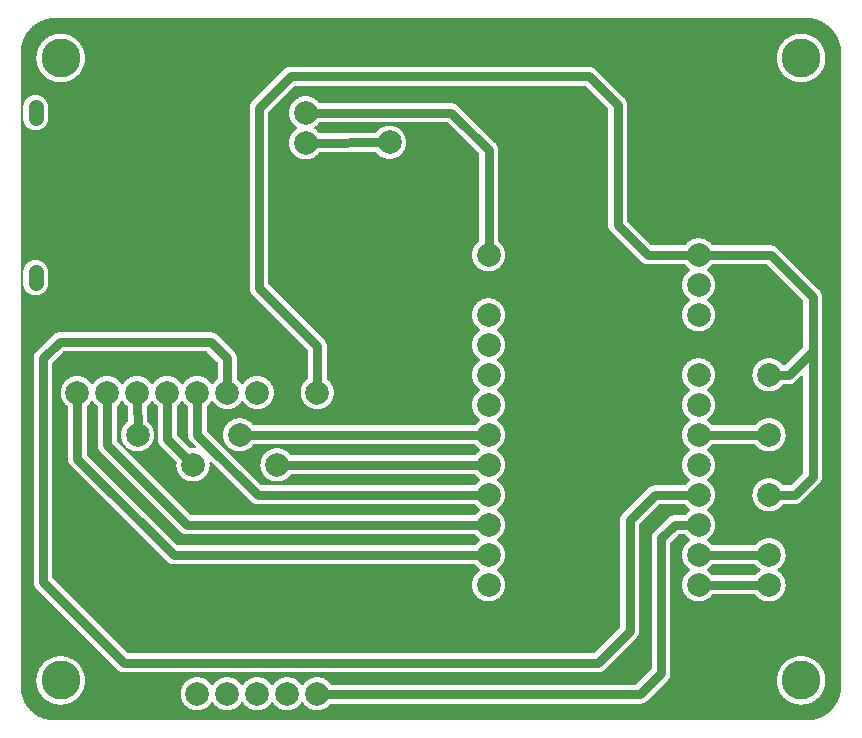
<source format=gbl>
G04 Layer: BottomLayer*
G04 EasyEDA v6.3.22, 2020-03-18T10:30:20--5:00*
G04 98182c42750f413f95cb83c886c9a14c,0f239cf58a554773a8b80eeb1c5c5983,10*
G04 Gerber Generator version 0.2*
G04 Scale: 100 percent, Rotated: No, Reflected: No *
G04 Dimensions in millimeters *
G04 leading zeros omitted , absolute positions ,3 integer and 3 decimal *
%FSLAX33Y33*%
%MOMM*%
G90*
G71D02*

%ADD11C,3.299993*%
%ADD12C,1.999996*%
%ADD13R,1.699997X1.999996*%
%ADD14R,1.999996X1.699997*%
%ADD15R,1.799996X1.999996*%
%ADD16R,1.999996X1.999996*%
%ADD17C,1.299997*%
%ADD18C,0.799998*%

%LPD*%
G36*
G01X66799Y59743D02*
G01X3199Y59743D01*
G01X3121Y59742D01*
G01X3043Y59739D01*
G01X2965Y59734D01*
G01X2886Y59726D01*
G01X2809Y59717D01*
G01X2732Y59705D01*
G01X2654Y59692D01*
G01X2577Y59676D01*
G01X2501Y59659D01*
G01X2425Y59639D01*
G01X2350Y59617D01*
G01X2275Y59594D01*
G01X2201Y59568D01*
G01X2128Y59541D01*
G01X2055Y59511D01*
G01X1983Y59480D01*
G01X1912Y59447D01*
G01X1843Y59411D01*
G01X1773Y59374D01*
G01X1705Y59336D01*
G01X1638Y59295D01*
G01X1572Y59252D01*
G01X1508Y59208D01*
G01X1444Y59162D01*
G01X1382Y59115D01*
G01X1321Y59065D01*
G01X1261Y59014D01*
G01X1203Y58962D01*
G01X1146Y58908D01*
G01X1091Y58853D01*
G01X1037Y58796D01*
G01X985Y58738D01*
G01X934Y58678D01*
G01X884Y58617D01*
G01X837Y58555D01*
G01X791Y58491D01*
G01X747Y58427D01*
G01X704Y58361D01*
G01X663Y58294D01*
G01X625Y58226D01*
G01X588Y58156D01*
G01X552Y58087D01*
G01X519Y58016D01*
G01X488Y57944D01*
G01X458Y57871D01*
G01X431Y57798D01*
G01X405Y57724D01*
G01X382Y57649D01*
G01X360Y57574D01*
G01X340Y57498D01*
G01X323Y57422D01*
G01X307Y57345D01*
G01X294Y57267D01*
G01X282Y57190D01*
G01X273Y57113D01*
G01X265Y57034D01*
G01X260Y56956D01*
G01X257Y56878D01*
G01X256Y56800D01*
G01X256Y3200D01*
G01X257Y3121D01*
G01X260Y3043D01*
G01X265Y2965D01*
G01X273Y2887D01*
G01X282Y2809D01*
G01X294Y2731D01*
G01X307Y2654D01*
G01X323Y2577D01*
G01X340Y2501D01*
G01X360Y2425D01*
G01X382Y2350D01*
G01X405Y2275D01*
G01X431Y2201D01*
G01X458Y2128D01*
G01X488Y2055D01*
G01X519Y1983D01*
G01X552Y1912D01*
G01X588Y1842D01*
G01X625Y1773D01*
G01X663Y1705D01*
G01X704Y1638D01*
G01X747Y1572D01*
G01X791Y1508D01*
G01X837Y1444D01*
G01X884Y1382D01*
G01X934Y1321D01*
G01X985Y1261D01*
G01X1037Y1203D01*
G01X1091Y1146D01*
G01X1146Y1091D01*
G01X1203Y1037D01*
G01X1261Y984D01*
G01X1321Y933D01*
G01X1382Y885D01*
G01X1444Y837D01*
G01X1508Y791D01*
G01X1572Y747D01*
G01X1638Y704D01*
G01X1705Y664D01*
G01X1773Y624D01*
G01X1843Y587D01*
G01X1912Y552D01*
G01X1983Y519D01*
G01X2055Y488D01*
G01X2128Y458D01*
G01X2201Y430D01*
G01X2275Y405D01*
G01X2350Y381D01*
G01X2425Y360D01*
G01X2501Y340D01*
G01X2577Y323D01*
G01X2654Y307D01*
G01X2732Y294D01*
G01X2809Y282D01*
G01X2886Y273D01*
G01X2965Y265D01*
G01X3043Y260D01*
G01X3121Y257D01*
G01X3199Y256D01*
G01X66799Y256D01*
G01X66878Y257D01*
G01X66956Y260D01*
G01X67034Y265D01*
G01X67112Y273D01*
G01X67190Y282D01*
G01X67268Y294D01*
G01X67345Y307D01*
G01X67422Y323D01*
G01X67498Y340D01*
G01X67574Y360D01*
G01X67649Y381D01*
G01X67724Y405D01*
G01X67798Y430D01*
G01X67871Y458D01*
G01X67944Y488D01*
G01X68016Y519D01*
G01X68087Y552D01*
G01X68157Y587D01*
G01X68226Y624D01*
G01X68294Y664D01*
G01X68361Y704D01*
G01X68427Y747D01*
G01X68492Y791D01*
G01X68555Y837D01*
G01X68617Y885D01*
G01X68678Y933D01*
G01X68738Y984D01*
G01X68796Y1037D01*
G01X68853Y1091D01*
G01X68908Y1146D01*
G01X68963Y1203D01*
G01X69015Y1261D01*
G01X69066Y1321D01*
G01X69115Y1382D01*
G01X69162Y1444D01*
G01X69208Y1508D01*
G01X69252Y1572D01*
G01X69295Y1638D01*
G01X69335Y1705D01*
G01X69375Y1773D01*
G01X69412Y1842D01*
G01X69447Y1912D01*
G01X69480Y1983D01*
G01X69511Y2055D01*
G01X69541Y2128D01*
G01X69569Y2201D01*
G01X69594Y2275D01*
G01X69618Y2350D01*
G01X69639Y2425D01*
G01X69659Y2501D01*
G01X69676Y2577D01*
G01X69692Y2654D01*
G01X69706Y2731D01*
G01X69717Y2809D01*
G01X69726Y2887D01*
G01X69734Y2965D01*
G01X69739Y3043D01*
G01X69742Y3121D01*
G01X69743Y3200D01*
G01X69743Y56800D01*
G01X69742Y56878D01*
G01X69739Y56956D01*
G01X69734Y57034D01*
G01X69726Y57113D01*
G01X69717Y57190D01*
G01X69706Y57267D01*
G01X69692Y57345D01*
G01X69676Y57422D01*
G01X69659Y57498D01*
G01X69639Y57574D01*
G01X69618Y57649D01*
G01X69594Y57724D01*
G01X69569Y57798D01*
G01X69541Y57871D01*
G01X69511Y57944D01*
G01X69480Y58016D01*
G01X69447Y58087D01*
G01X69412Y58156D01*
G01X69375Y58226D01*
G01X69335Y58294D01*
G01X69295Y58361D01*
G01X69252Y58427D01*
G01X69208Y58491D01*
G01X69162Y58555D01*
G01X69115Y58617D01*
G01X69066Y58678D01*
G01X69015Y58738D01*
G01X68963Y58796D01*
G01X68908Y58853D01*
G01X68853Y58908D01*
G01X68796Y58962D01*
G01X68738Y59014D01*
G01X68678Y59065D01*
G01X68617Y59115D01*
G01X68555Y59162D01*
G01X68492Y59208D01*
G01X68427Y59252D01*
G01X68361Y59295D01*
G01X68294Y59336D01*
G01X68226Y59374D01*
G01X68157Y59411D01*
G01X68087Y59447D01*
G01X68016Y59480D01*
G01X67944Y59511D01*
G01X67871Y59541D01*
G01X67798Y59568D01*
G01X67724Y59594D01*
G01X67649Y59617D01*
G01X67574Y59639D01*
G01X67498Y59659D01*
G01X67422Y59676D01*
G01X67345Y59692D01*
G01X67268Y59705D01*
G01X67190Y59717D01*
G01X67112Y59726D01*
G01X67034Y59734D01*
G01X66956Y59739D01*
G01X66878Y59742D01*
G01X66799Y59743D01*
G37*

%LPC*%
G36*
G01X39931Y36001D02*
G01X39878Y36002D01*
G01X39824Y36001D01*
G01X39770Y35998D01*
G01X39716Y35993D01*
G01X39664Y35986D01*
G01X39610Y35976D01*
G01X39558Y35965D01*
G01X39506Y35952D01*
G01X39454Y35937D01*
G01X39404Y35919D01*
G01X39353Y35900D01*
G01X39304Y35879D01*
G01X39255Y35856D01*
G01X39207Y35832D01*
G01X39161Y35805D01*
G01X39115Y35777D01*
G01X39071Y35747D01*
G01X39027Y35715D01*
G01X38985Y35682D01*
G01X38944Y35646D01*
G01X38905Y35610D01*
G01X38867Y35572D01*
G01X38831Y35533D01*
G01X38795Y35492D01*
G01X38762Y35450D01*
G01X38730Y35406D01*
G01X38700Y35362D01*
G01X38672Y35316D01*
G01X38645Y35270D01*
G01X38621Y35222D01*
G01X38598Y35173D01*
G01X38577Y35124D01*
G01X38558Y35073D01*
G01X38540Y35023D01*
G01X38525Y34971D01*
G01X38512Y34919D01*
G01X38501Y34867D01*
G01X38491Y34813D01*
G01X38484Y34761D01*
G01X38479Y34707D01*
G01X38476Y34653D01*
G01X38475Y34600D01*
G01X38476Y34545D01*
G01X38479Y34491D01*
G01X38485Y34437D01*
G01X38492Y34384D01*
G01X38501Y34330D01*
G01X38513Y34277D01*
G01X38526Y34225D01*
G01X38541Y34173D01*
G01X38559Y34121D01*
G01X38579Y34071D01*
G01X38600Y34021D01*
G01X38623Y33972D01*
G01X38648Y33924D01*
G01X38676Y33877D01*
G01X38704Y33831D01*
G01X38735Y33786D01*
G01X38767Y33743D01*
G01X38801Y33700D01*
G01X38837Y33659D01*
G01X38874Y33620D01*
G01X38912Y33582D01*
G01X38952Y33545D01*
G01X38994Y33510D01*
G01X39037Y33477D01*
G01X39080Y33445D01*
G01X39126Y33415D01*
G01X39138Y33407D01*
G01X39148Y33397D01*
G01X39157Y33385D01*
G01X39164Y33372D01*
G01X39169Y33358D01*
G01X39172Y33344D01*
G01X39173Y33330D01*
G01X39172Y33315D01*
G01X39169Y33301D01*
G01X39164Y33287D01*
G01X39157Y33274D01*
G01X39148Y33262D01*
G01X39138Y33252D01*
G01X39126Y33244D01*
G01X39080Y33214D01*
G01X39037Y33182D01*
G01X38994Y33149D01*
G01X38952Y33114D01*
G01X38912Y33077D01*
G01X38874Y33039D01*
G01X38837Y33000D01*
G01X38801Y32959D01*
G01X38767Y32917D01*
G01X38735Y32873D01*
G01X38704Y32828D01*
G01X38676Y32782D01*
G01X38648Y32735D01*
G01X38623Y32687D01*
G01X38600Y32638D01*
G01X38579Y32588D01*
G01X38559Y32538D01*
G01X38541Y32486D01*
G01X38526Y32434D01*
G01X38513Y32382D01*
G01X38501Y32329D01*
G01X38492Y32275D01*
G01X38485Y32222D01*
G01X38479Y32168D01*
G01X38476Y32114D01*
G01X38475Y32060D01*
G01X38476Y32005D01*
G01X38479Y31951D01*
G01X38485Y31897D01*
G01X38492Y31844D01*
G01X38501Y31790D01*
G01X38513Y31737D01*
G01X38526Y31685D01*
G01X38541Y31633D01*
G01X38559Y31581D01*
G01X38579Y31531D01*
G01X38600Y31481D01*
G01X38623Y31432D01*
G01X38648Y31384D01*
G01X38676Y31337D01*
G01X38704Y31291D01*
G01X38735Y31246D01*
G01X38767Y31203D01*
G01X38801Y31160D01*
G01X38837Y31119D01*
G01X38874Y31080D01*
G01X38912Y31042D01*
G01X38952Y31005D01*
G01X38994Y30970D01*
G01X39037Y30937D01*
G01X39080Y30905D01*
G01X39126Y30875D01*
G01X39138Y30867D01*
G01X39148Y30857D01*
G01X39157Y30845D01*
G01X39164Y30832D01*
G01X39169Y30818D01*
G01X39172Y30804D01*
G01X39173Y30790D01*
G01X39172Y30775D01*
G01X39169Y30761D01*
G01X39164Y30747D01*
G01X39157Y30734D01*
G01X39148Y30722D01*
G01X39138Y30712D01*
G01X39126Y30704D01*
G01X39080Y30674D01*
G01X39037Y30642D01*
G01X38994Y30609D01*
G01X38952Y30574D01*
G01X38912Y30537D01*
G01X38874Y30499D01*
G01X38837Y30460D01*
G01X38801Y30419D01*
G01X38767Y30377D01*
G01X38735Y30333D01*
G01X38704Y30288D01*
G01X38676Y30242D01*
G01X38648Y30195D01*
G01X38623Y30147D01*
G01X38600Y30098D01*
G01X38579Y30048D01*
G01X38559Y29998D01*
G01X38541Y29946D01*
G01X38526Y29894D01*
G01X38513Y29842D01*
G01X38501Y29789D01*
G01X38492Y29735D01*
G01X38485Y29682D01*
G01X38479Y29628D01*
G01X38476Y29574D01*
G01X38475Y29520D01*
G01X38476Y29465D01*
G01X38479Y29411D01*
G01X38485Y29357D01*
G01X38492Y29304D01*
G01X38501Y29250D01*
G01X38513Y29197D01*
G01X38526Y29145D01*
G01X38541Y29093D01*
G01X38559Y29041D01*
G01X38579Y28991D01*
G01X38600Y28941D01*
G01X38623Y28892D01*
G01X38648Y28844D01*
G01X38676Y28797D01*
G01X38704Y28751D01*
G01X38735Y28706D01*
G01X38767Y28663D01*
G01X38801Y28620D01*
G01X38837Y28579D01*
G01X38874Y28540D01*
G01X38912Y28502D01*
G01X38952Y28465D01*
G01X38994Y28430D01*
G01X39037Y28397D01*
G01X39080Y28365D01*
G01X39126Y28335D01*
G01X39138Y28327D01*
G01X39148Y28317D01*
G01X39157Y28305D01*
G01X39164Y28292D01*
G01X39169Y28278D01*
G01X39172Y28264D01*
G01X39173Y28250D01*
G01X39172Y28235D01*
G01X39169Y28221D01*
G01X39164Y28207D01*
G01X39157Y28194D01*
G01X39148Y28182D01*
G01X39138Y28172D01*
G01X39126Y28164D01*
G01X39080Y28134D01*
G01X39037Y28102D01*
G01X38994Y28069D01*
G01X38952Y28034D01*
G01X38912Y27997D01*
G01X38874Y27959D01*
G01X38837Y27920D01*
G01X38801Y27879D01*
G01X38767Y27837D01*
G01X38735Y27793D01*
G01X38704Y27748D01*
G01X38676Y27702D01*
G01X38648Y27655D01*
G01X38623Y27607D01*
G01X38600Y27558D01*
G01X38579Y27508D01*
G01X38559Y27458D01*
G01X38541Y27406D01*
G01X38526Y27354D01*
G01X38513Y27302D01*
G01X38501Y27249D01*
G01X38492Y27195D01*
G01X38485Y27142D01*
G01X38479Y27088D01*
G01X38476Y27034D01*
G01X38475Y26980D01*
G01X38476Y26925D01*
G01X38479Y26871D01*
G01X38485Y26817D01*
G01X38492Y26764D01*
G01X38501Y26710D01*
G01X38513Y26657D01*
G01X38526Y26605D01*
G01X38541Y26553D01*
G01X38559Y26501D01*
G01X38579Y26451D01*
G01X38600Y26401D01*
G01X38623Y26352D01*
G01X38648Y26304D01*
G01X38676Y26257D01*
G01X38704Y26211D01*
G01X38735Y26166D01*
G01X38767Y26123D01*
G01X38801Y26080D01*
G01X38837Y26039D01*
G01X38874Y26000D01*
G01X38912Y25962D01*
G01X38952Y25925D01*
G01X38994Y25890D01*
G01X39037Y25857D01*
G01X39080Y25825D01*
G01X39126Y25795D01*
G01X39138Y25787D01*
G01X39148Y25777D01*
G01X39157Y25765D01*
G01X39164Y25752D01*
G01X39169Y25738D01*
G01X39172Y25724D01*
G01X39173Y25710D01*
G01X39172Y25695D01*
G01X39169Y25681D01*
G01X39164Y25667D01*
G01X39157Y25654D01*
G01X39148Y25642D01*
G01X39138Y25632D01*
G01X39126Y25624D01*
G01X39079Y25593D01*
G01X39034Y25560D01*
G01X38990Y25525D01*
G01X38947Y25489D01*
G01X38905Y25450D01*
G01X38866Y25411D01*
G01X38827Y25370D01*
G01X38791Y25327D01*
G01X38757Y25283D01*
G01X38746Y25271D01*
G01X38734Y25261D01*
G01X38721Y25253D01*
G01X38706Y25247D01*
G01X38691Y25243D01*
G01X38676Y25242D01*
G01X19997Y25242D01*
G01X19982Y25243D01*
G01X19967Y25247D01*
G01X19952Y25253D01*
G01X19939Y25261D01*
G01X19927Y25271D01*
G01X19916Y25283D01*
G01X19883Y25325D01*
G01X19848Y25367D01*
G01X19812Y25406D01*
G01X19773Y25445D01*
G01X19734Y25482D01*
G01X19693Y25517D01*
G01X19651Y25551D01*
G01X19607Y25583D01*
G01X19563Y25613D01*
G01X19517Y25642D01*
G01X19470Y25669D01*
G01X19422Y25694D01*
G01X19373Y25718D01*
G01X19323Y25739D01*
G01X19273Y25758D01*
G01X19222Y25776D01*
G01X19170Y25791D01*
G01X19117Y25805D01*
G01X19064Y25816D01*
G01X19011Y25825D01*
G01X18958Y25833D01*
G01X18904Y25838D01*
G01X18849Y25841D01*
G01X18796Y25842D01*
G01X18742Y25841D01*
G01X18688Y25838D01*
G01X18634Y25833D01*
G01X18582Y25826D01*
G01X18528Y25816D01*
G01X18476Y25805D01*
G01X18424Y25792D01*
G01X18372Y25777D01*
G01X18322Y25759D01*
G01X18271Y25740D01*
G01X18222Y25719D01*
G01X18173Y25696D01*
G01X18125Y25672D01*
G01X18079Y25645D01*
G01X18033Y25617D01*
G01X17989Y25587D01*
G01X17945Y25555D01*
G01X17903Y25522D01*
G01X17862Y25486D01*
G01X17823Y25450D01*
G01X17785Y25412D01*
G01X17749Y25373D01*
G01X17713Y25332D01*
G01X17680Y25290D01*
G01X17648Y25246D01*
G01X17618Y25202D01*
G01X17590Y25156D01*
G01X17563Y25110D01*
G01X17539Y25062D01*
G01X17516Y25013D01*
G01X17495Y24964D01*
G01X17476Y24913D01*
G01X17458Y24863D01*
G01X17443Y24811D01*
G01X17430Y24759D01*
G01X17419Y24707D01*
G01X17409Y24653D01*
G01X17402Y24601D01*
G01X17397Y24547D01*
G01X17394Y24493D01*
G01X17393Y24440D01*
G01X17394Y24386D01*
G01X17397Y24332D01*
G01X17402Y24278D01*
G01X17409Y24226D01*
G01X17419Y24172D01*
G01X17430Y24120D01*
G01X17443Y24068D01*
G01X17458Y24016D01*
G01X17476Y23966D01*
G01X17495Y23915D01*
G01X17516Y23866D01*
G01X17539Y23817D01*
G01X17563Y23769D01*
G01X17590Y23723D01*
G01X17618Y23677D01*
G01X17648Y23633D01*
G01X17680Y23589D01*
G01X17713Y23547D01*
G01X17749Y23506D01*
G01X17785Y23467D01*
G01X17823Y23429D01*
G01X17862Y23393D01*
G01X17903Y23357D01*
G01X17945Y23324D01*
G01X17989Y23292D01*
G01X18033Y23262D01*
G01X18079Y23234D01*
G01X18125Y23207D01*
G01X18173Y23183D01*
G01X18222Y23160D01*
G01X18271Y23139D01*
G01X18322Y23120D01*
G01X18372Y23102D01*
G01X18424Y23087D01*
G01X18476Y23074D01*
G01X18528Y23063D01*
G01X18582Y23053D01*
G01X18634Y23046D01*
G01X18688Y23041D01*
G01X18742Y23038D01*
G01X18796Y23037D01*
G01X18849Y23038D01*
G01X18904Y23041D01*
G01X18958Y23046D01*
G01X19011Y23054D01*
G01X19064Y23063D01*
G01X19117Y23075D01*
G01X19170Y23088D01*
G01X19222Y23103D01*
G01X19273Y23121D01*
G01X19323Y23140D01*
G01X19373Y23161D01*
G01X19422Y23185D01*
G01X19470Y23210D01*
G01X19517Y23237D01*
G01X19563Y23266D01*
G01X19607Y23296D01*
G01X19651Y23328D01*
G01X19693Y23362D01*
G01X19734Y23397D01*
G01X19773Y23434D01*
G01X19812Y23473D01*
G01X19848Y23512D01*
G01X19883Y23554D01*
G01X19916Y23596D01*
G01X19927Y23608D01*
G01X19939Y23618D01*
G01X19952Y23626D01*
G01X19967Y23632D01*
G01X19982Y23636D01*
G01X19997Y23637D01*
G01X38676Y23637D01*
G01X38691Y23636D01*
G01X38706Y23632D01*
G01X38721Y23626D01*
G01X38734Y23618D01*
G01X38746Y23608D01*
G01X38757Y23596D01*
G01X38791Y23552D01*
G01X38827Y23509D01*
G01X38866Y23468D01*
G01X38905Y23429D01*
G01X38947Y23390D01*
G01X38990Y23354D01*
G01X39034Y23319D01*
G01X39079Y23286D01*
G01X39126Y23255D01*
G01X39138Y23247D01*
G01X39148Y23237D01*
G01X39157Y23225D01*
G01X39164Y23212D01*
G01X39169Y23198D01*
G01X39172Y23184D01*
G01X39173Y23170D01*
G01X39172Y23155D01*
G01X39169Y23141D01*
G01X39164Y23127D01*
G01X39157Y23114D01*
G01X39148Y23102D01*
G01X39138Y23092D01*
G01X39126Y23084D01*
G01X39079Y23053D01*
G01X39034Y23020D01*
G01X38990Y22985D01*
G01X38947Y22949D01*
G01X38905Y22910D01*
G01X38866Y22871D01*
G01X38827Y22830D01*
G01X38791Y22787D01*
G01X38757Y22743D01*
G01X38746Y22731D01*
G01X38734Y22721D01*
G01X38721Y22713D01*
G01X38706Y22707D01*
G01X38691Y22703D01*
G01X38676Y22702D01*
G01X23172Y22702D01*
G01X23157Y22703D01*
G01X23142Y22707D01*
G01X23127Y22713D01*
G01X23114Y22721D01*
G01X23102Y22731D01*
G01X23091Y22743D01*
G01X23058Y22785D01*
G01X23023Y22827D01*
G01X22987Y22866D01*
G01X22948Y22905D01*
G01X22909Y22942D01*
G01X22868Y22977D01*
G01X22826Y23011D01*
G01X22782Y23043D01*
G01X22738Y23073D01*
G01X22692Y23102D01*
G01X22645Y23129D01*
G01X22597Y23154D01*
G01X22548Y23178D01*
G01X22498Y23199D01*
G01X22448Y23218D01*
G01X22397Y23236D01*
G01X22345Y23251D01*
G01X22292Y23265D01*
G01X22239Y23276D01*
G01X22186Y23285D01*
G01X22133Y23293D01*
G01X22079Y23298D01*
G01X22024Y23301D01*
G01X21971Y23302D01*
G01X21917Y23301D01*
G01X21863Y23298D01*
G01X21809Y23293D01*
G01X21757Y23286D01*
G01X21703Y23276D01*
G01X21651Y23265D01*
G01X21599Y23252D01*
G01X21547Y23237D01*
G01X21497Y23219D01*
G01X21446Y23200D01*
G01X21397Y23179D01*
G01X21348Y23156D01*
G01X21300Y23132D01*
G01X21254Y23105D01*
G01X21208Y23077D01*
G01X21164Y23047D01*
G01X21120Y23015D01*
G01X21078Y22982D01*
G01X21037Y22946D01*
G01X20998Y22910D01*
G01X20960Y22872D01*
G01X20924Y22833D01*
G01X20888Y22792D01*
G01X20855Y22750D01*
G01X20823Y22706D01*
G01X20793Y22662D01*
G01X20765Y22616D01*
G01X20738Y22570D01*
G01X20714Y22522D01*
G01X20691Y22473D01*
G01X20670Y22424D01*
G01X20651Y22373D01*
G01X20633Y22323D01*
G01X20618Y22271D01*
G01X20605Y22219D01*
G01X20594Y22167D01*
G01X20584Y22113D01*
G01X20577Y22061D01*
G01X20572Y22007D01*
G01X20569Y21953D01*
G01X20568Y21900D01*
G01X20569Y21846D01*
G01X20572Y21792D01*
G01X20577Y21738D01*
G01X20584Y21686D01*
G01X20594Y21632D01*
G01X20605Y21580D01*
G01X20618Y21528D01*
G01X20633Y21476D01*
G01X20651Y21426D01*
G01X20670Y21375D01*
G01X20691Y21326D01*
G01X20714Y21277D01*
G01X20738Y21229D01*
G01X20765Y21183D01*
G01X20793Y21137D01*
G01X20823Y21093D01*
G01X20855Y21049D01*
G01X20888Y21007D01*
G01X20924Y20966D01*
G01X20960Y20927D01*
G01X20998Y20889D01*
G01X21037Y20853D01*
G01X21078Y20817D01*
G01X21120Y20784D01*
G01X21164Y20752D01*
G01X21208Y20722D01*
G01X21254Y20694D01*
G01X21300Y20667D01*
G01X21348Y20643D01*
G01X21397Y20620D01*
G01X21446Y20599D01*
G01X21497Y20580D01*
G01X21547Y20562D01*
G01X21599Y20547D01*
G01X21651Y20534D01*
G01X21703Y20523D01*
G01X21757Y20513D01*
G01X21809Y20506D01*
G01X21863Y20501D01*
G01X21917Y20498D01*
G01X21971Y20497D01*
G01X22024Y20498D01*
G01X22079Y20501D01*
G01X22133Y20506D01*
G01X22186Y20514D01*
G01X22239Y20523D01*
G01X22292Y20535D01*
G01X22345Y20548D01*
G01X22397Y20563D01*
G01X22448Y20581D01*
G01X22498Y20600D01*
G01X22548Y20621D01*
G01X22597Y20645D01*
G01X22645Y20670D01*
G01X22692Y20697D01*
G01X22738Y20726D01*
G01X22782Y20756D01*
G01X22826Y20788D01*
G01X22868Y20822D01*
G01X22909Y20857D01*
G01X22948Y20894D01*
G01X22987Y20933D01*
G01X23023Y20972D01*
G01X23058Y21014D01*
G01X23091Y21056D01*
G01X23102Y21068D01*
G01X23114Y21078D01*
G01X23127Y21086D01*
G01X23142Y21092D01*
G01X23157Y21096D01*
G01X23172Y21097D01*
G01X38676Y21097D01*
G01X38691Y21096D01*
G01X38706Y21092D01*
G01X38721Y21086D01*
G01X38734Y21078D01*
G01X38746Y21068D01*
G01X38757Y21056D01*
G01X38791Y21012D01*
G01X38827Y20969D01*
G01X38866Y20928D01*
G01X38905Y20889D01*
G01X38947Y20850D01*
G01X38990Y20814D01*
G01X39034Y20779D01*
G01X39079Y20746D01*
G01X39126Y20715D01*
G01X39138Y20707D01*
G01X39148Y20697D01*
G01X39157Y20685D01*
G01X39164Y20672D01*
G01X39169Y20658D01*
G01X39172Y20644D01*
G01X39173Y20630D01*
G01X39172Y20615D01*
G01X39169Y20601D01*
G01X39164Y20587D01*
G01X39157Y20574D01*
G01X39148Y20562D01*
G01X39138Y20552D01*
G01X39126Y20544D01*
G01X39079Y20513D01*
G01X39034Y20480D01*
G01X38990Y20445D01*
G01X38947Y20409D01*
G01X38905Y20370D01*
G01X38866Y20331D01*
G01X38827Y20290D01*
G01X38791Y20247D01*
G01X38757Y20203D01*
G01X38746Y20191D01*
G01X38734Y20181D01*
G01X38721Y20173D01*
G01X38706Y20167D01*
G01X38691Y20163D01*
G01X38676Y20162D01*
G01X20694Y20162D01*
G01X20678Y20163D01*
G01X20662Y20167D01*
G01X20648Y20173D01*
G01X20634Y20181D01*
G01X20622Y20192D01*
G01X16052Y24762D01*
G01X16042Y24774D01*
G01X16033Y24788D01*
G01X16027Y24803D01*
G01X16023Y24818D01*
G01X16022Y24834D01*
G01X16022Y26817D01*
G01X16023Y26833D01*
G01X16027Y26848D01*
G01X16032Y26863D01*
G01X16041Y26876D01*
G01X16051Y26889D01*
G01X16062Y26899D01*
G01X16107Y26933D01*
G01X16149Y26970D01*
G01X16191Y27008D01*
G01X16231Y27048D01*
G01X16269Y27089D01*
G01X16305Y27131D01*
G01X16340Y27176D01*
G01X16373Y27221D01*
G01X16404Y27268D01*
G01X16412Y27280D01*
G01X16423Y27290D01*
G01X16434Y27299D01*
G01X16447Y27306D01*
G01X16461Y27311D01*
G01X16475Y27314D01*
G01X16490Y27315D01*
G01X16504Y27314D01*
G01X16518Y27311D01*
G01X16532Y27306D01*
G01X16545Y27299D01*
G01X16556Y27290D01*
G01X16566Y27280D01*
G01X16575Y27268D01*
G01X16605Y27223D01*
G01X16637Y27179D01*
G01X16670Y27136D01*
G01X16705Y27095D01*
G01X16742Y27055D01*
G01X16780Y27016D01*
G01X16819Y26979D01*
G01X16860Y26943D01*
G01X16903Y26909D01*
G01X16946Y26877D01*
G01X16991Y26846D01*
G01X17037Y26817D01*
G01X17084Y26791D01*
G01X17132Y26765D01*
G01X17181Y26742D01*
G01X17230Y26720D01*
G01X17281Y26701D01*
G01X17332Y26684D01*
G01X17384Y26668D01*
G01X17437Y26654D01*
G01X17490Y26643D01*
G01X17543Y26634D01*
G01X17597Y26626D01*
G01X17651Y26621D01*
G01X17705Y26618D01*
G01X17760Y26617D01*
G01X17814Y26618D01*
G01X17868Y26621D01*
G01X17922Y26626D01*
G01X17976Y26634D01*
G01X18029Y26643D01*
G01X18082Y26654D01*
G01X18135Y26668D01*
G01X18186Y26684D01*
G01X18238Y26701D01*
G01X18289Y26720D01*
G01X18338Y26742D01*
G01X18387Y26765D01*
G01X18435Y26791D01*
G01X18482Y26817D01*
G01X18528Y26846D01*
G01X18573Y26877D01*
G01X18616Y26909D01*
G01X18659Y26943D01*
G01X18699Y26979D01*
G01X18739Y27016D01*
G01X18777Y27055D01*
G01X18814Y27095D01*
G01X18849Y27136D01*
G01X18882Y27179D01*
G01X18914Y27223D01*
G01X18952Y27280D01*
G01X18963Y27290D01*
G01X18974Y27299D01*
G01X18987Y27306D01*
G01X19001Y27311D01*
G01X19015Y27314D01*
G01X19030Y27315D01*
G01X19044Y27314D01*
G01X19058Y27311D01*
G01X19072Y27306D01*
G01X19085Y27299D01*
G01X19096Y27290D01*
G01X19106Y27280D01*
G01X19115Y27268D01*
G01X19145Y27223D01*
G01X19177Y27179D01*
G01X19210Y27136D01*
G01X19245Y27095D01*
G01X19282Y27055D01*
G01X19320Y27016D01*
G01X19359Y26979D01*
G01X19400Y26943D01*
G01X19443Y26909D01*
G01X19486Y26877D01*
G01X19531Y26846D01*
G01X19577Y26817D01*
G01X19624Y26791D01*
G01X19672Y26765D01*
G01X19721Y26742D01*
G01X19770Y26720D01*
G01X19821Y26701D01*
G01X19872Y26684D01*
G01X19924Y26668D01*
G01X19977Y26654D01*
G01X20030Y26643D01*
G01X20083Y26634D01*
G01X20137Y26626D01*
G01X20191Y26621D01*
G01X20245Y26618D01*
G01X20299Y26617D01*
G01X20353Y26618D01*
G01X20407Y26621D01*
G01X20460Y26626D01*
G01X20514Y26634D01*
G01X20566Y26643D01*
G01X20619Y26654D01*
G01X20671Y26667D01*
G01X20723Y26682D01*
G01X20774Y26700D01*
G01X20824Y26719D01*
G01X20873Y26740D01*
G01X20922Y26763D01*
G01X20969Y26787D01*
G01X21016Y26814D01*
G01X21062Y26842D01*
G01X21106Y26872D01*
G01X21150Y26904D01*
G01X21192Y26937D01*
G01X21232Y26972D01*
G01X21272Y27009D01*
G01X21310Y27047D01*
G01X21347Y27087D01*
G01X21382Y27127D01*
G01X21415Y27169D01*
G01X21447Y27213D01*
G01X21477Y27257D01*
G01X21505Y27303D01*
G01X21532Y27350D01*
G01X21556Y27397D01*
G01X21579Y27446D01*
G01X21600Y27495D01*
G01X21619Y27545D01*
G01X21637Y27596D01*
G01X21652Y27648D01*
G01X21665Y27700D01*
G01X21676Y27753D01*
G01X21686Y27806D01*
G01X21693Y27859D01*
G01X21698Y27912D01*
G01X21701Y27966D01*
G01X21702Y28019D01*
G01X21701Y28073D01*
G01X21698Y28127D01*
G01X21693Y28180D01*
G01X21686Y28234D01*
G01X21676Y28287D01*
G01X21665Y28339D01*
G01X21652Y28391D01*
G01X21637Y28443D01*
G01X21619Y28494D01*
G01X21600Y28544D01*
G01X21579Y28593D01*
G01X21556Y28642D01*
G01X21532Y28689D01*
G01X21505Y28736D01*
G01X21477Y28782D01*
G01X21447Y28827D01*
G01X21415Y28870D01*
G01X21382Y28912D01*
G01X21347Y28953D01*
G01X21310Y28992D01*
G01X21272Y29030D01*
G01X21232Y29067D01*
G01X21192Y29102D01*
G01X21150Y29135D01*
G01X21106Y29167D01*
G01X21062Y29197D01*
G01X21016Y29225D01*
G01X20969Y29252D01*
G01X20922Y29277D01*
G01X20873Y29300D01*
G01X20824Y29320D01*
G01X20774Y29340D01*
G01X20723Y29357D01*
G01X20671Y29372D01*
G01X20619Y29385D01*
G01X20566Y29397D01*
G01X20514Y29406D01*
G01X20460Y29413D01*
G01X20407Y29418D01*
G01X20353Y29421D01*
G01X20300Y29422D01*
G01X20245Y29421D01*
G01X20191Y29418D01*
G01X20137Y29413D01*
G01X20083Y29406D01*
G01X20030Y29396D01*
G01X19977Y29385D01*
G01X19924Y29371D01*
G01X19872Y29355D01*
G01X19821Y29338D01*
G01X19770Y29319D01*
G01X19721Y29298D01*
G01X19672Y29274D01*
G01X19624Y29249D01*
G01X19577Y29222D01*
G01X19531Y29193D01*
G01X19486Y29162D01*
G01X19443Y29130D01*
G01X19400Y29096D01*
G01X19359Y29060D01*
G01X19320Y29023D01*
G01X19282Y28985D01*
G01X19245Y28944D01*
G01X19210Y28903D01*
G01X19177Y28861D01*
G01X19145Y28816D01*
G01X19115Y28771D01*
G01X19106Y28760D01*
G01X19096Y28749D01*
G01X19085Y28740D01*
G01X19072Y28733D01*
G01X19058Y28728D01*
G01X19044Y28725D01*
G01X19029Y28724D01*
G01X19015Y28725D01*
G01X19001Y28728D01*
G01X18987Y28733D01*
G01X18974Y28740D01*
G01X18963Y28749D01*
G01X18952Y28760D01*
G01X18944Y28771D01*
G01X18913Y28818D01*
G01X18880Y28864D01*
G01X18845Y28908D01*
G01X18809Y28951D01*
G01X18771Y28992D01*
G01X18730Y29031D01*
G01X18689Y29069D01*
G01X18647Y29106D01*
G01X18602Y29141D01*
G01X18591Y29151D01*
G01X18581Y29163D01*
G01X18572Y29177D01*
G01X18566Y29191D01*
G01X18563Y29206D01*
G01X18562Y29222D01*
G01X18562Y30937D01*
G01X18561Y30979D01*
G01X18557Y31021D01*
G01X18552Y31062D01*
G01X18544Y31103D01*
G01X18534Y31145D01*
G01X18523Y31185D01*
G01X18508Y31224D01*
G01X18492Y31263D01*
G01X18474Y31301D01*
G01X18454Y31338D01*
G01X18432Y31374D01*
G01X18408Y31409D01*
G01X18383Y31442D01*
G01X18356Y31474D01*
G01X18327Y31504D01*
G01X16950Y32881D01*
G01X16919Y32910D01*
G01X16887Y32937D01*
G01X16854Y32963D01*
G01X16819Y32987D01*
G01X16784Y33008D01*
G01X16747Y33029D01*
G01X16709Y33047D01*
G01X16670Y33063D01*
G01X16630Y33077D01*
G01X16590Y33089D01*
G01X16549Y33098D01*
G01X16508Y33106D01*
G01X16466Y33112D01*
G01X16425Y33115D01*
G01X16383Y33116D01*
G01X3556Y33116D01*
G01X3513Y33115D01*
G01X3472Y33112D01*
G01X3430Y33106D01*
G01X3389Y33098D01*
G01X3348Y33089D01*
G01X3308Y33077D01*
G01X3268Y33063D01*
G01X3229Y33047D01*
G01X3191Y33029D01*
G01X3154Y33008D01*
G01X3119Y32987D01*
G01X3084Y32963D01*
G01X3051Y32937D01*
G01X3019Y32910D01*
G01X2988Y32881D01*
G01X1591Y31484D01*
G01X1562Y31453D01*
G01X1535Y31421D01*
G01X1509Y31388D01*
G01X1485Y31353D01*
G01X1464Y31318D01*
G01X1443Y31281D01*
G01X1425Y31243D01*
G01X1409Y31204D01*
G01X1395Y31164D01*
G01X1383Y31124D01*
G01X1374Y31083D01*
G01X1366Y31042D01*
G01X1360Y31000D01*
G01X1357Y30959D01*
G01X1356Y30917D01*
G01X1356Y11994D01*
G01X1357Y11951D01*
G01X1360Y11910D01*
G01X1366Y11868D01*
G01X1374Y11827D01*
G01X1383Y11786D01*
G01X1395Y11746D01*
G01X1409Y11706D01*
G01X1425Y11667D01*
G01X1443Y11629D01*
G01X1464Y11592D01*
G01X1485Y11557D01*
G01X1509Y11522D01*
G01X1535Y11489D01*
G01X1562Y11457D01*
G01X1591Y11426D01*
G01X8449Y4568D01*
G01X8480Y4539D01*
G01X8512Y4512D01*
G01X8545Y4486D01*
G01X8580Y4462D01*
G01X8615Y4441D01*
G01X8652Y4420D01*
G01X8690Y4402D01*
G01X8729Y4386D01*
G01X8769Y4372D01*
G01X8809Y4360D01*
G01X8850Y4351D01*
G01X8891Y4343D01*
G01X8933Y4337D01*
G01X8974Y4334D01*
G01X9017Y4333D01*
G01X49149Y4333D01*
G01X49191Y4334D01*
G01X49232Y4337D01*
G01X49274Y4343D01*
G01X49315Y4351D01*
G01X49356Y4360D01*
G01X49396Y4372D01*
G01X49436Y4386D01*
G01X49475Y4402D01*
G01X49513Y4420D01*
G01X49550Y4441D01*
G01X49585Y4462D01*
G01X49620Y4486D01*
G01X49653Y4512D01*
G01X49685Y4539D01*
G01X49716Y4568D01*
G01X52383Y7235D01*
G01X52412Y7266D01*
G01X52439Y7298D01*
G01X52465Y7331D01*
G01X52489Y7366D01*
G01X52510Y7401D01*
G01X52531Y7438D01*
G01X52549Y7476D01*
G01X52565Y7515D01*
G01X52579Y7555D01*
G01X52591Y7595D01*
G01X52600Y7636D01*
G01X52608Y7677D01*
G01X52614Y7719D01*
G01X52617Y7760D01*
G01X52618Y7803D01*
G01X52618Y16826D01*
G01X52619Y16842D01*
G01X52623Y16858D01*
G01X52629Y16872D01*
G01X52637Y16886D01*
G01X52648Y16898D01*
G01X54277Y18527D01*
G01X54289Y18538D01*
G01X54303Y18546D01*
G01X54317Y18552D01*
G01X54333Y18556D01*
G01X54349Y18557D01*
G01X56456Y18557D01*
G01X56471Y18556D01*
G01X56486Y18552D01*
G01X56501Y18546D01*
G01X56514Y18538D01*
G01X56526Y18528D01*
G01X56537Y18516D01*
G01X56571Y18472D01*
G01X56607Y18429D01*
G01X56646Y18388D01*
G01X56685Y18349D01*
G01X56727Y18310D01*
G01X56770Y18274D01*
G01X56814Y18239D01*
G01X56859Y18206D01*
G01X56906Y18175D01*
G01X56918Y18167D01*
G01X56928Y18157D01*
G01X56937Y18145D01*
G01X56944Y18132D01*
G01X56949Y18118D01*
G01X56952Y18104D01*
G01X56953Y18090D01*
G01X56952Y18075D01*
G01X56949Y18061D01*
G01X56944Y18047D01*
G01X56937Y18034D01*
G01X56928Y18022D01*
G01X56918Y18012D01*
G01X56906Y18004D01*
G01X56859Y17973D01*
G01X56814Y17940D01*
G01X56770Y17905D01*
G01X56727Y17869D01*
G01X56685Y17830D01*
G01X56646Y17791D01*
G01X56607Y17750D01*
G01X56571Y17707D01*
G01X56537Y17663D01*
G01X56526Y17651D01*
G01X56514Y17641D01*
G01X56501Y17633D01*
G01X56486Y17627D01*
G01X56471Y17623D01*
G01X56456Y17622D01*
G01X55626Y17622D01*
G01X55583Y17621D01*
G01X55542Y17618D01*
G01X55500Y17612D01*
G01X55459Y17604D01*
G01X55418Y17595D01*
G01X55378Y17583D01*
G01X55338Y17569D01*
G01X55299Y17553D01*
G01X55261Y17535D01*
G01X55224Y17514D01*
G01X55189Y17493D01*
G01X55154Y17469D01*
G01X55121Y17443D01*
G01X55089Y17416D01*
G01X55058Y17387D01*
G01X53915Y16244D01*
G01X53886Y16213D01*
G01X53859Y16181D01*
G01X53833Y16148D01*
G01X53809Y16113D01*
G01X53788Y16078D01*
G01X53767Y16041D01*
G01X53749Y16003D01*
G01X53733Y15964D01*
G01X53719Y15924D01*
G01X53707Y15884D01*
G01X53698Y15843D01*
G01X53690Y15802D01*
G01X53684Y15760D01*
G01X53681Y15719D01*
G01X53680Y15677D01*
G01X53680Y4621D01*
G01X53679Y4605D01*
G01X53675Y4589D01*
G01X53669Y4575D01*
G01X53661Y4561D01*
G01X53650Y4549D01*
G01X52402Y3301D01*
G01X52390Y3290D01*
G01X52376Y3282D01*
G01X52362Y3276D01*
G01X52346Y3272D01*
G01X52330Y3271D01*
G01X26618Y3271D01*
G01X26602Y3272D01*
G01X26586Y3276D01*
G01X26571Y3283D01*
G01X26557Y3291D01*
G01X26545Y3302D01*
G01X26534Y3315D01*
G01X26503Y3359D01*
G01X26469Y3402D01*
G01X26434Y3443D01*
G01X26398Y3483D01*
G01X26360Y3523D01*
G01X26320Y3560D01*
G01X26279Y3595D01*
G01X26237Y3629D01*
G01X26194Y3662D01*
G01X26149Y3692D01*
G01X26103Y3721D01*
G01X26055Y3748D01*
G01X26008Y3774D01*
G01X25958Y3797D01*
G01X25909Y3818D01*
G01X25858Y3838D01*
G01X25806Y3855D01*
G01X25755Y3871D01*
G01X25702Y3884D01*
G01X25649Y3896D01*
G01X25596Y3905D01*
G01X25542Y3913D01*
G01X25488Y3918D01*
G01X25434Y3921D01*
G01X25379Y3922D01*
G01X25325Y3921D01*
G01X25271Y3918D01*
G01X25217Y3913D01*
G01X25163Y3906D01*
G01X25110Y3896D01*
G01X25057Y3885D01*
G01X25004Y3871D01*
G01X24952Y3856D01*
G01X24901Y3838D01*
G01X24850Y3819D01*
G01X24801Y3797D01*
G01X24752Y3774D01*
G01X24704Y3749D01*
G01X24657Y3722D01*
G01X24611Y3693D01*
G01X24566Y3662D01*
G01X24522Y3630D01*
G01X24480Y3596D01*
G01X24439Y3561D01*
G01X24400Y3524D01*
G01X24362Y3485D01*
G01X24325Y3445D01*
G01X24290Y3403D01*
G01X24257Y3361D01*
G01X24225Y3316D01*
G01X24195Y3271D01*
G01X24186Y3259D01*
G01X24176Y3249D01*
G01X24165Y3241D01*
G01X24152Y3234D01*
G01X24138Y3228D01*
G01X24124Y3225D01*
G01X24109Y3224D01*
G01X24095Y3225D01*
G01X24081Y3228D01*
G01X24067Y3234D01*
G01X24054Y3241D01*
G01X24043Y3249D01*
G01X24032Y3259D01*
G01X24023Y3271D01*
G01X23993Y3316D01*
G01X23962Y3361D01*
G01X23929Y3403D01*
G01X23894Y3445D01*
G01X23857Y3485D01*
G01X23819Y3524D01*
G01X23779Y3561D01*
G01X23738Y3596D01*
G01X23696Y3630D01*
G01X23652Y3662D01*
G01X23608Y3693D01*
G01X23562Y3722D01*
G01X23515Y3749D01*
G01X23467Y3774D01*
G01X23418Y3797D01*
G01X23368Y3819D01*
G01X23318Y3838D01*
G01X23266Y3856D01*
G01X23215Y3871D01*
G01X23162Y3885D01*
G01X23109Y3896D01*
G01X23056Y3906D01*
G01X23002Y3913D01*
G01X22948Y3918D01*
G01X22894Y3921D01*
G01X22840Y3922D01*
G01X22785Y3921D01*
G01X22731Y3918D01*
G01X22677Y3913D01*
G01X22623Y3906D01*
G01X22570Y3896D01*
G01X22517Y3885D01*
G01X22464Y3871D01*
G01X22412Y3855D01*
G01X22361Y3838D01*
G01X22310Y3819D01*
G01X22261Y3797D01*
G01X22212Y3774D01*
G01X22164Y3749D01*
G01X22117Y3722D01*
G01X22071Y3693D01*
G01X22026Y3662D01*
G01X21983Y3630D01*
G01X21940Y3596D01*
G01X21899Y3560D01*
G01X21860Y3523D01*
G01X21822Y3485D01*
G01X21785Y3444D01*
G01X21750Y3403D01*
G01X21717Y3361D01*
G01X21685Y3316D01*
G01X21655Y3271D01*
G01X21646Y3259D01*
G01X21636Y3249D01*
G01X21625Y3240D01*
G01X21612Y3233D01*
G01X21598Y3228D01*
G01X21584Y3225D01*
G01X21569Y3224D01*
G01X21555Y3225D01*
G01X21541Y3228D01*
G01X21527Y3233D01*
G01X21514Y3240D01*
G01X21503Y3249D01*
G01X21492Y3259D01*
G01X21454Y3316D01*
G01X21422Y3361D01*
G01X21389Y3403D01*
G01X21354Y3444D01*
G01X21317Y3485D01*
G01X21279Y3523D01*
G01X21239Y3560D01*
G01X21199Y3596D01*
G01X21156Y3630D01*
G01X21113Y3662D01*
G01X21068Y3693D01*
G01X21022Y3722D01*
G01X20975Y3749D01*
G01X20927Y3774D01*
G01X20878Y3797D01*
G01X20829Y3819D01*
G01X20778Y3838D01*
G01X20726Y3855D01*
G01X20675Y3871D01*
G01X20622Y3885D01*
G01X20569Y3896D01*
G01X20516Y3906D01*
G01X20462Y3913D01*
G01X20408Y3918D01*
G01X20354Y3921D01*
G01X20300Y3922D01*
G01X20245Y3921D01*
G01X20191Y3918D01*
G01X20137Y3913D01*
G01X20083Y3906D01*
G01X20030Y3896D01*
G01X19977Y3885D01*
G01X19924Y3871D01*
G01X19872Y3855D01*
G01X19821Y3838D01*
G01X19770Y3819D01*
G01X19721Y3797D01*
G01X19672Y3774D01*
G01X19624Y3749D01*
G01X19577Y3722D01*
G01X19531Y3693D01*
G01X19486Y3662D01*
G01X19443Y3630D01*
G01X19400Y3596D01*
G01X19359Y3560D01*
G01X19320Y3523D01*
G01X19282Y3485D01*
G01X19245Y3444D01*
G01X19210Y3403D01*
G01X19177Y3361D01*
G01X19145Y3316D01*
G01X19115Y3271D01*
G01X19106Y3259D01*
G01X19096Y3249D01*
G01X19085Y3240D01*
G01X19072Y3233D01*
G01X19058Y3228D01*
G01X19044Y3225D01*
G01X19029Y3224D01*
G01X19015Y3225D01*
G01X19001Y3228D01*
G01X18987Y3233D01*
G01X18974Y3240D01*
G01X18963Y3249D01*
G01X18952Y3259D01*
G01X18914Y3316D01*
G01X18882Y3361D01*
G01X18849Y3403D01*
G01X18814Y3444D01*
G01X18777Y3485D01*
G01X18739Y3523D01*
G01X18699Y3560D01*
G01X18659Y3596D01*
G01X18616Y3630D01*
G01X18573Y3662D01*
G01X18528Y3693D01*
G01X18482Y3722D01*
G01X18435Y3749D01*
G01X18387Y3774D01*
G01X18338Y3797D01*
G01X18289Y3819D01*
G01X18238Y3838D01*
G01X18186Y3855D01*
G01X18135Y3871D01*
G01X18082Y3885D01*
G01X18029Y3896D01*
G01X17976Y3906D01*
G01X17922Y3913D01*
G01X17868Y3918D01*
G01X17814Y3921D01*
G01X17760Y3922D01*
G01X17705Y3921D01*
G01X17651Y3918D01*
G01X17597Y3913D01*
G01X17543Y3906D01*
G01X17490Y3896D01*
G01X17437Y3885D01*
G01X17384Y3871D01*
G01X17332Y3855D01*
G01X17281Y3838D01*
G01X17230Y3819D01*
G01X17181Y3797D01*
G01X17132Y3774D01*
G01X17084Y3749D01*
G01X17037Y3722D01*
G01X16991Y3693D01*
G01X16946Y3662D01*
G01X16903Y3630D01*
G01X16860Y3596D01*
G01X16819Y3560D01*
G01X16780Y3523D01*
G01X16742Y3485D01*
G01X16705Y3444D01*
G01X16670Y3403D01*
G01X16637Y3361D01*
G01X16605Y3316D01*
G01X16575Y3271D01*
G01X16566Y3259D01*
G01X16556Y3249D01*
G01X16545Y3240D01*
G01X16532Y3233D01*
G01X16518Y3228D01*
G01X16504Y3225D01*
G01X16489Y3224D01*
G01X16475Y3225D01*
G01X16461Y3228D01*
G01X16447Y3233D01*
G01X16434Y3240D01*
G01X16423Y3249D01*
G01X16412Y3259D01*
G01X16374Y3316D01*
G01X16342Y3361D01*
G01X16309Y3403D01*
G01X16274Y3444D01*
G01X16237Y3485D01*
G01X16199Y3523D01*
G01X16159Y3560D01*
G01X16119Y3596D01*
G01X16076Y3630D01*
G01X16033Y3662D01*
G01X15988Y3693D01*
G01X15942Y3722D01*
G01X15895Y3749D01*
G01X15847Y3774D01*
G01X15798Y3797D01*
G01X15749Y3819D01*
G01X15698Y3838D01*
G01X15646Y3855D01*
G01X15595Y3871D01*
G01X15542Y3885D01*
G01X15489Y3896D01*
G01X15436Y3906D01*
G01X15382Y3913D01*
G01X15328Y3918D01*
G01X15274Y3921D01*
G01X15220Y3922D01*
G01X15166Y3921D01*
G01X15112Y3918D01*
G01X15059Y3913D01*
G01X15005Y3906D01*
G01X14952Y3896D01*
G01X14900Y3885D01*
G01X14848Y3872D01*
G01X14796Y3857D01*
G01X14745Y3840D01*
G01X14695Y3820D01*
G01X14646Y3799D01*
G01X14597Y3777D01*
G01X14550Y3752D01*
G01X14503Y3725D01*
G01X14457Y3697D01*
G01X14412Y3667D01*
G01X14369Y3635D01*
G01X14327Y3602D01*
G01X14286Y3567D01*
G01X14247Y3530D01*
G01X14209Y3492D01*
G01X14172Y3453D01*
G01X14137Y3412D01*
G01X14104Y3370D01*
G01X14072Y3327D01*
G01X14042Y3282D01*
G01X14014Y3236D01*
G01X13987Y3189D01*
G01X13962Y3142D01*
G01X13940Y3093D01*
G01X13919Y3044D01*
G01X13899Y2994D01*
G01X13882Y2943D01*
G01X13867Y2891D01*
G01X13854Y2839D01*
G01X13843Y2787D01*
G01X13833Y2734D01*
G01X13826Y2680D01*
G01X13821Y2627D01*
G01X13818Y2573D01*
G01X13817Y2519D01*
G01X13818Y2466D01*
G01X13821Y2412D01*
G01X13826Y2359D01*
G01X13833Y2305D01*
G01X13843Y2253D01*
G01X13854Y2200D01*
G01X13867Y2148D01*
G01X13882Y2096D01*
G01X13899Y2045D01*
G01X13919Y1995D01*
G01X13940Y1946D01*
G01X13962Y1897D01*
G01X13987Y1850D01*
G01X14014Y1803D01*
G01X14042Y1757D01*
G01X14072Y1713D01*
G01X14104Y1669D01*
G01X14137Y1627D01*
G01X14172Y1587D01*
G01X14209Y1547D01*
G01X14247Y1509D01*
G01X14286Y1472D01*
G01X14327Y1437D01*
G01X14369Y1404D01*
G01X14412Y1372D01*
G01X14457Y1342D01*
G01X14503Y1314D01*
G01X14550Y1287D01*
G01X14597Y1263D01*
G01X14646Y1240D01*
G01X14695Y1219D01*
G01X14745Y1200D01*
G01X14796Y1182D01*
G01X14848Y1167D01*
G01X14900Y1154D01*
G01X14952Y1143D01*
G01X15005Y1133D01*
G01X15059Y1126D01*
G01X15112Y1121D01*
G01X15166Y1118D01*
G01X15220Y1117D01*
G01X15274Y1118D01*
G01X15328Y1121D01*
G01X15382Y1126D01*
G01X15436Y1133D01*
G01X15489Y1143D01*
G01X15542Y1154D01*
G01X15595Y1168D01*
G01X15646Y1184D01*
G01X15698Y1201D01*
G01X15749Y1220D01*
G01X15798Y1242D01*
G01X15847Y1265D01*
G01X15895Y1290D01*
G01X15942Y1317D01*
G01X15988Y1346D01*
G01X16033Y1377D01*
G01X16076Y1409D01*
G01X16119Y1443D01*
G01X16159Y1479D01*
G01X16199Y1516D01*
G01X16237Y1555D01*
G01X16274Y1595D01*
G01X16309Y1636D01*
G01X16342Y1679D01*
G01X16374Y1723D01*
G01X16412Y1780D01*
G01X16423Y1790D01*
G01X16434Y1799D01*
G01X16447Y1806D01*
G01X16461Y1811D01*
G01X16475Y1814D01*
G01X16490Y1815D01*
G01X16504Y1814D01*
G01X16518Y1811D01*
G01X16532Y1806D01*
G01X16545Y1799D01*
G01X16556Y1790D01*
G01X16566Y1780D01*
G01X16575Y1768D01*
G01X16605Y1723D01*
G01X16637Y1679D01*
G01X16670Y1636D01*
G01X16705Y1595D01*
G01X16742Y1555D01*
G01X16780Y1516D01*
G01X16819Y1479D01*
G01X16860Y1443D01*
G01X16903Y1409D01*
G01X16946Y1377D01*
G01X16991Y1346D01*
G01X17037Y1317D01*
G01X17084Y1290D01*
G01X17132Y1265D01*
G01X17181Y1242D01*
G01X17230Y1220D01*
G01X17281Y1201D01*
G01X17332Y1184D01*
G01X17384Y1168D01*
G01X17437Y1154D01*
G01X17490Y1143D01*
G01X17543Y1133D01*
G01X17597Y1126D01*
G01X17651Y1121D01*
G01X17705Y1118D01*
G01X17760Y1117D01*
G01X17814Y1118D01*
G01X17868Y1121D01*
G01X17922Y1126D01*
G01X17976Y1133D01*
G01X18029Y1143D01*
G01X18082Y1154D01*
G01X18135Y1168D01*
G01X18186Y1184D01*
G01X18238Y1201D01*
G01X18289Y1220D01*
G01X18338Y1242D01*
G01X18387Y1265D01*
G01X18435Y1290D01*
G01X18482Y1317D01*
G01X18528Y1346D01*
G01X18573Y1377D01*
G01X18616Y1409D01*
G01X18659Y1443D01*
G01X18699Y1479D01*
G01X18739Y1516D01*
G01X18777Y1555D01*
G01X18814Y1595D01*
G01X18849Y1636D01*
G01X18882Y1679D01*
G01X18914Y1723D01*
G01X18952Y1780D01*
G01X18963Y1790D01*
G01X18974Y1799D01*
G01X18987Y1806D01*
G01X19001Y1811D01*
G01X19015Y1814D01*
G01X19030Y1815D01*
G01X19044Y1814D01*
G01X19058Y1811D01*
G01X19072Y1806D01*
G01X19085Y1799D01*
G01X19096Y1790D01*
G01X19106Y1780D01*
G01X19115Y1768D01*
G01X19145Y1723D01*
G01X19177Y1679D01*
G01X19210Y1636D01*
G01X19245Y1595D01*
G01X19282Y1555D01*
G01X19320Y1516D01*
G01X19359Y1479D01*
G01X19400Y1443D01*
G01X19443Y1409D01*
G01X19486Y1377D01*
G01X19531Y1346D01*
G01X19577Y1317D01*
G01X19624Y1290D01*
G01X19672Y1265D01*
G01X19721Y1242D01*
G01X19770Y1220D01*
G01X19821Y1201D01*
G01X19872Y1184D01*
G01X19924Y1168D01*
G01X19977Y1154D01*
G01X20030Y1143D01*
G01X20083Y1133D01*
G01X20137Y1126D01*
G01X20191Y1121D01*
G01X20245Y1118D01*
G01X20300Y1117D01*
G01X20354Y1118D01*
G01X20408Y1121D01*
G01X20462Y1126D01*
G01X20516Y1133D01*
G01X20569Y1143D01*
G01X20622Y1154D01*
G01X20675Y1168D01*
G01X20726Y1184D01*
G01X20778Y1201D01*
G01X20829Y1220D01*
G01X20878Y1242D01*
G01X20927Y1265D01*
G01X20975Y1290D01*
G01X21022Y1317D01*
G01X21068Y1346D01*
G01X21113Y1377D01*
G01X21156Y1409D01*
G01X21199Y1443D01*
G01X21239Y1479D01*
G01X21279Y1516D01*
G01X21317Y1555D01*
G01X21354Y1595D01*
G01X21389Y1636D01*
G01X21422Y1679D01*
G01X21454Y1723D01*
G01X21492Y1780D01*
G01X21503Y1790D01*
G01X21514Y1799D01*
G01X21527Y1806D01*
G01X21541Y1811D01*
G01X21555Y1814D01*
G01X21570Y1815D01*
G01X21584Y1814D01*
G01X21598Y1811D01*
G01X21612Y1806D01*
G01X21625Y1799D01*
G01X21636Y1790D01*
G01X21646Y1780D01*
G01X21655Y1768D01*
G01X21685Y1723D01*
G01X21717Y1679D01*
G01X21750Y1636D01*
G01X21785Y1595D01*
G01X21822Y1555D01*
G01X21860Y1516D01*
G01X21899Y1479D01*
G01X21940Y1443D01*
G01X21983Y1409D01*
G01X22026Y1377D01*
G01X22071Y1346D01*
G01X22117Y1317D01*
G01X22164Y1290D01*
G01X22212Y1265D01*
G01X22261Y1242D01*
G01X22310Y1220D01*
G01X22361Y1201D01*
G01X22412Y1184D01*
G01X22464Y1168D01*
G01X22517Y1154D01*
G01X22570Y1143D01*
G01X22623Y1133D01*
G01X22677Y1126D01*
G01X22731Y1121D01*
G01X22785Y1118D01*
G01X22840Y1117D01*
G01X22894Y1118D01*
G01X22948Y1121D01*
G01X23002Y1126D01*
G01X23056Y1133D01*
G01X23109Y1143D01*
G01X23162Y1154D01*
G01X23215Y1168D01*
G01X23266Y1183D01*
G01X23318Y1201D01*
G01X23368Y1220D01*
G01X23418Y1242D01*
G01X23467Y1265D01*
G01X23515Y1290D01*
G01X23562Y1317D01*
G01X23608Y1346D01*
G01X23652Y1377D01*
G01X23696Y1409D01*
G01X23738Y1443D01*
G01X23779Y1478D01*
G01X23819Y1515D01*
G01X23857Y1554D01*
G01X23894Y1594D01*
G01X23929Y1636D01*
G01X23962Y1679D01*
G01X23993Y1723D01*
G01X24023Y1768D01*
G01X24032Y1780D01*
G01X24043Y1790D01*
G01X24054Y1798D01*
G01X24067Y1806D01*
G01X24081Y1811D01*
G01X24095Y1814D01*
G01X24109Y1815D01*
G01X24124Y1814D01*
G01X24138Y1811D01*
G01X24152Y1806D01*
G01X24165Y1798D01*
G01X24176Y1790D01*
G01X24186Y1780D01*
G01X24195Y1768D01*
G01X24225Y1723D01*
G01X24257Y1679D01*
G01X24290Y1636D01*
G01X24325Y1594D01*
G01X24362Y1554D01*
G01X24400Y1515D01*
G01X24439Y1478D01*
G01X24480Y1443D01*
G01X24522Y1409D01*
G01X24566Y1377D01*
G01X24611Y1346D01*
G01X24657Y1317D01*
G01X24704Y1290D01*
G01X24752Y1265D01*
G01X24801Y1242D01*
G01X24850Y1220D01*
G01X24901Y1201D01*
G01X24952Y1183D01*
G01X25004Y1168D01*
G01X25057Y1154D01*
G01X25110Y1143D01*
G01X25163Y1133D01*
G01X25217Y1126D01*
G01X25271Y1121D01*
G01X25325Y1118D01*
G01X25379Y1117D01*
G01X25433Y1118D01*
G01X25487Y1121D01*
G01X25540Y1126D01*
G01X25594Y1133D01*
G01X25647Y1143D01*
G01X25699Y1154D01*
G01X25752Y1168D01*
G01X25803Y1183D01*
G01X25854Y1200D01*
G01X25904Y1219D01*
G01X25954Y1240D01*
G01X26002Y1263D01*
G01X26050Y1288D01*
G01X26097Y1315D01*
G01X26143Y1343D01*
G01X26187Y1373D01*
G01X26231Y1405D01*
G01X26273Y1439D01*
G01X26314Y1474D01*
G01X26353Y1510D01*
G01X26391Y1549D01*
G01X26428Y1588D01*
G01X26463Y1629D01*
G01X26473Y1639D01*
G01X26485Y1649D01*
G01X26498Y1656D01*
G01X26512Y1662D01*
G01X26526Y1665D01*
G01X26541Y1666D01*
G01X52705Y1666D01*
G01X52747Y1667D01*
G01X52788Y1670D01*
G01X52830Y1676D01*
G01X52871Y1684D01*
G01X52912Y1693D01*
G01X52952Y1705D01*
G01X52992Y1719D01*
G01X53031Y1735D01*
G01X53069Y1753D01*
G01X53106Y1774D01*
G01X53141Y1795D01*
G01X53176Y1819D01*
G01X53209Y1845D01*
G01X53241Y1872D01*
G01X53272Y1901D01*
G01X55050Y3679D01*
G01X55079Y3710D01*
G01X55106Y3742D01*
G01X55132Y3775D01*
G01X55156Y3810D01*
G01X55177Y3845D01*
G01X55198Y3882D01*
G01X55216Y3920D01*
G01X55232Y3959D01*
G01X55246Y3999D01*
G01X55258Y4039D01*
G01X55267Y4080D01*
G01X55275Y4121D01*
G01X55281Y4163D01*
G01X55284Y4204D01*
G01X55285Y4247D01*
G01X55285Y15302D01*
G01X55286Y15318D01*
G01X55290Y15334D01*
G01X55296Y15348D01*
G01X55304Y15362D01*
G01X55315Y15374D01*
G01X55928Y15987D01*
G01X55940Y15998D01*
G01X55954Y16006D01*
G01X55968Y16012D01*
G01X55984Y16016D01*
G01X56000Y16017D01*
G01X56456Y16017D01*
G01X56471Y16016D01*
G01X56486Y16012D01*
G01X56501Y16006D01*
G01X56514Y15998D01*
G01X56526Y15988D01*
G01X56537Y15976D01*
G01X56571Y15932D01*
G01X56607Y15889D01*
G01X56646Y15848D01*
G01X56685Y15809D01*
G01X56727Y15770D01*
G01X56770Y15734D01*
G01X56814Y15699D01*
G01X56859Y15666D01*
G01X56906Y15635D01*
G01X56918Y15627D01*
G01X56928Y15617D01*
G01X56937Y15605D01*
G01X56944Y15592D01*
G01X56949Y15578D01*
G01X56952Y15564D01*
G01X56953Y15550D01*
G01X56952Y15535D01*
G01X56949Y15521D01*
G01X56944Y15507D01*
G01X56937Y15494D01*
G01X56928Y15482D01*
G01X56918Y15472D01*
G01X56906Y15464D01*
G01X56860Y15434D01*
G01X56817Y15402D01*
G01X56774Y15369D01*
G01X56732Y15334D01*
G01X56692Y15297D01*
G01X56654Y15259D01*
G01X56617Y15220D01*
G01X56581Y15179D01*
G01X56547Y15137D01*
G01X56515Y15093D01*
G01X56484Y15048D01*
G01X56456Y15002D01*
G01X56428Y14955D01*
G01X56403Y14907D01*
G01X56380Y14858D01*
G01X56359Y14808D01*
G01X56339Y14758D01*
G01X56321Y14706D01*
G01X56306Y14654D01*
G01X56293Y14602D01*
G01X56281Y14549D01*
G01X56272Y14495D01*
G01X56265Y14442D01*
G01X56259Y14388D01*
G01X56256Y14334D01*
G01X56255Y14280D01*
G01X56256Y14225D01*
G01X56259Y14171D01*
G01X56265Y14117D01*
G01X56272Y14064D01*
G01X56281Y14010D01*
G01X56293Y13957D01*
G01X56306Y13905D01*
G01X56321Y13853D01*
G01X56339Y13801D01*
G01X56359Y13751D01*
G01X56380Y13701D01*
G01X56403Y13652D01*
G01X56428Y13604D01*
G01X56456Y13557D01*
G01X56484Y13511D01*
G01X56515Y13466D01*
G01X56547Y13423D01*
G01X56581Y13380D01*
G01X56617Y13339D01*
G01X56654Y13300D01*
G01X56692Y13262D01*
G01X56732Y13225D01*
G01X56774Y13190D01*
G01X56817Y13157D01*
G01X56860Y13125D01*
G01X56906Y13095D01*
G01X56918Y13087D01*
G01X56928Y13077D01*
G01X56937Y13065D01*
G01X56944Y13052D01*
G01X56949Y13038D01*
G01X56952Y13024D01*
G01X56953Y13010D01*
G01X56952Y12995D01*
G01X56949Y12981D01*
G01X56944Y12967D01*
G01X56937Y12954D01*
G01X56928Y12942D01*
G01X56918Y12932D01*
G01X56906Y12924D01*
G01X56860Y12894D01*
G01X56817Y12862D01*
G01X56774Y12829D01*
G01X56732Y12794D01*
G01X56692Y12757D01*
G01X56654Y12719D01*
G01X56617Y12680D01*
G01X56581Y12639D01*
G01X56547Y12597D01*
G01X56515Y12553D01*
G01X56484Y12508D01*
G01X56456Y12462D01*
G01X56428Y12415D01*
G01X56403Y12367D01*
G01X56380Y12318D01*
G01X56359Y12268D01*
G01X56339Y12218D01*
G01X56321Y12166D01*
G01X56306Y12114D01*
G01X56293Y12062D01*
G01X56281Y12009D01*
G01X56272Y11955D01*
G01X56265Y11902D01*
G01X56259Y11848D01*
G01X56256Y11794D01*
G01X56255Y11740D01*
G01X56256Y11686D01*
G01X56259Y11632D01*
G01X56264Y11578D01*
G01X56271Y11526D01*
G01X56281Y11472D01*
G01X56292Y11420D01*
G01X56305Y11368D01*
G01X56320Y11316D01*
G01X56338Y11266D01*
G01X56357Y11215D01*
G01X56378Y11166D01*
G01X56401Y11117D01*
G01X56425Y11069D01*
G01X56452Y11023D01*
G01X56480Y10977D01*
G01X56510Y10933D01*
G01X56542Y10889D01*
G01X56575Y10847D01*
G01X56611Y10806D01*
G01X56647Y10767D01*
G01X56685Y10729D01*
G01X56724Y10693D01*
G01X56765Y10657D01*
G01X56807Y10624D01*
G01X56851Y10592D01*
G01X56895Y10562D01*
G01X56941Y10534D01*
G01X56987Y10507D01*
G01X57035Y10483D01*
G01X57084Y10460D01*
G01X57133Y10439D01*
G01X57184Y10420D01*
G01X57234Y10402D01*
G01X57286Y10387D01*
G01X57338Y10374D01*
G01X57390Y10363D01*
G01X57444Y10353D01*
G01X57496Y10346D01*
G01X57550Y10341D01*
G01X57604Y10338D01*
G01X57658Y10337D01*
G01X57711Y10338D01*
G01X57766Y10341D01*
G01X57820Y10346D01*
G01X57873Y10354D01*
G01X57926Y10363D01*
G01X57979Y10375D01*
G01X58032Y10388D01*
G01X58084Y10403D01*
G01X58135Y10421D01*
G01X58185Y10440D01*
G01X58235Y10461D01*
G01X58284Y10485D01*
G01X58332Y10510D01*
G01X58379Y10537D01*
G01X58425Y10566D01*
G01X58469Y10596D01*
G01X58513Y10628D01*
G01X58555Y10662D01*
G01X58596Y10697D01*
G01X58635Y10734D01*
G01X58674Y10773D01*
G01X58710Y10812D01*
G01X58745Y10854D01*
G01X58778Y10896D01*
G01X58789Y10908D01*
G01X58801Y10918D01*
G01X58814Y10926D01*
G01X58829Y10932D01*
G01X58844Y10936D01*
G01X58859Y10937D01*
G01X62425Y10937D01*
G01X62440Y10936D01*
G01X62455Y10932D01*
G01X62470Y10926D01*
G01X62483Y10918D01*
G01X62495Y10908D01*
G01X62506Y10896D01*
G01X62539Y10854D01*
G01X62574Y10812D01*
G01X62611Y10773D01*
G01X62649Y10734D01*
G01X62688Y10697D01*
G01X62729Y10662D01*
G01X62771Y10628D01*
G01X62815Y10596D01*
G01X62859Y10566D01*
G01X62905Y10537D01*
G01X62952Y10510D01*
G01X63000Y10485D01*
G01X63049Y10461D01*
G01X63099Y10440D01*
G01X63149Y10421D01*
G01X63200Y10403D01*
G01X63252Y10388D01*
G01X63305Y10375D01*
G01X63358Y10363D01*
G01X63411Y10354D01*
G01X63464Y10346D01*
G01X63518Y10341D01*
G01X63573Y10338D01*
G01X63627Y10337D01*
G01X63680Y10338D01*
G01X63734Y10341D01*
G01X63788Y10346D01*
G01X63840Y10353D01*
G01X63894Y10363D01*
G01X63946Y10374D01*
G01X63998Y10387D01*
G01X64050Y10402D01*
G01X64100Y10420D01*
G01X64151Y10439D01*
G01X64200Y10460D01*
G01X64249Y10483D01*
G01X64297Y10507D01*
G01X64343Y10534D01*
G01X64389Y10562D01*
G01X64433Y10592D01*
G01X64477Y10624D01*
G01X64519Y10657D01*
G01X64560Y10693D01*
G01X64599Y10729D01*
G01X64637Y10767D01*
G01X64673Y10806D01*
G01X64709Y10847D01*
G01X64742Y10889D01*
G01X64774Y10933D01*
G01X64804Y10977D01*
G01X64832Y11023D01*
G01X64859Y11069D01*
G01X64883Y11117D01*
G01X64906Y11166D01*
G01X64927Y11215D01*
G01X64946Y11266D01*
G01X64964Y11316D01*
G01X64979Y11368D01*
G01X64992Y11420D01*
G01X65003Y11472D01*
G01X65013Y11526D01*
G01X65020Y11578D01*
G01X65025Y11632D01*
G01X65028Y11686D01*
G01X65029Y11740D01*
G01X65028Y11794D01*
G01X65025Y11848D01*
G01X65019Y11902D01*
G01X65012Y11955D01*
G01X65003Y12009D01*
G01X64991Y12062D01*
G01X64978Y12114D01*
G01X64963Y12166D01*
G01X64945Y12218D01*
G01X64925Y12268D01*
G01X64904Y12318D01*
G01X64881Y12367D01*
G01X64856Y12415D01*
G01X64828Y12462D01*
G01X64800Y12508D01*
G01X64769Y12553D01*
G01X64737Y12597D01*
G01X64703Y12639D01*
G01X64667Y12680D01*
G01X64630Y12719D01*
G01X64592Y12757D01*
G01X64552Y12794D01*
G01X64510Y12829D01*
G01X64467Y12862D01*
G01X64424Y12894D01*
G01X64378Y12924D01*
G01X64366Y12932D01*
G01X64356Y12942D01*
G01X64347Y12954D01*
G01X64340Y12967D01*
G01X64335Y12981D01*
G01X64332Y12995D01*
G01X64331Y13010D01*
G01X64332Y13024D01*
G01X64335Y13038D01*
G01X64340Y13052D01*
G01X64347Y13065D01*
G01X64356Y13077D01*
G01X64366Y13087D01*
G01X64378Y13095D01*
G01X64424Y13125D01*
G01X64467Y13157D01*
G01X64510Y13190D01*
G01X64552Y13225D01*
G01X64592Y13262D01*
G01X64630Y13300D01*
G01X64667Y13339D01*
G01X64703Y13380D01*
G01X64737Y13423D01*
G01X64769Y13466D01*
G01X64800Y13511D01*
G01X64828Y13557D01*
G01X64856Y13604D01*
G01X64881Y13652D01*
G01X64904Y13701D01*
G01X64925Y13751D01*
G01X64945Y13801D01*
G01X64963Y13853D01*
G01X64978Y13905D01*
G01X64991Y13957D01*
G01X65003Y14010D01*
G01X65012Y14064D01*
G01X65019Y14117D01*
G01X65025Y14171D01*
G01X65028Y14225D01*
G01X65029Y14280D01*
G01X65028Y14333D01*
G01X65025Y14387D01*
G01X65020Y14441D01*
G01X65013Y14493D01*
G01X65003Y14547D01*
G01X64992Y14599D01*
G01X64979Y14651D01*
G01X64964Y14703D01*
G01X64946Y14753D01*
G01X64927Y14804D01*
G01X64906Y14853D01*
G01X64883Y14902D01*
G01X64859Y14950D01*
G01X64832Y14996D01*
G01X64804Y15042D01*
G01X64774Y15086D01*
G01X64742Y15130D01*
G01X64709Y15172D01*
G01X64673Y15213D01*
G01X64637Y15252D01*
G01X64599Y15290D01*
G01X64560Y15326D01*
G01X64519Y15362D01*
G01X64477Y15395D01*
G01X64433Y15427D01*
G01X64389Y15457D01*
G01X64343Y15485D01*
G01X64297Y15512D01*
G01X64249Y15536D01*
G01X64200Y15559D01*
G01X64151Y15580D01*
G01X64100Y15599D01*
G01X64050Y15617D01*
G01X63998Y15632D01*
G01X63946Y15645D01*
G01X63894Y15656D01*
G01X63840Y15666D01*
G01X63788Y15673D01*
G01X63734Y15678D01*
G01X63680Y15681D01*
G01X63627Y15682D01*
G01X63573Y15681D01*
G01X63518Y15678D01*
G01X63464Y15673D01*
G01X63411Y15665D01*
G01X63358Y15656D01*
G01X63305Y15645D01*
G01X63252Y15631D01*
G01X63200Y15616D01*
G01X63149Y15598D01*
G01X63099Y15579D01*
G01X63049Y15558D01*
G01X63000Y15534D01*
G01X62952Y15509D01*
G01X62905Y15482D01*
G01X62859Y15453D01*
G01X62815Y15423D01*
G01X62771Y15391D01*
G01X62729Y15357D01*
G01X62688Y15322D01*
G01X62649Y15285D01*
G01X62611Y15246D01*
G01X62574Y15207D01*
G01X62539Y15165D01*
G01X62506Y15123D01*
G01X62495Y15111D01*
G01X62483Y15101D01*
G01X62470Y15093D01*
G01X62455Y15087D01*
G01X62440Y15083D01*
G01X62425Y15082D01*
G01X58859Y15082D01*
G01X58844Y15083D01*
G01X58829Y15087D01*
G01X58814Y15093D01*
G01X58801Y15101D01*
G01X58789Y15111D01*
G01X58778Y15123D01*
G01X58744Y15167D01*
G01X58708Y15210D01*
G01X58669Y15251D01*
G01X58630Y15290D01*
G01X58588Y15329D01*
G01X58545Y15365D01*
G01X58501Y15400D01*
G01X58456Y15433D01*
G01X58409Y15464D01*
G01X58397Y15472D01*
G01X58387Y15482D01*
G01X58378Y15494D01*
G01X58371Y15507D01*
G01X58366Y15521D01*
G01X58363Y15535D01*
G01X58362Y15550D01*
G01X58363Y15564D01*
G01X58366Y15578D01*
G01X58371Y15592D01*
G01X58378Y15605D01*
G01X58387Y15617D01*
G01X58397Y15627D01*
G01X58409Y15635D01*
G01X58455Y15665D01*
G01X58498Y15697D01*
G01X58541Y15730D01*
G01X58583Y15765D01*
G01X58623Y15802D01*
G01X58661Y15840D01*
G01X58698Y15879D01*
G01X58734Y15920D01*
G01X58768Y15963D01*
G01X58800Y16006D01*
G01X58831Y16051D01*
G01X58859Y16097D01*
G01X58887Y16144D01*
G01X58912Y16192D01*
G01X58935Y16241D01*
G01X58956Y16291D01*
G01X58976Y16341D01*
G01X58994Y16393D01*
G01X59009Y16445D01*
G01X59022Y16497D01*
G01X59034Y16550D01*
G01X59043Y16604D01*
G01X59050Y16657D01*
G01X59056Y16711D01*
G01X59059Y16765D01*
G01X59060Y16820D01*
G01X59059Y16874D01*
G01X59056Y16928D01*
G01X59050Y16982D01*
G01X59043Y17035D01*
G01X59034Y17089D01*
G01X59022Y17142D01*
G01X59009Y17194D01*
G01X58994Y17246D01*
G01X58976Y17298D01*
G01X58956Y17348D01*
G01X58935Y17398D01*
G01X58912Y17447D01*
G01X58887Y17495D01*
G01X58859Y17542D01*
G01X58831Y17588D01*
G01X58800Y17633D01*
G01X58768Y17677D01*
G01X58734Y17719D01*
G01X58698Y17760D01*
G01X58661Y17799D01*
G01X58623Y17837D01*
G01X58583Y17874D01*
G01X58541Y17909D01*
G01X58498Y17942D01*
G01X58455Y17974D01*
G01X58409Y18004D01*
G01X58397Y18012D01*
G01X58387Y18022D01*
G01X58378Y18034D01*
G01X58371Y18047D01*
G01X58366Y18061D01*
G01X58363Y18075D01*
G01X58362Y18090D01*
G01X58363Y18104D01*
G01X58366Y18118D01*
G01X58371Y18132D01*
G01X58378Y18145D01*
G01X58387Y18157D01*
G01X58397Y18167D01*
G01X58409Y18175D01*
G01X58455Y18205D01*
G01X58498Y18237D01*
G01X58541Y18270D01*
G01X58583Y18305D01*
G01X58623Y18342D01*
G01X58661Y18380D01*
G01X58698Y18419D01*
G01X58734Y18460D01*
G01X58768Y18503D01*
G01X58800Y18546D01*
G01X58831Y18591D01*
G01X58859Y18637D01*
G01X58887Y18684D01*
G01X58912Y18732D01*
G01X58935Y18781D01*
G01X58956Y18831D01*
G01X58976Y18881D01*
G01X58994Y18933D01*
G01X59009Y18985D01*
G01X59022Y19037D01*
G01X59034Y19090D01*
G01X59043Y19144D01*
G01X59050Y19197D01*
G01X59056Y19251D01*
G01X59059Y19305D01*
G01X59060Y19360D01*
G01X59059Y19414D01*
G01X59056Y19468D01*
G01X59050Y19522D01*
G01X59043Y19575D01*
G01X59034Y19629D01*
G01X59022Y19682D01*
G01X59009Y19734D01*
G01X58994Y19786D01*
G01X58976Y19838D01*
G01X58956Y19888D01*
G01X58935Y19938D01*
G01X58912Y19987D01*
G01X58887Y20035D01*
G01X58859Y20082D01*
G01X58831Y20128D01*
G01X58800Y20173D01*
G01X58768Y20217D01*
G01X58734Y20259D01*
G01X58698Y20300D01*
G01X58661Y20339D01*
G01X58623Y20377D01*
G01X58583Y20414D01*
G01X58541Y20449D01*
G01X58498Y20482D01*
G01X58455Y20514D01*
G01X58409Y20544D01*
G01X58397Y20552D01*
G01X58387Y20562D01*
G01X58378Y20574D01*
G01X58371Y20587D01*
G01X58366Y20601D01*
G01X58363Y20615D01*
G01X58362Y20630D01*
G01X58363Y20644D01*
G01X58366Y20658D01*
G01X58371Y20672D01*
G01X58378Y20685D01*
G01X58387Y20697D01*
G01X58397Y20707D01*
G01X58409Y20715D01*
G01X58455Y20745D01*
G01X58498Y20777D01*
G01X58541Y20810D01*
G01X58583Y20845D01*
G01X58623Y20882D01*
G01X58661Y20920D01*
G01X58698Y20959D01*
G01X58734Y21000D01*
G01X58768Y21043D01*
G01X58800Y21086D01*
G01X58831Y21131D01*
G01X58859Y21177D01*
G01X58887Y21224D01*
G01X58912Y21272D01*
G01X58935Y21321D01*
G01X58956Y21371D01*
G01X58976Y21421D01*
G01X58994Y21473D01*
G01X59009Y21525D01*
G01X59022Y21577D01*
G01X59034Y21630D01*
G01X59043Y21684D01*
G01X59050Y21737D01*
G01X59056Y21791D01*
G01X59059Y21845D01*
G01X59060Y21900D01*
G01X59059Y21954D01*
G01X59056Y22008D01*
G01X59050Y22062D01*
G01X59043Y22115D01*
G01X59034Y22169D01*
G01X59022Y22222D01*
G01X59009Y22274D01*
G01X58994Y22326D01*
G01X58976Y22378D01*
G01X58956Y22428D01*
G01X58935Y22478D01*
G01X58912Y22527D01*
G01X58887Y22575D01*
G01X58859Y22622D01*
G01X58831Y22668D01*
G01X58800Y22713D01*
G01X58768Y22757D01*
G01X58734Y22799D01*
G01X58698Y22840D01*
G01X58661Y22879D01*
G01X58623Y22917D01*
G01X58583Y22954D01*
G01X58541Y22989D01*
G01X58498Y23022D01*
G01X58455Y23054D01*
G01X58409Y23084D01*
G01X58397Y23092D01*
G01X58387Y23102D01*
G01X58378Y23114D01*
G01X58371Y23127D01*
G01X58366Y23141D01*
G01X58363Y23155D01*
G01X58362Y23170D01*
G01X58363Y23184D01*
G01X58366Y23198D01*
G01X58371Y23212D01*
G01X58378Y23225D01*
G01X58387Y23237D01*
G01X58397Y23247D01*
G01X58409Y23255D01*
G01X58456Y23286D01*
G01X58501Y23319D01*
G01X58545Y23354D01*
G01X58588Y23390D01*
G01X58630Y23429D01*
G01X58669Y23468D01*
G01X58708Y23509D01*
G01X58744Y23552D01*
G01X58778Y23596D01*
G01X58789Y23608D01*
G01X58801Y23618D01*
G01X58814Y23626D01*
G01X58829Y23632D01*
G01X58844Y23636D01*
G01X58859Y23637D01*
G01X62425Y23637D01*
G01X62440Y23636D01*
G01X62455Y23632D01*
G01X62470Y23626D01*
G01X62483Y23618D01*
G01X62495Y23608D01*
G01X62506Y23596D01*
G01X62539Y23554D01*
G01X62574Y23512D01*
G01X62611Y23473D01*
G01X62649Y23434D01*
G01X62688Y23397D01*
G01X62729Y23362D01*
G01X62771Y23328D01*
G01X62815Y23296D01*
G01X62859Y23266D01*
G01X62905Y23237D01*
G01X62952Y23210D01*
G01X63000Y23185D01*
G01X63049Y23161D01*
G01X63099Y23140D01*
G01X63149Y23121D01*
G01X63200Y23103D01*
G01X63252Y23088D01*
G01X63305Y23075D01*
G01X63358Y23063D01*
G01X63411Y23054D01*
G01X63464Y23046D01*
G01X63518Y23041D01*
G01X63573Y23038D01*
G01X63627Y23037D01*
G01X63680Y23038D01*
G01X63734Y23041D01*
G01X63788Y23046D01*
G01X63840Y23053D01*
G01X63894Y23063D01*
G01X63946Y23074D01*
G01X63998Y23087D01*
G01X64050Y23102D01*
G01X64100Y23120D01*
G01X64151Y23139D01*
G01X64200Y23160D01*
G01X64249Y23183D01*
G01X64297Y23207D01*
G01X64343Y23234D01*
G01X64389Y23262D01*
G01X64433Y23292D01*
G01X64477Y23324D01*
G01X64519Y23357D01*
G01X64560Y23393D01*
G01X64599Y23429D01*
G01X64637Y23467D01*
G01X64673Y23506D01*
G01X64709Y23547D01*
G01X64742Y23589D01*
G01X64774Y23633D01*
G01X64804Y23677D01*
G01X64832Y23723D01*
G01X64859Y23769D01*
G01X64883Y23817D01*
G01X64906Y23866D01*
G01X64927Y23915D01*
G01X64946Y23966D01*
G01X64964Y24016D01*
G01X64979Y24068D01*
G01X64992Y24120D01*
G01X65003Y24172D01*
G01X65013Y24226D01*
G01X65020Y24278D01*
G01X65025Y24332D01*
G01X65028Y24386D01*
G01X65029Y24440D01*
G01X65028Y24493D01*
G01X65025Y24547D01*
G01X65020Y24601D01*
G01X65013Y24653D01*
G01X65003Y24707D01*
G01X64992Y24759D01*
G01X64979Y24811D01*
G01X64964Y24863D01*
G01X64946Y24913D01*
G01X64927Y24964D01*
G01X64906Y25013D01*
G01X64883Y25062D01*
G01X64859Y25110D01*
G01X64832Y25156D01*
G01X64804Y25202D01*
G01X64774Y25246D01*
G01X64742Y25290D01*
G01X64709Y25332D01*
G01X64673Y25373D01*
G01X64637Y25412D01*
G01X64599Y25450D01*
G01X64560Y25486D01*
G01X64519Y25522D01*
G01X64477Y25555D01*
G01X64433Y25587D01*
G01X64389Y25617D01*
G01X64343Y25645D01*
G01X64297Y25672D01*
G01X64249Y25696D01*
G01X64200Y25719D01*
G01X64151Y25740D01*
G01X64100Y25759D01*
G01X64050Y25777D01*
G01X63998Y25792D01*
G01X63946Y25805D01*
G01X63894Y25816D01*
G01X63840Y25826D01*
G01X63788Y25833D01*
G01X63734Y25838D01*
G01X63680Y25841D01*
G01X63627Y25842D01*
G01X63573Y25841D01*
G01X63518Y25838D01*
G01X63464Y25833D01*
G01X63411Y25825D01*
G01X63358Y25816D01*
G01X63305Y25805D01*
G01X63252Y25791D01*
G01X63200Y25776D01*
G01X63149Y25758D01*
G01X63099Y25739D01*
G01X63049Y25718D01*
G01X63000Y25694D01*
G01X62952Y25669D01*
G01X62905Y25642D01*
G01X62859Y25613D01*
G01X62815Y25583D01*
G01X62771Y25551D01*
G01X62729Y25517D01*
G01X62688Y25482D01*
G01X62649Y25445D01*
G01X62611Y25406D01*
G01X62574Y25367D01*
G01X62539Y25325D01*
G01X62506Y25283D01*
G01X62495Y25271D01*
G01X62483Y25261D01*
G01X62470Y25253D01*
G01X62455Y25247D01*
G01X62440Y25243D01*
G01X62425Y25242D01*
G01X58859Y25242D01*
G01X58844Y25243D01*
G01X58829Y25247D01*
G01X58814Y25253D01*
G01X58801Y25261D01*
G01X58789Y25271D01*
G01X58778Y25283D01*
G01X58744Y25327D01*
G01X58708Y25370D01*
G01X58669Y25411D01*
G01X58630Y25450D01*
G01X58588Y25489D01*
G01X58545Y25525D01*
G01X58501Y25560D01*
G01X58456Y25593D01*
G01X58409Y25624D01*
G01X58397Y25632D01*
G01X58387Y25642D01*
G01X58378Y25654D01*
G01X58371Y25667D01*
G01X58366Y25681D01*
G01X58363Y25695D01*
G01X58362Y25710D01*
G01X58363Y25724D01*
G01X58366Y25738D01*
G01X58371Y25752D01*
G01X58378Y25765D01*
G01X58387Y25777D01*
G01X58397Y25787D01*
G01X58409Y25795D01*
G01X58455Y25825D01*
G01X58498Y25857D01*
G01X58541Y25890D01*
G01X58583Y25925D01*
G01X58623Y25962D01*
G01X58661Y26000D01*
G01X58698Y26039D01*
G01X58734Y26080D01*
G01X58768Y26123D01*
G01X58800Y26166D01*
G01X58831Y26211D01*
G01X58859Y26257D01*
G01X58887Y26304D01*
G01X58912Y26352D01*
G01X58935Y26401D01*
G01X58956Y26451D01*
G01X58976Y26501D01*
G01X58994Y26553D01*
G01X59009Y26605D01*
G01X59022Y26657D01*
G01X59034Y26710D01*
G01X59043Y26764D01*
G01X59050Y26817D01*
G01X59056Y26871D01*
G01X59059Y26925D01*
G01X59060Y26980D01*
G01X59059Y27034D01*
G01X59056Y27088D01*
G01X59050Y27142D01*
G01X59043Y27195D01*
G01X59034Y27249D01*
G01X59022Y27302D01*
G01X59009Y27354D01*
G01X58994Y27406D01*
G01X58976Y27458D01*
G01X58956Y27508D01*
G01X58935Y27558D01*
G01X58912Y27607D01*
G01X58887Y27655D01*
G01X58859Y27702D01*
G01X58831Y27748D01*
G01X58800Y27793D01*
G01X58768Y27837D01*
G01X58734Y27879D01*
G01X58698Y27920D01*
G01X58661Y27959D01*
G01X58623Y27997D01*
G01X58583Y28034D01*
G01X58541Y28069D01*
G01X58498Y28102D01*
G01X58455Y28134D01*
G01X58409Y28164D01*
G01X58397Y28172D01*
G01X58387Y28182D01*
G01X58378Y28194D01*
G01X58371Y28207D01*
G01X58366Y28221D01*
G01X58363Y28235D01*
G01X58362Y28250D01*
G01X58363Y28264D01*
G01X58366Y28278D01*
G01X58371Y28292D01*
G01X58378Y28305D01*
G01X58387Y28317D01*
G01X58397Y28327D01*
G01X58409Y28335D01*
G01X58455Y28365D01*
G01X58498Y28397D01*
G01X58541Y28430D01*
G01X58583Y28465D01*
G01X58623Y28502D01*
G01X58661Y28540D01*
G01X58698Y28579D01*
G01X58734Y28620D01*
G01X58768Y28663D01*
G01X58800Y28706D01*
G01X58831Y28751D01*
G01X58859Y28797D01*
G01X58887Y28844D01*
G01X58912Y28892D01*
G01X58935Y28941D01*
G01X58956Y28991D01*
G01X58976Y29041D01*
G01X58994Y29093D01*
G01X59009Y29145D01*
G01X59022Y29197D01*
G01X59034Y29250D01*
G01X59043Y29304D01*
G01X59050Y29357D01*
G01X59056Y29411D01*
G01X59059Y29465D01*
G01X59060Y29520D01*
G01X59059Y29573D01*
G01X59056Y29627D01*
G01X59051Y29681D01*
G01X59044Y29733D01*
G01X59034Y29787D01*
G01X59023Y29839D01*
G01X59010Y29891D01*
G01X58995Y29943D01*
G01X58977Y29993D01*
G01X58958Y30044D01*
G01X58937Y30093D01*
G01X58914Y30142D01*
G01X58890Y30190D01*
G01X58863Y30236D01*
G01X58835Y30282D01*
G01X58805Y30326D01*
G01X58773Y30370D01*
G01X58740Y30412D01*
G01X58704Y30453D01*
G01X58668Y30492D01*
G01X58630Y30530D01*
G01X58591Y30566D01*
G01X58550Y30602D01*
G01X58508Y30635D01*
G01X58464Y30667D01*
G01X58420Y30697D01*
G01X58374Y30725D01*
G01X58328Y30752D01*
G01X58280Y30776D01*
G01X58231Y30799D01*
G01X58182Y30820D01*
G01X58131Y30839D01*
G01X58081Y30857D01*
G01X58029Y30872D01*
G01X57977Y30885D01*
G01X57925Y30896D01*
G01X57871Y30906D01*
G01X57819Y30913D01*
G01X57765Y30918D01*
G01X57711Y30921D01*
G01X57658Y30922D01*
G01X57604Y30921D01*
G01X57550Y30918D01*
G01X57496Y30913D01*
G01X57444Y30906D01*
G01X57390Y30896D01*
G01X57338Y30885D01*
G01X57286Y30872D01*
G01X57234Y30857D01*
G01X57184Y30839D01*
G01X57133Y30820D01*
G01X57084Y30799D01*
G01X57035Y30776D01*
G01X56987Y30752D01*
G01X56941Y30725D01*
G01X56895Y30697D01*
G01X56851Y30667D01*
G01X56807Y30635D01*
G01X56765Y30602D01*
G01X56724Y30566D01*
G01X56685Y30530D01*
G01X56647Y30492D01*
G01X56611Y30453D01*
G01X56575Y30412D01*
G01X56542Y30370D01*
G01X56510Y30326D01*
G01X56480Y30282D01*
G01X56452Y30236D01*
G01X56425Y30190D01*
G01X56401Y30142D01*
G01X56378Y30093D01*
G01X56357Y30044D01*
G01X56338Y29993D01*
G01X56320Y29943D01*
G01X56305Y29891D01*
G01X56292Y29839D01*
G01X56281Y29787D01*
G01X56271Y29733D01*
G01X56264Y29681D01*
G01X56259Y29627D01*
G01X56256Y29573D01*
G01X56255Y29520D01*
G01X56256Y29465D01*
G01X56259Y29411D01*
G01X56265Y29357D01*
G01X56272Y29304D01*
G01X56281Y29250D01*
G01X56293Y29197D01*
G01X56306Y29145D01*
G01X56321Y29093D01*
G01X56339Y29041D01*
G01X56359Y28991D01*
G01X56380Y28941D01*
G01X56403Y28892D01*
G01X56428Y28844D01*
G01X56456Y28797D01*
G01X56484Y28751D01*
G01X56515Y28706D01*
G01X56547Y28663D01*
G01X56581Y28620D01*
G01X56617Y28579D01*
G01X56654Y28540D01*
G01X56692Y28502D01*
G01X56732Y28465D01*
G01X56774Y28430D01*
G01X56817Y28397D01*
G01X56860Y28365D01*
G01X56906Y28335D01*
G01X56918Y28327D01*
G01X56928Y28317D01*
G01X56937Y28305D01*
G01X56944Y28292D01*
G01X56949Y28278D01*
G01X56952Y28264D01*
G01X56953Y28250D01*
G01X56952Y28235D01*
G01X56949Y28221D01*
G01X56944Y28207D01*
G01X56937Y28194D01*
G01X56928Y28182D01*
G01X56918Y28172D01*
G01X56906Y28164D01*
G01X56860Y28134D01*
G01X56817Y28102D01*
G01X56774Y28069D01*
G01X56732Y28034D01*
G01X56692Y27997D01*
G01X56654Y27959D01*
G01X56617Y27920D01*
G01X56581Y27879D01*
G01X56547Y27837D01*
G01X56515Y27793D01*
G01X56484Y27748D01*
G01X56456Y27702D01*
G01X56428Y27655D01*
G01X56403Y27607D01*
G01X56380Y27558D01*
G01X56359Y27508D01*
G01X56339Y27458D01*
G01X56321Y27406D01*
G01X56306Y27354D01*
G01X56293Y27302D01*
G01X56281Y27249D01*
G01X56272Y27195D01*
G01X56265Y27142D01*
G01X56259Y27088D01*
G01X56256Y27034D01*
G01X56255Y26980D01*
G01X56256Y26925D01*
G01X56259Y26871D01*
G01X56265Y26817D01*
G01X56272Y26764D01*
G01X56281Y26710D01*
G01X56293Y26657D01*
G01X56306Y26605D01*
G01X56321Y26553D01*
G01X56339Y26501D01*
G01X56359Y26451D01*
G01X56380Y26401D01*
G01X56403Y26352D01*
G01X56428Y26304D01*
G01X56456Y26257D01*
G01X56484Y26211D01*
G01X56515Y26166D01*
G01X56547Y26123D01*
G01X56581Y26080D01*
G01X56617Y26039D01*
G01X56654Y26000D01*
G01X56692Y25962D01*
G01X56732Y25925D01*
G01X56774Y25890D01*
G01X56817Y25857D01*
G01X56860Y25825D01*
G01X56906Y25795D01*
G01X56918Y25787D01*
G01X56928Y25777D01*
G01X56937Y25765D01*
G01X56944Y25752D01*
G01X56949Y25738D01*
G01X56952Y25724D01*
G01X56953Y25710D01*
G01X56952Y25695D01*
G01X56949Y25681D01*
G01X56944Y25667D01*
G01X56937Y25654D01*
G01X56928Y25642D01*
G01X56918Y25632D01*
G01X56906Y25624D01*
G01X56860Y25594D01*
G01X56817Y25562D01*
G01X56774Y25529D01*
G01X56732Y25494D01*
G01X56692Y25457D01*
G01X56654Y25419D01*
G01X56617Y25380D01*
G01X56581Y25339D01*
G01X56547Y25297D01*
G01X56515Y25253D01*
G01X56484Y25208D01*
G01X56456Y25162D01*
G01X56428Y25115D01*
G01X56403Y25067D01*
G01X56380Y25018D01*
G01X56359Y24968D01*
G01X56339Y24918D01*
G01X56321Y24866D01*
G01X56306Y24814D01*
G01X56293Y24762D01*
G01X56281Y24709D01*
G01X56272Y24655D01*
G01X56265Y24602D01*
G01X56259Y24548D01*
G01X56256Y24494D01*
G01X56255Y24440D01*
G01X56256Y24385D01*
G01X56259Y24331D01*
G01X56265Y24277D01*
G01X56272Y24224D01*
G01X56281Y24170D01*
G01X56293Y24117D01*
G01X56306Y24065D01*
G01X56321Y24013D01*
G01X56339Y23961D01*
G01X56359Y23911D01*
G01X56380Y23861D01*
G01X56403Y23812D01*
G01X56428Y23764D01*
G01X56456Y23717D01*
G01X56484Y23671D01*
G01X56515Y23626D01*
G01X56547Y23583D01*
G01X56581Y23540D01*
G01X56617Y23499D01*
G01X56654Y23460D01*
G01X56692Y23422D01*
G01X56732Y23385D01*
G01X56774Y23350D01*
G01X56817Y23317D01*
G01X56860Y23285D01*
G01X56906Y23255D01*
G01X56918Y23247D01*
G01X56928Y23237D01*
G01X56937Y23225D01*
G01X56944Y23212D01*
G01X56949Y23198D01*
G01X56952Y23184D01*
G01X56953Y23170D01*
G01X56952Y23155D01*
G01X56949Y23141D01*
G01X56944Y23127D01*
G01X56937Y23114D01*
G01X56928Y23102D01*
G01X56918Y23092D01*
G01X56906Y23084D01*
G01X56860Y23054D01*
G01X56817Y23022D01*
G01X56774Y22989D01*
G01X56732Y22954D01*
G01X56692Y22917D01*
G01X56654Y22879D01*
G01X56617Y22840D01*
G01X56581Y22799D01*
G01X56547Y22757D01*
G01X56515Y22713D01*
G01X56484Y22668D01*
G01X56456Y22622D01*
G01X56428Y22575D01*
G01X56403Y22527D01*
G01X56380Y22478D01*
G01X56359Y22428D01*
G01X56339Y22378D01*
G01X56321Y22326D01*
G01X56306Y22274D01*
G01X56293Y22222D01*
G01X56281Y22169D01*
G01X56272Y22115D01*
G01X56265Y22062D01*
G01X56259Y22008D01*
G01X56256Y21954D01*
G01X56255Y21900D01*
G01X56256Y21845D01*
G01X56259Y21791D01*
G01X56265Y21737D01*
G01X56272Y21684D01*
G01X56281Y21630D01*
G01X56293Y21577D01*
G01X56306Y21525D01*
G01X56321Y21473D01*
G01X56339Y21421D01*
G01X56359Y21371D01*
G01X56380Y21321D01*
G01X56403Y21272D01*
G01X56428Y21224D01*
G01X56456Y21177D01*
G01X56484Y21131D01*
G01X56515Y21086D01*
G01X56547Y21043D01*
G01X56581Y21000D01*
G01X56617Y20959D01*
G01X56654Y20920D01*
G01X56692Y20882D01*
G01X56732Y20845D01*
G01X56774Y20810D01*
G01X56817Y20777D01*
G01X56860Y20745D01*
G01X56906Y20715D01*
G01X56918Y20707D01*
G01X56928Y20697D01*
G01X56937Y20685D01*
G01X56944Y20672D01*
G01X56949Y20658D01*
G01X56952Y20644D01*
G01X56953Y20630D01*
G01X56952Y20615D01*
G01X56949Y20601D01*
G01X56944Y20587D01*
G01X56937Y20574D01*
G01X56928Y20562D01*
G01X56918Y20552D01*
G01X56906Y20544D01*
G01X56859Y20513D01*
G01X56814Y20480D01*
G01X56770Y20445D01*
G01X56727Y20409D01*
G01X56685Y20370D01*
G01X56646Y20331D01*
G01X56607Y20290D01*
G01X56571Y20247D01*
G01X56537Y20203D01*
G01X56526Y20191D01*
G01X56514Y20181D01*
G01X56501Y20173D01*
G01X56486Y20167D01*
G01X56471Y20163D01*
G01X56456Y20162D01*
G01X53975Y20162D01*
G01X53932Y20161D01*
G01X53891Y20158D01*
G01X53849Y20152D01*
G01X53808Y20144D01*
G01X53767Y20135D01*
G01X53727Y20123D01*
G01X53687Y20109D01*
G01X53648Y20093D01*
G01X53610Y20075D01*
G01X53573Y20054D01*
G01X53538Y20033D01*
G01X53503Y20009D01*
G01X53470Y19983D01*
G01X53438Y19956D01*
G01X53407Y19927D01*
G01X51248Y17768D01*
G01X51219Y17737D01*
G01X51192Y17705D01*
G01X51166Y17672D01*
G01X51142Y17637D01*
G01X51121Y17602D01*
G01X51100Y17565D01*
G01X51082Y17527D01*
G01X51066Y17488D01*
G01X51052Y17448D01*
G01X51040Y17408D01*
G01X51031Y17367D01*
G01X51023Y17326D01*
G01X51017Y17284D01*
G01X51014Y17243D01*
G01X51013Y17201D01*
G01X51013Y8177D01*
G01X51012Y8161D01*
G01X51008Y8145D01*
G01X51002Y8131D01*
G01X50994Y8117D01*
G01X50983Y8105D01*
G01X48846Y5968D01*
G01X48834Y5957D01*
G01X48820Y5949D01*
G01X48806Y5943D01*
G01X48790Y5939D01*
G01X48774Y5938D01*
G01X9391Y5938D01*
G01X9375Y5939D01*
G01X9359Y5943D01*
G01X9345Y5949D01*
G01X9331Y5957D01*
G01X9319Y5968D01*
G01X2991Y12296D01*
G01X2980Y12308D01*
G01X2972Y12322D01*
G01X2966Y12336D01*
G01X2962Y12352D01*
G01X2961Y12368D01*
G01X2961Y30542D01*
G01X2962Y30558D01*
G01X2966Y30574D01*
G01X2972Y30588D01*
G01X2980Y30602D01*
G01X2991Y30614D01*
G01X3858Y31481D01*
G01X3870Y31492D01*
G01X3884Y31500D01*
G01X3898Y31506D01*
G01X3914Y31510D01*
G01X3930Y31511D01*
G01X16008Y31511D01*
G01X16024Y31510D01*
G01X16040Y31506D01*
G01X16054Y31500D01*
G01X16068Y31492D01*
G01X16080Y31481D01*
G01X16927Y30634D01*
G01X16937Y30622D01*
G01X16945Y30609D01*
G01X16951Y30594D01*
G01X16956Y30578D01*
G01X16957Y30562D01*
G01X16957Y29221D01*
G01X16956Y29206D01*
G01X16952Y29191D01*
G01X16946Y29176D01*
G01X16938Y29163D01*
G01X16928Y29151D01*
G01X16916Y29141D01*
G01X16872Y29105D01*
G01X16829Y29069D01*
G01X16788Y29031D01*
G01X16748Y28992D01*
G01X16710Y28951D01*
G01X16674Y28908D01*
G01X16639Y28864D01*
G01X16606Y28818D01*
G01X16575Y28771D01*
G01X16566Y28760D01*
G01X16556Y28749D01*
G01X16545Y28740D01*
G01X16532Y28733D01*
G01X16518Y28728D01*
G01X16504Y28725D01*
G01X16489Y28724D01*
G01X16475Y28725D01*
G01X16461Y28728D01*
G01X16447Y28733D01*
G01X16434Y28740D01*
G01X16423Y28749D01*
G01X16412Y28760D01*
G01X16404Y28771D01*
G01X16374Y28816D01*
G01X16342Y28861D01*
G01X16309Y28903D01*
G01X16274Y28944D01*
G01X16237Y28985D01*
G01X16199Y29023D01*
G01X16159Y29060D01*
G01X16119Y29096D01*
G01X16076Y29130D01*
G01X16033Y29162D01*
G01X15988Y29193D01*
G01X15942Y29222D01*
G01X15895Y29249D01*
G01X15847Y29274D01*
G01X15798Y29298D01*
G01X15749Y29319D01*
G01X15698Y29338D01*
G01X15646Y29355D01*
G01X15595Y29371D01*
G01X15542Y29385D01*
G01X15489Y29396D01*
G01X15436Y29406D01*
G01X15382Y29413D01*
G01X15328Y29418D01*
G01X15274Y29421D01*
G01X15220Y29422D01*
G01X15165Y29421D01*
G01X15111Y29418D01*
G01X15057Y29413D01*
G01X15003Y29406D01*
G01X14950Y29396D01*
G01X14897Y29385D01*
G01X14844Y29371D01*
G01X14792Y29355D01*
G01X14741Y29338D01*
G01X14690Y29319D01*
G01X14641Y29298D01*
G01X14592Y29274D01*
G01X14544Y29249D01*
G01X14497Y29222D01*
G01X14451Y29193D01*
G01X14406Y29162D01*
G01X14363Y29130D01*
G01X14320Y29096D01*
G01X14279Y29060D01*
G01X14240Y29023D01*
G01X14202Y28985D01*
G01X14165Y28944D01*
G01X14130Y28903D01*
G01X14097Y28861D01*
G01X14065Y28816D01*
G01X14035Y28771D01*
G01X14026Y28760D01*
G01X14016Y28749D01*
G01X14005Y28740D01*
G01X13992Y28733D01*
G01X13978Y28728D01*
G01X13964Y28725D01*
G01X13949Y28724D01*
G01X13935Y28725D01*
G01X13921Y28728D01*
G01X13907Y28733D01*
G01X13894Y28740D01*
G01X13883Y28749D01*
G01X13872Y28760D01*
G01X13864Y28771D01*
G01X13834Y28816D01*
G01X13802Y28861D01*
G01X13769Y28903D01*
G01X13734Y28944D01*
G01X13697Y28985D01*
G01X13659Y29023D01*
G01X13619Y29060D01*
G01X13579Y29096D01*
G01X13536Y29130D01*
G01X13493Y29162D01*
G01X13448Y29193D01*
G01X13402Y29222D01*
G01X13355Y29249D01*
G01X13307Y29274D01*
G01X13258Y29298D01*
G01X13209Y29319D01*
G01X13158Y29338D01*
G01X13106Y29355D01*
G01X13055Y29371D01*
G01X13002Y29385D01*
G01X12949Y29396D01*
G01X12896Y29406D01*
G01X12842Y29413D01*
G01X12788Y29418D01*
G01X12734Y29421D01*
G01X12680Y29422D01*
G01X12625Y29421D01*
G01X12571Y29418D01*
G01X12517Y29413D01*
G01X12463Y29406D01*
G01X12410Y29396D01*
G01X12357Y29385D01*
G01X12304Y29371D01*
G01X12252Y29355D01*
G01X12201Y29338D01*
G01X12150Y29319D01*
G01X12101Y29298D01*
G01X12052Y29274D01*
G01X12004Y29249D01*
G01X11957Y29222D01*
G01X11911Y29193D01*
G01X11866Y29162D01*
G01X11823Y29130D01*
G01X11780Y29096D01*
G01X11739Y29060D01*
G01X11700Y29023D01*
G01X11662Y28985D01*
G01X11625Y28944D01*
G01X11590Y28903D01*
G01X11557Y28861D01*
G01X11525Y28816D01*
G01X11495Y28771D01*
G01X11486Y28760D01*
G01X11476Y28749D01*
G01X11465Y28740D01*
G01X11452Y28733D01*
G01X11438Y28728D01*
G01X11424Y28725D01*
G01X11409Y28724D01*
G01X11395Y28725D01*
G01X11381Y28728D01*
G01X11367Y28733D01*
G01X11354Y28740D01*
G01X11343Y28749D01*
G01X11332Y28760D01*
G01X11324Y28771D01*
G01X11294Y28816D01*
G01X11262Y28861D01*
G01X11229Y28903D01*
G01X11194Y28944D01*
G01X11157Y28985D01*
G01X11119Y29023D01*
G01X11079Y29060D01*
G01X11039Y29096D01*
G01X10996Y29130D01*
G01X10953Y29162D01*
G01X10908Y29193D01*
G01X10862Y29222D01*
G01X10815Y29249D01*
G01X10767Y29274D01*
G01X10718Y29298D01*
G01X10669Y29319D01*
G01X10618Y29338D01*
G01X10566Y29355D01*
G01X10515Y29371D01*
G01X10462Y29385D01*
G01X10409Y29396D01*
G01X10356Y29406D01*
G01X10302Y29413D01*
G01X10248Y29418D01*
G01X10194Y29421D01*
G01X10140Y29422D01*
G01X10085Y29421D01*
G01X10031Y29418D01*
G01X9977Y29413D01*
G01X9923Y29406D01*
G01X9870Y29396D01*
G01X9817Y29385D01*
G01X9764Y29371D01*
G01X9712Y29355D01*
G01X9661Y29338D01*
G01X9610Y29319D01*
G01X9561Y29298D01*
G01X9512Y29274D01*
G01X9464Y29249D01*
G01X9417Y29222D01*
G01X9371Y29193D01*
G01X9326Y29162D01*
G01X9283Y29130D01*
G01X9240Y29096D01*
G01X9199Y29060D01*
G01X9160Y29023D01*
G01X9122Y28985D01*
G01X9085Y28944D01*
G01X9050Y28903D01*
G01X9017Y28861D01*
G01X8985Y28816D01*
G01X8955Y28771D01*
G01X8946Y28760D01*
G01X8936Y28749D01*
G01X8925Y28740D01*
G01X8912Y28733D01*
G01X8898Y28728D01*
G01X8884Y28725D01*
G01X8869Y28724D01*
G01X8855Y28725D01*
G01X8841Y28728D01*
G01X8827Y28733D01*
G01X8814Y28740D01*
G01X8803Y28749D01*
G01X8792Y28760D01*
G01X8784Y28771D01*
G01X8754Y28816D01*
G01X8722Y28861D01*
G01X8689Y28903D01*
G01X8654Y28944D01*
G01X8617Y28985D01*
G01X8579Y29023D01*
G01X8539Y29060D01*
G01X8499Y29096D01*
G01X8456Y29130D01*
G01X8413Y29162D01*
G01X8368Y29193D01*
G01X8322Y29222D01*
G01X8275Y29249D01*
G01X8227Y29274D01*
G01X8178Y29298D01*
G01X8129Y29319D01*
G01X8078Y29338D01*
G01X8026Y29355D01*
G01X7975Y29371D01*
G01X7922Y29385D01*
G01X7869Y29396D01*
G01X7816Y29406D01*
G01X7762Y29413D01*
G01X7708Y29418D01*
G01X7654Y29421D01*
G01X7600Y29422D01*
G01X7545Y29421D01*
G01X7491Y29418D01*
G01X7437Y29413D01*
G01X7383Y29406D01*
G01X7330Y29396D01*
G01X7277Y29385D01*
G01X7224Y29371D01*
G01X7172Y29355D01*
G01X7121Y29338D01*
G01X7070Y29319D01*
G01X7021Y29298D01*
G01X6972Y29274D01*
G01X6924Y29249D01*
G01X6877Y29222D01*
G01X6831Y29193D01*
G01X6786Y29162D01*
G01X6743Y29130D01*
G01X6700Y29096D01*
G01X6659Y29060D01*
G01X6620Y29023D01*
G01X6582Y28985D01*
G01X6545Y28944D01*
G01X6510Y28903D01*
G01X6477Y28861D01*
G01X6445Y28816D01*
G01X6415Y28771D01*
G01X6406Y28760D01*
G01X6396Y28749D01*
G01X6385Y28740D01*
G01X6372Y28733D01*
G01X6358Y28728D01*
G01X6344Y28725D01*
G01X6329Y28724D01*
G01X6315Y28725D01*
G01X6301Y28728D01*
G01X6287Y28733D01*
G01X6274Y28740D01*
G01X6263Y28749D01*
G01X6252Y28760D01*
G01X6244Y28771D01*
G01X6214Y28816D01*
G01X6182Y28861D01*
G01X6149Y28903D01*
G01X6114Y28944D01*
G01X6077Y28985D01*
G01X6039Y29023D01*
G01X5999Y29060D01*
G01X5959Y29096D01*
G01X5916Y29130D01*
G01X5873Y29162D01*
G01X5828Y29193D01*
G01X5782Y29222D01*
G01X5735Y29249D01*
G01X5687Y29274D01*
G01X5638Y29298D01*
G01X5589Y29319D01*
G01X5538Y29338D01*
G01X5486Y29355D01*
G01X5435Y29371D01*
G01X5382Y29385D01*
G01X5329Y29396D01*
G01X5276Y29406D01*
G01X5222Y29413D01*
G01X5168Y29418D01*
G01X5114Y29421D01*
G01X5060Y29422D01*
G01X5006Y29421D01*
G01X4952Y29418D01*
G01X4899Y29413D01*
G01X4845Y29406D01*
G01X4792Y29397D01*
G01X4740Y29385D01*
G01X4688Y29372D01*
G01X4636Y29357D01*
G01X4585Y29340D01*
G01X4535Y29320D01*
G01X4486Y29300D01*
G01X4437Y29277D01*
G01X4390Y29252D01*
G01X4343Y29225D01*
G01X4297Y29197D01*
G01X4252Y29167D01*
G01X4209Y29135D01*
G01X4167Y29102D01*
G01X4126Y29067D01*
G01X4087Y29030D01*
G01X4049Y28992D01*
G01X4012Y28953D01*
G01X3977Y28912D01*
G01X3944Y28870D01*
G01X3912Y28827D01*
G01X3882Y28782D01*
G01X3854Y28736D01*
G01X3827Y28689D01*
G01X3802Y28642D01*
G01X3780Y28593D01*
G01X3759Y28544D01*
G01X3739Y28494D01*
G01X3722Y28443D01*
G01X3707Y28391D01*
G01X3694Y28339D01*
G01X3683Y28287D01*
G01X3673Y28234D01*
G01X3666Y28180D01*
G01X3661Y28127D01*
G01X3658Y28073D01*
G01X3657Y28020D01*
G01X3658Y27966D01*
G01X3661Y27912D01*
G01X3666Y27858D01*
G01X3673Y27804D01*
G01X3683Y27751D01*
G01X3694Y27698D01*
G01X3708Y27645D01*
G01X3723Y27594D01*
G01X3740Y27542D01*
G01X3760Y27492D01*
G01X3781Y27442D01*
G01X3804Y27393D01*
G01X3830Y27345D01*
G01X3857Y27299D01*
G01X3885Y27252D01*
G01X3916Y27208D01*
G01X3948Y27164D01*
G01X3982Y27122D01*
G01X4017Y27081D01*
G01X4054Y27041D01*
G01X4092Y27003D01*
G01X4133Y26967D01*
G01X4174Y26932D01*
G01X4216Y26899D01*
G01X4228Y26889D01*
G01X4238Y26876D01*
G01X4246Y26863D01*
G01X4252Y26848D01*
G01X4256Y26833D01*
G01X4257Y26817D01*
G01X4257Y22427D01*
G01X4258Y22386D01*
G01X4261Y22343D01*
G01X4267Y22302D01*
G01X4274Y22261D01*
G01X4284Y22220D01*
G01X4296Y22179D01*
G01X4310Y22140D01*
G01X4326Y22101D01*
G01X4344Y22063D01*
G01X4364Y22027D01*
G01X4386Y21990D01*
G01X4410Y21956D01*
G01X4436Y21922D01*
G01X4463Y21890D01*
G01X4492Y21860D01*
G01X12640Y13712D01*
G01X12671Y13683D01*
G01X12703Y13656D01*
G01X12736Y13630D01*
G01X12771Y13606D01*
G01X12806Y13585D01*
G01X12843Y13564D01*
G01X12881Y13546D01*
G01X12920Y13530D01*
G01X12960Y13516D01*
G01X13000Y13504D01*
G01X13041Y13495D01*
G01X13082Y13487D01*
G01X13124Y13481D01*
G01X13165Y13478D01*
G01X13208Y13477D01*
G01X38676Y13477D01*
G01X38691Y13476D01*
G01X38706Y13472D01*
G01X38721Y13466D01*
G01X38734Y13458D01*
G01X38746Y13448D01*
G01X38757Y13436D01*
G01X38791Y13392D01*
G01X38827Y13349D01*
G01X38866Y13308D01*
G01X38905Y13269D01*
G01X38947Y13230D01*
G01X38990Y13194D01*
G01X39034Y13159D01*
G01X39079Y13126D01*
G01X39126Y13095D01*
G01X39138Y13087D01*
G01X39148Y13077D01*
G01X39157Y13065D01*
G01X39164Y13052D01*
G01X39169Y13038D01*
G01X39172Y13024D01*
G01X39173Y13010D01*
G01X39172Y12995D01*
G01X39169Y12981D01*
G01X39164Y12967D01*
G01X39157Y12954D01*
G01X39148Y12942D01*
G01X39138Y12932D01*
G01X39126Y12924D01*
G01X39080Y12894D01*
G01X39037Y12862D01*
G01X38994Y12829D01*
G01X38952Y12794D01*
G01X38912Y12757D01*
G01X38874Y12719D01*
G01X38837Y12680D01*
G01X38801Y12639D01*
G01X38767Y12597D01*
G01X38735Y12553D01*
G01X38704Y12508D01*
G01X38676Y12462D01*
G01X38648Y12415D01*
G01X38623Y12367D01*
G01X38600Y12318D01*
G01X38579Y12268D01*
G01X38559Y12218D01*
G01X38541Y12166D01*
G01X38526Y12114D01*
G01X38513Y12062D01*
G01X38501Y12009D01*
G01X38492Y11955D01*
G01X38485Y11902D01*
G01X38479Y11848D01*
G01X38476Y11794D01*
G01X38475Y11740D01*
G01X38476Y11686D01*
G01X38479Y11632D01*
G01X38484Y11578D01*
G01X38491Y11526D01*
G01X38501Y11472D01*
G01X38512Y11420D01*
G01X38525Y11368D01*
G01X38540Y11316D01*
G01X38558Y11266D01*
G01X38577Y11215D01*
G01X38598Y11166D01*
G01X38621Y11117D01*
G01X38645Y11069D01*
G01X38672Y11023D01*
G01X38700Y10977D01*
G01X38730Y10933D01*
G01X38762Y10889D01*
G01X38795Y10847D01*
G01X38831Y10806D01*
G01X38867Y10767D01*
G01X38905Y10729D01*
G01X38944Y10693D01*
G01X38985Y10657D01*
G01X39027Y10624D01*
G01X39071Y10592D01*
G01X39115Y10562D01*
G01X39161Y10534D01*
G01X39207Y10507D01*
G01X39255Y10483D01*
G01X39304Y10460D01*
G01X39353Y10439D01*
G01X39404Y10420D01*
G01X39454Y10402D01*
G01X39506Y10387D01*
G01X39558Y10374D01*
G01X39610Y10363D01*
G01X39664Y10353D01*
G01X39716Y10346D01*
G01X39770Y10341D01*
G01X39824Y10338D01*
G01X39878Y10337D01*
G01X39931Y10338D01*
G01X39985Y10341D01*
G01X40039Y10346D01*
G01X40091Y10353D01*
G01X40145Y10363D01*
G01X40197Y10374D01*
G01X40249Y10387D01*
G01X40301Y10402D01*
G01X40351Y10420D01*
G01X40402Y10439D01*
G01X40451Y10460D01*
G01X40500Y10483D01*
G01X40548Y10507D01*
G01X40594Y10534D01*
G01X40640Y10562D01*
G01X40684Y10592D01*
G01X40728Y10624D01*
G01X40770Y10657D01*
G01X40811Y10693D01*
G01X40850Y10729D01*
G01X40888Y10767D01*
G01X40924Y10806D01*
G01X40960Y10847D01*
G01X40993Y10889D01*
G01X41025Y10933D01*
G01X41055Y10977D01*
G01X41083Y11023D01*
G01X41110Y11069D01*
G01X41134Y11117D01*
G01X41157Y11166D01*
G01X41178Y11215D01*
G01X41197Y11266D01*
G01X41215Y11316D01*
G01X41230Y11368D01*
G01X41243Y11420D01*
G01X41254Y11472D01*
G01X41264Y11526D01*
G01X41271Y11578D01*
G01X41276Y11632D01*
G01X41279Y11686D01*
G01X41280Y11740D01*
G01X41279Y11794D01*
G01X41276Y11848D01*
G01X41270Y11902D01*
G01X41263Y11955D01*
G01X41254Y12009D01*
G01X41242Y12062D01*
G01X41229Y12114D01*
G01X41214Y12166D01*
G01X41196Y12218D01*
G01X41176Y12268D01*
G01X41155Y12318D01*
G01X41132Y12367D01*
G01X41107Y12415D01*
G01X41079Y12462D01*
G01X41051Y12508D01*
G01X41020Y12553D01*
G01X40988Y12597D01*
G01X40954Y12639D01*
G01X40918Y12680D01*
G01X40881Y12719D01*
G01X40843Y12757D01*
G01X40803Y12794D01*
G01X40761Y12829D01*
G01X40718Y12862D01*
G01X40675Y12894D01*
G01X40629Y12924D01*
G01X40617Y12932D01*
G01X40607Y12942D01*
G01X40598Y12954D01*
G01X40591Y12967D01*
G01X40586Y12981D01*
G01X40583Y12995D01*
G01X40582Y13010D01*
G01X40583Y13024D01*
G01X40586Y13038D01*
G01X40591Y13052D01*
G01X40598Y13065D01*
G01X40607Y13077D01*
G01X40617Y13087D01*
G01X40629Y13095D01*
G01X40675Y13125D01*
G01X40718Y13157D01*
G01X40761Y13190D01*
G01X40803Y13225D01*
G01X40843Y13262D01*
G01X40881Y13300D01*
G01X40918Y13339D01*
G01X40954Y13380D01*
G01X40988Y13423D01*
G01X41020Y13466D01*
G01X41051Y13511D01*
G01X41079Y13557D01*
G01X41107Y13604D01*
G01X41132Y13652D01*
G01X41155Y13701D01*
G01X41176Y13751D01*
G01X41196Y13801D01*
G01X41214Y13853D01*
G01X41229Y13905D01*
G01X41242Y13957D01*
G01X41254Y14010D01*
G01X41263Y14064D01*
G01X41270Y14117D01*
G01X41276Y14171D01*
G01X41279Y14225D01*
G01X41280Y14280D01*
G01X41279Y14334D01*
G01X41276Y14388D01*
G01X41270Y14442D01*
G01X41263Y14495D01*
G01X41254Y14549D01*
G01X41242Y14602D01*
G01X41229Y14654D01*
G01X41214Y14706D01*
G01X41196Y14758D01*
G01X41176Y14808D01*
G01X41155Y14858D01*
G01X41132Y14907D01*
G01X41107Y14955D01*
G01X41079Y15002D01*
G01X41051Y15048D01*
G01X41020Y15093D01*
G01X40988Y15137D01*
G01X40954Y15179D01*
G01X40918Y15220D01*
G01X40881Y15259D01*
G01X40843Y15297D01*
G01X40803Y15334D01*
G01X40761Y15369D01*
G01X40718Y15402D01*
G01X40675Y15434D01*
G01X40629Y15464D01*
G01X40617Y15472D01*
G01X40607Y15482D01*
G01X40598Y15494D01*
G01X40591Y15507D01*
G01X40586Y15521D01*
G01X40583Y15535D01*
G01X40582Y15550D01*
G01X40583Y15564D01*
G01X40586Y15578D01*
G01X40591Y15592D01*
G01X40598Y15605D01*
G01X40607Y15617D01*
G01X40617Y15627D01*
G01X40629Y15635D01*
G01X40675Y15665D01*
G01X40718Y15697D01*
G01X40761Y15730D01*
G01X40803Y15765D01*
G01X40843Y15802D01*
G01X40881Y15840D01*
G01X40918Y15879D01*
G01X40954Y15920D01*
G01X40988Y15963D01*
G01X41020Y16006D01*
G01X41051Y16051D01*
G01X41079Y16097D01*
G01X41107Y16144D01*
G01X41132Y16192D01*
G01X41155Y16241D01*
G01X41176Y16291D01*
G01X41196Y16341D01*
G01X41214Y16393D01*
G01X41229Y16445D01*
G01X41242Y16497D01*
G01X41254Y16550D01*
G01X41263Y16604D01*
G01X41270Y16657D01*
G01X41276Y16711D01*
G01X41279Y16765D01*
G01X41280Y16820D01*
G01X41279Y16874D01*
G01X41276Y16928D01*
G01X41270Y16982D01*
G01X41263Y17035D01*
G01X41254Y17089D01*
G01X41242Y17142D01*
G01X41229Y17194D01*
G01X41214Y17246D01*
G01X41196Y17298D01*
G01X41176Y17348D01*
G01X41155Y17398D01*
G01X41132Y17447D01*
G01X41107Y17495D01*
G01X41079Y17542D01*
G01X41051Y17588D01*
G01X41020Y17633D01*
G01X40988Y17677D01*
G01X40954Y17719D01*
G01X40918Y17760D01*
G01X40881Y17799D01*
G01X40843Y17837D01*
G01X40803Y17874D01*
G01X40761Y17909D01*
G01X40718Y17942D01*
G01X40675Y17974D01*
G01X40629Y18004D01*
G01X40617Y18012D01*
G01X40607Y18022D01*
G01X40598Y18034D01*
G01X40591Y18047D01*
G01X40586Y18061D01*
G01X40583Y18075D01*
G01X40582Y18090D01*
G01X40583Y18104D01*
G01X40586Y18118D01*
G01X40591Y18132D01*
G01X40598Y18145D01*
G01X40607Y18157D01*
G01X40617Y18167D01*
G01X40629Y18175D01*
G01X40675Y18205D01*
G01X40718Y18237D01*
G01X40761Y18270D01*
G01X40803Y18305D01*
G01X40843Y18342D01*
G01X40881Y18380D01*
G01X40918Y18419D01*
G01X40954Y18460D01*
G01X40988Y18503D01*
G01X41020Y18546D01*
G01X41051Y18591D01*
G01X41079Y18637D01*
G01X41107Y18684D01*
G01X41132Y18732D01*
G01X41155Y18781D01*
G01X41176Y18831D01*
G01X41196Y18881D01*
G01X41214Y18933D01*
G01X41229Y18985D01*
G01X41242Y19037D01*
G01X41254Y19090D01*
G01X41263Y19144D01*
G01X41270Y19197D01*
G01X41276Y19251D01*
G01X41279Y19305D01*
G01X41280Y19360D01*
G01X41279Y19414D01*
G01X41276Y19468D01*
G01X41270Y19522D01*
G01X41263Y19575D01*
G01X41254Y19629D01*
G01X41242Y19682D01*
G01X41229Y19734D01*
G01X41214Y19786D01*
G01X41196Y19838D01*
G01X41176Y19888D01*
G01X41155Y19938D01*
G01X41132Y19987D01*
G01X41107Y20035D01*
G01X41079Y20082D01*
G01X41051Y20128D01*
G01X41020Y20173D01*
G01X40988Y20217D01*
G01X40954Y20259D01*
G01X40918Y20300D01*
G01X40881Y20339D01*
G01X40843Y20377D01*
G01X40803Y20414D01*
G01X40761Y20449D01*
G01X40718Y20482D01*
G01X40675Y20514D01*
G01X40629Y20544D01*
G01X40617Y20552D01*
G01X40607Y20562D01*
G01X40598Y20574D01*
G01X40591Y20587D01*
G01X40586Y20601D01*
G01X40583Y20615D01*
G01X40582Y20630D01*
G01X40583Y20644D01*
G01X40586Y20658D01*
G01X40591Y20672D01*
G01X40598Y20685D01*
G01X40607Y20697D01*
G01X40617Y20707D01*
G01X40629Y20715D01*
G01X40675Y20745D01*
G01X40718Y20777D01*
G01X40761Y20810D01*
G01X40803Y20845D01*
G01X40843Y20882D01*
G01X40881Y20920D01*
G01X40918Y20959D01*
G01X40954Y21000D01*
G01X40988Y21043D01*
G01X41020Y21086D01*
G01X41051Y21131D01*
G01X41079Y21177D01*
G01X41107Y21224D01*
G01X41132Y21272D01*
G01X41155Y21321D01*
G01X41176Y21371D01*
G01X41196Y21421D01*
G01X41214Y21473D01*
G01X41229Y21525D01*
G01X41242Y21577D01*
G01X41254Y21630D01*
G01X41263Y21684D01*
G01X41270Y21737D01*
G01X41276Y21791D01*
G01X41279Y21845D01*
G01X41280Y21900D01*
G01X41279Y21954D01*
G01X41276Y22008D01*
G01X41270Y22062D01*
G01X41263Y22115D01*
G01X41254Y22169D01*
G01X41242Y22222D01*
G01X41229Y22274D01*
G01X41214Y22326D01*
G01X41196Y22378D01*
G01X41176Y22428D01*
G01X41155Y22478D01*
G01X41132Y22527D01*
G01X41107Y22575D01*
G01X41079Y22622D01*
G01X41051Y22668D01*
G01X41020Y22713D01*
G01X40988Y22757D01*
G01X40954Y22799D01*
G01X40918Y22840D01*
G01X40881Y22879D01*
G01X40843Y22917D01*
G01X40803Y22954D01*
G01X40761Y22989D01*
G01X40718Y23022D01*
G01X40675Y23054D01*
G01X40629Y23084D01*
G01X40617Y23092D01*
G01X40607Y23102D01*
G01X40598Y23114D01*
G01X40591Y23127D01*
G01X40586Y23141D01*
G01X40583Y23155D01*
G01X40582Y23170D01*
G01X40583Y23184D01*
G01X40586Y23198D01*
G01X40591Y23212D01*
G01X40598Y23225D01*
G01X40607Y23237D01*
G01X40617Y23247D01*
G01X40629Y23255D01*
G01X40675Y23285D01*
G01X40718Y23317D01*
G01X40761Y23350D01*
G01X40803Y23385D01*
G01X40843Y23422D01*
G01X40881Y23460D01*
G01X40918Y23499D01*
G01X40954Y23540D01*
G01X40988Y23583D01*
G01X41020Y23626D01*
G01X41051Y23671D01*
G01X41079Y23717D01*
G01X41107Y23764D01*
G01X41132Y23812D01*
G01X41155Y23861D01*
G01X41176Y23911D01*
G01X41196Y23961D01*
G01X41214Y24013D01*
G01X41229Y24065D01*
G01X41242Y24117D01*
G01X41254Y24170D01*
G01X41263Y24224D01*
G01X41270Y24277D01*
G01X41276Y24331D01*
G01X41279Y24385D01*
G01X41280Y24440D01*
G01X41279Y24494D01*
G01X41276Y24548D01*
G01X41270Y24602D01*
G01X41263Y24655D01*
G01X41254Y24709D01*
G01X41242Y24762D01*
G01X41229Y24814D01*
G01X41214Y24866D01*
G01X41196Y24918D01*
G01X41176Y24968D01*
G01X41155Y25018D01*
G01X41132Y25067D01*
G01X41107Y25115D01*
G01X41079Y25162D01*
G01X41051Y25208D01*
G01X41020Y25253D01*
G01X40988Y25297D01*
G01X40954Y25339D01*
G01X40918Y25380D01*
G01X40881Y25419D01*
G01X40843Y25457D01*
G01X40803Y25494D01*
G01X40761Y25529D01*
G01X40718Y25562D01*
G01X40675Y25594D01*
G01X40629Y25624D01*
G01X40617Y25632D01*
G01X40607Y25642D01*
G01X40598Y25654D01*
G01X40591Y25667D01*
G01X40586Y25681D01*
G01X40583Y25695D01*
G01X40582Y25710D01*
G01X40583Y25724D01*
G01X40586Y25738D01*
G01X40591Y25752D01*
G01X40598Y25765D01*
G01X40607Y25777D01*
G01X40617Y25787D01*
G01X40629Y25795D01*
G01X40675Y25825D01*
G01X40718Y25857D01*
G01X40761Y25890D01*
G01X40803Y25925D01*
G01X40843Y25962D01*
G01X40881Y26000D01*
G01X40918Y26039D01*
G01X40954Y26080D01*
G01X40988Y26123D01*
G01X41020Y26166D01*
G01X41051Y26211D01*
G01X41079Y26257D01*
G01X41107Y26304D01*
G01X41132Y26352D01*
G01X41155Y26401D01*
G01X41176Y26451D01*
G01X41196Y26501D01*
G01X41214Y26553D01*
G01X41229Y26605D01*
G01X41242Y26657D01*
G01X41254Y26710D01*
G01X41263Y26764D01*
G01X41270Y26817D01*
G01X41276Y26871D01*
G01X41279Y26925D01*
G01X41280Y26980D01*
G01X41279Y27034D01*
G01X41276Y27088D01*
G01X41270Y27142D01*
G01X41263Y27195D01*
G01X41254Y27249D01*
G01X41242Y27302D01*
G01X41229Y27354D01*
G01X41214Y27406D01*
G01X41196Y27458D01*
G01X41176Y27508D01*
G01X41155Y27558D01*
G01X41132Y27607D01*
G01X41107Y27655D01*
G01X41079Y27702D01*
G01X41051Y27748D01*
G01X41020Y27793D01*
G01X40988Y27837D01*
G01X40954Y27879D01*
G01X40918Y27920D01*
G01X40881Y27959D01*
G01X40843Y27997D01*
G01X40803Y28034D01*
G01X40761Y28069D01*
G01X40718Y28102D01*
G01X40675Y28134D01*
G01X40629Y28164D01*
G01X40617Y28172D01*
G01X40607Y28182D01*
G01X40598Y28194D01*
G01X40591Y28207D01*
G01X40586Y28221D01*
G01X40583Y28235D01*
G01X40582Y28250D01*
G01X40583Y28264D01*
G01X40586Y28278D01*
G01X40591Y28292D01*
G01X40598Y28305D01*
G01X40607Y28317D01*
G01X40617Y28327D01*
G01X40629Y28335D01*
G01X40675Y28365D01*
G01X40718Y28397D01*
G01X40761Y28430D01*
G01X40803Y28465D01*
G01X40843Y28502D01*
G01X40881Y28540D01*
G01X40918Y28579D01*
G01X40954Y28620D01*
G01X40988Y28663D01*
G01X41020Y28706D01*
G01X41051Y28751D01*
G01X41079Y28797D01*
G01X41107Y28844D01*
G01X41132Y28892D01*
G01X41155Y28941D01*
G01X41176Y28991D01*
G01X41196Y29041D01*
G01X41214Y29093D01*
G01X41229Y29145D01*
G01X41242Y29197D01*
G01X41254Y29250D01*
G01X41263Y29304D01*
G01X41270Y29357D01*
G01X41276Y29411D01*
G01X41279Y29465D01*
G01X41280Y29520D01*
G01X41279Y29574D01*
G01X41276Y29628D01*
G01X41270Y29682D01*
G01X41263Y29735D01*
G01X41254Y29789D01*
G01X41242Y29842D01*
G01X41229Y29894D01*
G01X41214Y29946D01*
G01X41196Y29998D01*
G01X41176Y30048D01*
G01X41155Y30098D01*
G01X41132Y30147D01*
G01X41107Y30195D01*
G01X41079Y30242D01*
G01X41051Y30288D01*
G01X41020Y30333D01*
G01X40988Y30377D01*
G01X40954Y30419D01*
G01X40918Y30460D01*
G01X40881Y30499D01*
G01X40843Y30537D01*
G01X40803Y30574D01*
G01X40761Y30609D01*
G01X40718Y30642D01*
G01X40675Y30674D01*
G01X40629Y30704D01*
G01X40617Y30712D01*
G01X40607Y30722D01*
G01X40598Y30734D01*
G01X40591Y30747D01*
G01X40586Y30761D01*
G01X40583Y30775D01*
G01X40582Y30790D01*
G01X40583Y30804D01*
G01X40586Y30818D01*
G01X40591Y30832D01*
G01X40598Y30845D01*
G01X40607Y30857D01*
G01X40617Y30867D01*
G01X40629Y30875D01*
G01X40675Y30905D01*
G01X40718Y30937D01*
G01X40761Y30970D01*
G01X40803Y31005D01*
G01X40843Y31042D01*
G01X40881Y31080D01*
G01X40918Y31119D01*
G01X40954Y31160D01*
G01X40988Y31203D01*
G01X41020Y31246D01*
G01X41051Y31291D01*
G01X41079Y31337D01*
G01X41107Y31384D01*
G01X41132Y31432D01*
G01X41155Y31481D01*
G01X41176Y31531D01*
G01X41196Y31581D01*
G01X41214Y31633D01*
G01X41229Y31685D01*
G01X41242Y31737D01*
G01X41254Y31790D01*
G01X41263Y31844D01*
G01X41270Y31897D01*
G01X41276Y31951D01*
G01X41279Y32005D01*
G01X41280Y32060D01*
G01X41279Y32114D01*
G01X41276Y32168D01*
G01X41270Y32222D01*
G01X41263Y32275D01*
G01X41254Y32329D01*
G01X41242Y32382D01*
G01X41229Y32434D01*
G01X41214Y32486D01*
G01X41196Y32538D01*
G01X41176Y32588D01*
G01X41155Y32638D01*
G01X41132Y32687D01*
G01X41107Y32735D01*
G01X41079Y32782D01*
G01X41051Y32828D01*
G01X41020Y32873D01*
G01X40988Y32917D01*
G01X40954Y32959D01*
G01X40918Y33000D01*
G01X40881Y33039D01*
G01X40843Y33077D01*
G01X40803Y33114D01*
G01X40761Y33149D01*
G01X40718Y33182D01*
G01X40675Y33214D01*
G01X40629Y33244D01*
G01X40617Y33252D01*
G01X40607Y33262D01*
G01X40598Y33274D01*
G01X40591Y33287D01*
G01X40586Y33301D01*
G01X40583Y33315D01*
G01X40582Y33330D01*
G01X40583Y33344D01*
G01X40586Y33358D01*
G01X40591Y33372D01*
G01X40598Y33385D01*
G01X40607Y33397D01*
G01X40617Y33407D01*
G01X40629Y33415D01*
G01X40675Y33445D01*
G01X40718Y33477D01*
G01X40761Y33510D01*
G01X40803Y33545D01*
G01X40843Y33582D01*
G01X40881Y33620D01*
G01X40918Y33659D01*
G01X40954Y33700D01*
G01X40988Y33743D01*
G01X41020Y33786D01*
G01X41051Y33831D01*
G01X41079Y33877D01*
G01X41107Y33924D01*
G01X41132Y33972D01*
G01X41155Y34021D01*
G01X41176Y34071D01*
G01X41196Y34121D01*
G01X41214Y34173D01*
G01X41229Y34225D01*
G01X41242Y34277D01*
G01X41254Y34330D01*
G01X41263Y34384D01*
G01X41270Y34437D01*
G01X41276Y34491D01*
G01X41279Y34545D01*
G01X41280Y34600D01*
G01X41279Y34653D01*
G01X41276Y34707D01*
G01X41271Y34761D01*
G01X41264Y34813D01*
G01X41254Y34867D01*
G01X41243Y34919D01*
G01X41230Y34971D01*
G01X41215Y35023D01*
G01X41197Y35073D01*
G01X41178Y35124D01*
G01X41157Y35173D01*
G01X41134Y35222D01*
G01X41110Y35270D01*
G01X41083Y35316D01*
G01X41055Y35362D01*
G01X41025Y35406D01*
G01X40993Y35450D01*
G01X40960Y35492D01*
G01X40924Y35533D01*
G01X40888Y35572D01*
G01X40850Y35610D01*
G01X40811Y35646D01*
G01X40770Y35682D01*
G01X40728Y35715D01*
G01X40684Y35747D01*
G01X40640Y35777D01*
G01X40594Y35805D01*
G01X40548Y35832D01*
G01X40500Y35856D01*
G01X40451Y35879D01*
G01X40402Y35900D01*
G01X40351Y35919D01*
G01X40301Y35937D01*
G01X40249Y35952D01*
G01X40197Y35965D01*
G01X40145Y35976D01*
G01X40091Y35986D01*
G01X40039Y35993D01*
G01X39985Y35998D01*
G01X39931Y36001D01*
G37*
G36*
G01X66415Y5701D02*
G01X66349Y5702D01*
G01X66283Y5701D01*
G01X66218Y5698D01*
G01X66152Y5693D01*
G01X66087Y5685D01*
G01X66022Y5676D01*
G01X65957Y5664D01*
G01X65892Y5651D01*
G01X65829Y5635D01*
G01X65765Y5617D01*
G01X65702Y5597D01*
G01X65640Y5576D01*
G01X65579Y5552D01*
G01X65518Y5526D01*
G01X65458Y5499D01*
G01X65400Y5469D01*
G01X65342Y5438D01*
G01X65285Y5405D01*
G01X65229Y5370D01*
G01X65175Y5333D01*
G01X65122Y5295D01*
G01X65069Y5254D01*
G01X65018Y5212D01*
G01X64969Y5169D01*
G01X64921Y5124D01*
G01X64875Y5078D01*
G01X64829Y5029D01*
G01X64786Y4980D01*
G01X64745Y4929D01*
G01X64704Y4877D01*
G01X64666Y4824D01*
G01X64629Y4769D01*
G01X64594Y4713D01*
G01X64561Y4656D01*
G01X64529Y4599D01*
G01X64500Y4540D01*
G01X64472Y4480D01*
G01X64446Y4420D01*
G01X64423Y4358D01*
G01X64401Y4296D01*
G01X64381Y4233D01*
G01X64364Y4170D01*
G01X64348Y4106D01*
G01X64335Y4042D01*
G01X64323Y3977D01*
G01X64313Y3912D01*
G01X64306Y3847D01*
G01X64301Y3781D01*
G01X64298Y3715D01*
G01X64297Y3650D01*
G01X64298Y3584D01*
G01X64301Y3518D01*
G01X64306Y3453D01*
G01X64313Y3387D01*
G01X64323Y3322D01*
G01X64335Y3257D01*
G01X64348Y3193D01*
G01X64364Y3129D01*
G01X64381Y3065D01*
G01X64401Y3002D01*
G01X64423Y2940D01*
G01X64446Y2879D01*
G01X64472Y2819D01*
G01X64500Y2759D01*
G01X64529Y2700D01*
G01X64561Y2642D01*
G01X64594Y2585D01*
G01X64629Y2529D01*
G01X64666Y2475D01*
G01X64704Y2422D01*
G01X64745Y2369D01*
G01X64786Y2319D01*
G01X64829Y2269D01*
G01X64921Y2175D01*
G01X64969Y2130D01*
G01X65018Y2086D01*
G01X65069Y2045D01*
G01X65122Y2005D01*
G01X65175Y1966D01*
G01X65229Y1929D01*
G01X65285Y1894D01*
G01X65342Y1861D01*
G01X65400Y1829D01*
G01X65458Y1800D01*
G01X65518Y1773D01*
G01X65579Y1747D01*
G01X65640Y1723D01*
G01X65702Y1701D01*
G01X65765Y1682D01*
G01X65829Y1664D01*
G01X65892Y1648D01*
G01X65957Y1635D01*
G01X66022Y1623D01*
G01X66087Y1614D01*
G01X66152Y1606D01*
G01X66218Y1601D01*
G01X66283Y1598D01*
G01X66349Y1597D01*
G01X66415Y1598D01*
G01X66480Y1601D01*
G01X66546Y1606D01*
G01X66612Y1614D01*
G01X66677Y1623D01*
G01X66742Y1635D01*
G01X66806Y1648D01*
G01X66870Y1664D01*
G01X66933Y1682D01*
G01X66996Y1701D01*
G01X67058Y1723D01*
G01X67120Y1747D01*
G01X67180Y1773D01*
G01X67240Y1800D01*
G01X67298Y1829D01*
G01X67356Y1861D01*
G01X67413Y1894D01*
G01X67469Y1929D01*
G01X67523Y1966D01*
G01X67577Y2005D01*
G01X67629Y2045D01*
G01X67680Y2086D01*
G01X67729Y2130D01*
G01X67777Y2175D01*
G01X67824Y2222D01*
G01X67869Y2269D01*
G01X67912Y2319D01*
G01X67954Y2369D01*
G01X67994Y2422D01*
G01X68032Y2475D01*
G01X68069Y2529D01*
G01X68105Y2585D01*
G01X68138Y2642D01*
G01X68169Y2700D01*
G01X68199Y2759D01*
G01X68226Y2819D01*
G01X68252Y2879D01*
G01X68275Y2940D01*
G01X68297Y3002D01*
G01X68317Y3065D01*
G01X68335Y3129D01*
G01X68350Y3193D01*
G01X68364Y3257D01*
G01X68375Y3322D01*
G01X68385Y3387D01*
G01X68392Y3453D01*
G01X68398Y3518D01*
G01X68401Y3584D01*
G01X68402Y3650D01*
G01X68401Y3715D01*
G01X68398Y3781D01*
G01X68392Y3847D01*
G01X68385Y3912D01*
G01X68375Y3977D01*
G01X68364Y4042D01*
G01X68350Y4106D01*
G01X68335Y4170D01*
G01X68317Y4233D01*
G01X68297Y4296D01*
G01X68275Y4358D01*
G01X68252Y4420D01*
G01X68226Y4480D01*
G01X68199Y4540D01*
G01X68169Y4599D01*
G01X68138Y4656D01*
G01X68105Y4713D01*
G01X68069Y4769D01*
G01X68032Y4824D01*
G01X67994Y4877D01*
G01X67954Y4929D01*
G01X67912Y4980D01*
G01X67869Y5029D01*
G01X67824Y5078D01*
G01X67777Y5124D01*
G01X67729Y5169D01*
G01X67680Y5212D01*
G01X67629Y5254D01*
G01X67577Y5295D01*
G01X67523Y5333D01*
G01X67469Y5370D01*
G01X67413Y5405D01*
G01X67356Y5438D01*
G01X67298Y5469D01*
G01X67240Y5499D01*
G01X67180Y5526D01*
G01X67120Y5552D01*
G01X67058Y5576D01*
G01X66996Y5597D01*
G01X66933Y5617D01*
G01X66870Y5635D01*
G01X66806Y5651D01*
G01X66742Y5664D01*
G01X66677Y5676D01*
G01X66612Y5685D01*
G01X66546Y5693D01*
G01X66480Y5698D01*
G01X66415Y5701D01*
G37*
G36*
G01X3716Y5701D02*
G01X3649Y5702D01*
G01X3584Y5701D01*
G01X3518Y5698D01*
G01X3452Y5693D01*
G01X3387Y5685D01*
G01X3322Y5676D01*
G01X3257Y5664D01*
G01X3193Y5651D01*
G01X3129Y5635D01*
G01X3065Y5617D01*
G01X3003Y5597D01*
G01X2941Y5576D01*
G01X2879Y5552D01*
G01X2819Y5526D01*
G01X2759Y5499D01*
G01X2700Y5469D01*
G01X2642Y5438D01*
G01X2586Y5405D01*
G01X2530Y5370D01*
G01X2475Y5333D01*
G01X2422Y5295D01*
G01X2370Y5254D01*
G01X2319Y5212D01*
G01X2270Y5169D01*
G01X2221Y5124D01*
G01X2175Y5078D01*
G01X2130Y5029D01*
G01X2086Y4980D01*
G01X2045Y4929D01*
G01X2005Y4877D01*
G01X1966Y4824D01*
G01X1929Y4769D01*
G01X1894Y4713D01*
G01X1861Y4656D01*
G01X1830Y4599D01*
G01X1800Y4540D01*
G01X1772Y4480D01*
G01X1747Y4420D01*
G01X1723Y4358D01*
G01X1701Y4296D01*
G01X1682Y4233D01*
G01X1664Y4170D01*
G01X1648Y4106D01*
G01X1635Y4042D01*
G01X1623Y3977D01*
G01X1614Y3912D01*
G01X1606Y3847D01*
G01X1601Y3781D01*
G01X1598Y3715D01*
G01X1597Y3650D01*
G01X1598Y3584D01*
G01X1601Y3518D01*
G01X1606Y3453D01*
G01X1614Y3387D01*
G01X1623Y3322D01*
G01X1635Y3257D01*
G01X1648Y3193D01*
G01X1664Y3129D01*
G01X1682Y3065D01*
G01X1701Y3002D01*
G01X1723Y2940D01*
G01X1747Y2879D01*
G01X1772Y2819D01*
G01X1800Y2759D01*
G01X1830Y2700D01*
G01X1861Y2642D01*
G01X1894Y2585D01*
G01X1929Y2529D01*
G01X1966Y2475D01*
G01X2005Y2422D01*
G01X2045Y2369D01*
G01X2086Y2319D01*
G01X2130Y2269D01*
G01X2175Y2222D01*
G01X2221Y2175D01*
G01X2270Y2130D01*
G01X2319Y2086D01*
G01X2370Y2045D01*
G01X2422Y2005D01*
G01X2475Y1966D01*
G01X2530Y1929D01*
G01X2586Y1894D01*
G01X2642Y1861D01*
G01X2700Y1829D01*
G01X2759Y1800D01*
G01X2819Y1773D01*
G01X2879Y1747D01*
G01X2941Y1723D01*
G01X3003Y1701D01*
G01X3065Y1682D01*
G01X3129Y1664D01*
G01X3193Y1648D01*
G01X3257Y1635D01*
G01X3322Y1623D01*
G01X3387Y1614D01*
G01X3452Y1606D01*
G01X3518Y1601D01*
G01X3584Y1598D01*
G01X3649Y1597D01*
G01X3716Y1598D01*
G01X3781Y1601D01*
G01X3847Y1606D01*
G01X3912Y1614D01*
G01X3977Y1623D01*
G01X4042Y1635D01*
G01X4106Y1648D01*
G01X4170Y1664D01*
G01X4234Y1682D01*
G01X4296Y1701D01*
G01X4359Y1723D01*
G01X4420Y1747D01*
G01X4481Y1773D01*
G01X4540Y1800D01*
G01X4599Y1829D01*
G01X4657Y1861D01*
G01X4714Y1894D01*
G01X4769Y1929D01*
G01X4824Y1966D01*
G01X4877Y2005D01*
G01X4929Y2045D01*
G01X4980Y2086D01*
G01X5030Y2130D01*
G01X5077Y2175D01*
G01X5124Y2222D01*
G01X5169Y2269D01*
G01X5213Y2319D01*
G01X5254Y2369D01*
G01X5294Y2422D01*
G01X5333Y2475D01*
G01X5370Y2529D01*
G01X5405Y2585D01*
G01X5438Y2642D01*
G01X5469Y2700D01*
G01X5499Y2759D01*
G01X5527Y2819D01*
G01X5552Y2879D01*
G01X5576Y2940D01*
G01X5598Y3002D01*
G01X5617Y3065D01*
G01X5635Y3129D01*
G01X5650Y3193D01*
G01X5664Y3257D01*
G01X5676Y3322D01*
G01X5685Y3387D01*
G01X5693Y3453D01*
G01X5698Y3518D01*
G01X5701Y3584D01*
G01X5702Y3650D01*
G01X5701Y3715D01*
G01X5698Y3781D01*
G01X5693Y3847D01*
G01X5685Y3912D01*
G01X5676Y3977D01*
G01X5664Y4042D01*
G01X5650Y4106D01*
G01X5635Y4170D01*
G01X5617Y4233D01*
G01X5598Y4296D01*
G01X5576Y4358D01*
G01X5552Y4420D01*
G01X5527Y4480D01*
G01X5499Y4540D01*
G01X5469Y4599D01*
G01X5438Y4656D01*
G01X5405Y4713D01*
G01X5370Y4769D01*
G01X5333Y4824D01*
G01X5294Y4877D01*
G01X5254Y4929D01*
G01X5213Y4980D01*
G01X5169Y5029D01*
G01X5124Y5078D01*
G01X5077Y5124D01*
G01X5030Y5169D01*
G01X4980Y5212D01*
G01X4929Y5254D01*
G01X4877Y5295D01*
G01X4824Y5333D01*
G01X4769Y5370D01*
G01X4714Y5405D01*
G01X4657Y5438D01*
G01X4599Y5469D01*
G01X4540Y5499D01*
G01X4481Y5526D01*
G01X4420Y5552D01*
G01X4359Y5576D01*
G01X4296Y5597D01*
G01X4234Y5617D01*
G01X4170Y5635D01*
G01X4106Y5651D01*
G01X4042Y5664D01*
G01X3977Y5676D01*
G01X3912Y5685D01*
G01X3847Y5693D01*
G01X3781Y5698D01*
G01X3716Y5701D01*
G37*
G36*
G01X48387Y55595D02*
G01X23114Y55595D01*
G01X23071Y55594D01*
G01X23030Y55591D01*
G01X22988Y55585D01*
G01X22947Y55577D01*
G01X22906Y55568D01*
G01X22866Y55556D01*
G01X22826Y55542D01*
G01X22787Y55526D01*
G01X22749Y55508D01*
G01X22712Y55487D01*
G01X22677Y55466D01*
G01X22642Y55442D01*
G01X22609Y55416D01*
G01X22577Y55389D01*
G01X22546Y55360D01*
G01X19879Y52693D01*
G01X19850Y52662D01*
G01X19823Y52630D01*
G01X19797Y52597D01*
G01X19773Y52562D01*
G01X19752Y52527D01*
G01X19731Y52490D01*
G01X19713Y52452D01*
G01X19697Y52413D01*
G01X19683Y52373D01*
G01X19671Y52333D01*
G01X19662Y52292D01*
G01X19654Y52251D01*
G01X19648Y52209D01*
G01X19645Y52168D01*
G01X19644Y52126D01*
G01X19644Y36886D01*
G01X19645Y36843D01*
G01X19648Y36802D01*
G01X19654Y36760D01*
G01X19662Y36719D01*
G01X19671Y36678D01*
G01X19683Y36638D01*
G01X19697Y36598D01*
G01X19713Y36559D01*
G01X19731Y36521D01*
G01X19752Y36484D01*
G01X19773Y36449D01*
G01X19797Y36414D01*
G01X19823Y36381D01*
G01X19850Y36349D01*
G01X19879Y36318D01*
G01X24547Y31650D01*
G01X24557Y31638D01*
G01X24565Y31625D01*
G01X24571Y31610D01*
G01X24576Y31594D01*
G01X24577Y31578D01*
G01X24577Y29222D01*
G01X24576Y29206D01*
G01X24572Y29191D01*
G01X24566Y29177D01*
G01X24558Y29163D01*
G01X24548Y29151D01*
G01X24536Y29141D01*
G01X24493Y29107D01*
G01X24452Y29072D01*
G01X24412Y29036D01*
G01X24374Y28998D01*
G01X24337Y28958D01*
G01X24301Y28917D01*
G01X24268Y28875D01*
G01X24236Y28832D01*
G01X24205Y28787D01*
G01X24176Y28741D01*
G01X24149Y28694D01*
G01X24124Y28646D01*
G01X24101Y28597D01*
G01X24080Y28547D01*
G01X24060Y28497D01*
G01X24043Y28446D01*
G01X24027Y28394D01*
G01X24014Y28341D01*
G01X24003Y28289D01*
G01X23993Y28235D01*
G01X23986Y28181D01*
G01X23981Y28128D01*
G01X23978Y28074D01*
G01X23977Y28019D01*
G01X23978Y27966D01*
G01X23981Y27912D01*
G01X23986Y27859D01*
G01X23993Y27806D01*
G01X24003Y27753D01*
G01X24014Y27700D01*
G01X24027Y27648D01*
G01X24042Y27596D01*
G01X24059Y27545D01*
G01X24078Y27495D01*
G01X24122Y27397D01*
G01X24147Y27350D01*
G01X24174Y27303D01*
G01X24202Y27257D01*
G01X24232Y27213D01*
G01X24264Y27169D01*
G01X24297Y27127D01*
G01X24332Y27087D01*
G01X24369Y27047D01*
G01X24406Y27009D01*
G01X24446Y26972D01*
G01X24487Y26937D01*
G01X24529Y26904D01*
G01X24572Y26872D01*
G01X24617Y26842D01*
G01X24662Y26814D01*
G01X24709Y26787D01*
G01X24757Y26763D01*
G01X24806Y26740D01*
G01X24855Y26719D01*
G01X24905Y26700D01*
G01X24956Y26682D01*
G01X25007Y26667D01*
G01X25060Y26654D01*
G01X25112Y26643D01*
G01X25165Y26634D01*
G01X25218Y26626D01*
G01X25272Y26621D01*
G01X25325Y26618D01*
G01X25379Y26617D01*
G01X25433Y26618D01*
G01X25486Y26621D01*
G01X25540Y26626D01*
G01X25593Y26634D01*
G01X25646Y26643D01*
G01X25699Y26654D01*
G01X25751Y26667D01*
G01X25802Y26682D01*
G01X25853Y26700D01*
G01X25903Y26719D01*
G01X25953Y26740D01*
G01X26001Y26763D01*
G01X26049Y26787D01*
G01X26096Y26814D01*
G01X26142Y26842D01*
G01X26186Y26872D01*
G01X26230Y26904D01*
G01X26272Y26937D01*
G01X26312Y26972D01*
G01X26352Y27009D01*
G01X26390Y27047D01*
G01X26426Y27087D01*
G01X26461Y27127D01*
G01X26495Y27169D01*
G01X26526Y27213D01*
G01X26556Y27257D01*
G01X26585Y27303D01*
G01X26612Y27350D01*
G01X26636Y27397D01*
G01X26659Y27446D01*
G01X26680Y27495D01*
G01X26699Y27545D01*
G01X26716Y27596D01*
G01X26731Y27648D01*
G01X26745Y27700D01*
G01X26756Y27753D01*
G01X26766Y27806D01*
G01X26773Y27859D01*
G01X26778Y27912D01*
G01X26781Y27966D01*
G01X26782Y28019D01*
G01X26781Y28074D01*
G01X26778Y28128D01*
G01X26773Y28181D01*
G01X26765Y28235D01*
G01X26756Y28289D01*
G01X26744Y28341D01*
G01X26731Y28394D01*
G01X26716Y28446D01*
G01X26698Y28497D01*
G01X26679Y28547D01*
G01X26657Y28597D01*
G01X26634Y28646D01*
G01X26609Y28694D01*
G01X26582Y28741D01*
G01X26553Y28787D01*
G01X26523Y28832D01*
G01X26491Y28875D01*
G01X26457Y28917D01*
G01X26422Y28958D01*
G01X26385Y28998D01*
G01X26346Y29036D01*
G01X26306Y29072D01*
G01X26265Y29107D01*
G01X26222Y29141D01*
G01X26211Y29151D01*
G01X26201Y29163D01*
G01X26192Y29177D01*
G01X26186Y29191D01*
G01X26183Y29206D01*
G01X26182Y29222D01*
G01X26182Y31953D01*
G01X26181Y31995D01*
G01X26177Y32037D01*
G01X26172Y32078D01*
G01X26164Y32119D01*
G01X26154Y32161D01*
G01X26143Y32201D01*
G01X26128Y32240D01*
G01X26112Y32279D01*
G01X26094Y32317D01*
G01X26074Y32354D01*
G01X26052Y32390D01*
G01X26028Y32425D01*
G01X26003Y32458D01*
G01X25976Y32490D01*
G01X25947Y32520D01*
G01X21279Y37188D01*
G01X21268Y37200D01*
G01X21260Y37214D01*
G01X21254Y37228D01*
G01X21250Y37244D01*
G01X21249Y37260D01*
G01X21249Y51751D01*
G01X21250Y51767D01*
G01X21254Y51783D01*
G01X21260Y51797D01*
G01X21268Y51811D01*
G01X21279Y51823D01*
G01X23416Y53960D01*
G01X23428Y53971D01*
G01X23442Y53979D01*
G01X23456Y53985D01*
G01X23472Y53989D01*
G01X23488Y53990D01*
G01X48012Y53990D01*
G01X48028Y53989D01*
G01X48044Y53985D01*
G01X48058Y53979D01*
G01X48072Y53971D01*
G01X48084Y53960D01*
G01X49967Y52077D01*
G01X49978Y52065D01*
G01X49986Y52051D01*
G01X49992Y52037D01*
G01X49996Y52021D01*
G01X49997Y52005D01*
G01X49997Y42220D01*
G01X49998Y42177D01*
G01X50001Y42136D01*
G01X50007Y42094D01*
G01X50015Y42053D01*
G01X50024Y42012D01*
G01X50036Y41972D01*
G01X50050Y41932D01*
G01X50066Y41893D01*
G01X50084Y41855D01*
G01X50105Y41818D01*
G01X50126Y41783D01*
G01X50150Y41748D01*
G01X50176Y41715D01*
G01X50203Y41683D01*
G01X50232Y41652D01*
G01X52772Y39112D01*
G01X52803Y39083D01*
G01X52835Y39056D01*
G01X52868Y39030D01*
G01X52903Y39006D01*
G01X52938Y38985D01*
G01X52975Y38964D01*
G01X53013Y38946D01*
G01X53052Y38930D01*
G01X53092Y38916D01*
G01X53132Y38904D01*
G01X53173Y38895D01*
G01X53214Y38887D01*
G01X53256Y38881D01*
G01X53297Y38878D01*
G01X53340Y38877D01*
G01X56456Y38877D01*
G01X56471Y38876D01*
G01X56486Y38872D01*
G01X56501Y38866D01*
G01X56514Y38858D01*
G01X56526Y38848D01*
G01X56537Y38836D01*
G01X56571Y38792D01*
G01X56607Y38749D01*
G01X56646Y38708D01*
G01X56685Y38669D01*
G01X56727Y38630D01*
G01X56770Y38594D01*
G01X56814Y38559D01*
G01X56859Y38526D01*
G01X56906Y38495D01*
G01X56918Y38487D01*
G01X56928Y38477D01*
G01X56937Y38465D01*
G01X56944Y38452D01*
G01X56949Y38438D01*
G01X56952Y38424D01*
G01X56953Y38410D01*
G01X56952Y38395D01*
G01X56949Y38381D01*
G01X56944Y38367D01*
G01X56937Y38354D01*
G01X56928Y38342D01*
G01X56918Y38332D01*
G01X56906Y38324D01*
G01X56860Y38294D01*
G01X56817Y38262D01*
G01X56774Y38229D01*
G01X56732Y38194D01*
G01X56692Y38157D01*
G01X56654Y38119D01*
G01X56617Y38080D01*
G01X56581Y38039D01*
G01X56547Y37997D01*
G01X56515Y37953D01*
G01X56484Y37908D01*
G01X56456Y37862D01*
G01X56428Y37815D01*
G01X56403Y37767D01*
G01X56380Y37718D01*
G01X56359Y37668D01*
G01X56339Y37618D01*
G01X56321Y37566D01*
G01X56306Y37514D01*
G01X56293Y37462D01*
G01X56281Y37409D01*
G01X56272Y37355D01*
G01X56265Y37302D01*
G01X56259Y37248D01*
G01X56256Y37194D01*
G01X56255Y37140D01*
G01X56256Y37085D01*
G01X56259Y37031D01*
G01X56265Y36977D01*
G01X56272Y36924D01*
G01X56281Y36870D01*
G01X56293Y36817D01*
G01X56306Y36765D01*
G01X56321Y36713D01*
G01X56339Y36661D01*
G01X56359Y36611D01*
G01X56380Y36561D01*
G01X56403Y36512D01*
G01X56428Y36464D01*
G01X56456Y36417D01*
G01X56484Y36371D01*
G01X56515Y36326D01*
G01X56547Y36283D01*
G01X56581Y36240D01*
G01X56617Y36199D01*
G01X56654Y36160D01*
G01X56692Y36122D01*
G01X56732Y36085D01*
G01X56774Y36050D01*
G01X56817Y36017D01*
G01X56860Y35985D01*
G01X56906Y35955D01*
G01X56918Y35947D01*
G01X56928Y35937D01*
G01X56937Y35925D01*
G01X56944Y35912D01*
G01X56949Y35898D01*
G01X56952Y35884D01*
G01X56953Y35870D01*
G01X56952Y35855D01*
G01X56949Y35841D01*
G01X56944Y35827D01*
G01X56937Y35814D01*
G01X56928Y35802D01*
G01X56918Y35792D01*
G01X56906Y35784D01*
G01X56860Y35754D01*
G01X56817Y35722D01*
G01X56774Y35689D01*
G01X56732Y35654D01*
G01X56692Y35617D01*
G01X56654Y35579D01*
G01X56617Y35540D01*
G01X56581Y35499D01*
G01X56547Y35457D01*
G01X56515Y35413D01*
G01X56484Y35368D01*
G01X56456Y35322D01*
G01X56428Y35275D01*
G01X56403Y35227D01*
G01X56380Y35178D01*
G01X56359Y35128D01*
G01X56339Y35078D01*
G01X56321Y35026D01*
G01X56306Y34974D01*
G01X56293Y34922D01*
G01X56281Y34869D01*
G01X56272Y34815D01*
G01X56265Y34762D01*
G01X56259Y34708D01*
G01X56256Y34654D01*
G01X56255Y34600D01*
G01X56256Y34546D01*
G01X56259Y34492D01*
G01X56264Y34438D01*
G01X56271Y34386D01*
G01X56281Y34332D01*
G01X56292Y34280D01*
G01X56305Y34228D01*
G01X56320Y34176D01*
G01X56338Y34126D01*
G01X56357Y34075D01*
G01X56378Y34026D01*
G01X56401Y33977D01*
G01X56425Y33929D01*
G01X56452Y33883D01*
G01X56480Y33837D01*
G01X56510Y33793D01*
G01X56542Y33749D01*
G01X56575Y33707D01*
G01X56611Y33666D01*
G01X56647Y33627D01*
G01X56685Y33589D01*
G01X56724Y33553D01*
G01X56765Y33517D01*
G01X56807Y33484D01*
G01X56851Y33452D01*
G01X56895Y33422D01*
G01X56941Y33394D01*
G01X56987Y33367D01*
G01X57035Y33343D01*
G01X57084Y33320D01*
G01X57133Y33299D01*
G01X57184Y33280D01*
G01X57234Y33262D01*
G01X57286Y33247D01*
G01X57338Y33234D01*
G01X57390Y33223D01*
G01X57444Y33213D01*
G01X57496Y33206D01*
G01X57550Y33201D01*
G01X57604Y33198D01*
G01X57658Y33197D01*
G01X57711Y33198D01*
G01X57765Y33201D01*
G01X57819Y33206D01*
G01X57871Y33213D01*
G01X57925Y33223D01*
G01X57977Y33234D01*
G01X58029Y33247D01*
G01X58081Y33262D01*
G01X58131Y33280D01*
G01X58182Y33299D01*
G01X58231Y33320D01*
G01X58280Y33343D01*
G01X58328Y33367D01*
G01X58374Y33394D01*
G01X58420Y33422D01*
G01X58464Y33452D01*
G01X58508Y33484D01*
G01X58550Y33517D01*
G01X58591Y33553D01*
G01X58630Y33589D01*
G01X58668Y33627D01*
G01X58704Y33666D01*
G01X58740Y33707D01*
G01X58773Y33749D01*
G01X58805Y33793D01*
G01X58835Y33837D01*
G01X58863Y33883D01*
G01X58890Y33929D01*
G01X58914Y33977D01*
G01X58937Y34026D01*
G01X58958Y34075D01*
G01X58977Y34126D01*
G01X58995Y34176D01*
G01X59010Y34228D01*
G01X59023Y34280D01*
G01X59034Y34332D01*
G01X59044Y34386D01*
G01X59051Y34438D01*
G01X59056Y34492D01*
G01X59059Y34546D01*
G01X59060Y34600D01*
G01X59059Y34654D01*
G01X59056Y34708D01*
G01X59050Y34762D01*
G01X59043Y34815D01*
G01X59034Y34869D01*
G01X59022Y34922D01*
G01X59009Y34974D01*
G01X58994Y35026D01*
G01X58976Y35078D01*
G01X58956Y35128D01*
G01X58935Y35178D01*
G01X58912Y35227D01*
G01X58887Y35275D01*
G01X58859Y35322D01*
G01X58831Y35368D01*
G01X58800Y35413D01*
G01X58768Y35457D01*
G01X58734Y35499D01*
G01X58698Y35540D01*
G01X58661Y35579D01*
G01X58623Y35617D01*
G01X58583Y35654D01*
G01X58541Y35689D01*
G01X58498Y35722D01*
G01X58455Y35754D01*
G01X58409Y35784D01*
G01X58397Y35792D01*
G01X58387Y35802D01*
G01X58378Y35814D01*
G01X58371Y35827D01*
G01X58366Y35841D01*
G01X58363Y35855D01*
G01X58362Y35870D01*
G01X58363Y35884D01*
G01X58366Y35898D01*
G01X58371Y35912D01*
G01X58378Y35925D01*
G01X58387Y35937D01*
G01X58397Y35947D01*
G01X58409Y35955D01*
G01X58455Y35985D01*
G01X58498Y36017D01*
G01X58541Y36050D01*
G01X58583Y36085D01*
G01X58623Y36122D01*
G01X58661Y36160D01*
G01X58698Y36199D01*
G01X58734Y36240D01*
G01X58768Y36283D01*
G01X58800Y36326D01*
G01X58831Y36371D01*
G01X58859Y36417D01*
G01X58887Y36464D01*
G01X58912Y36512D01*
G01X58935Y36561D01*
G01X58956Y36611D01*
G01X58976Y36661D01*
G01X58994Y36713D01*
G01X59009Y36765D01*
G01X59022Y36817D01*
G01X59034Y36870D01*
G01X59043Y36924D01*
G01X59050Y36977D01*
G01X59056Y37031D01*
G01X59059Y37085D01*
G01X59060Y37140D01*
G01X59059Y37194D01*
G01X59056Y37248D01*
G01X59050Y37302D01*
G01X59043Y37355D01*
G01X59034Y37409D01*
G01X59022Y37462D01*
G01X59009Y37514D01*
G01X58994Y37566D01*
G01X58976Y37618D01*
G01X58956Y37668D01*
G01X58935Y37718D01*
G01X58912Y37767D01*
G01X58887Y37815D01*
G01X58859Y37862D01*
G01X58831Y37908D01*
G01X58800Y37953D01*
G01X58768Y37997D01*
G01X58734Y38039D01*
G01X58698Y38080D01*
G01X58661Y38119D01*
G01X58623Y38157D01*
G01X58583Y38194D01*
G01X58541Y38229D01*
G01X58498Y38262D01*
G01X58455Y38294D01*
G01X58409Y38324D01*
G01X58397Y38332D01*
G01X58387Y38342D01*
G01X58378Y38354D01*
G01X58371Y38367D01*
G01X58366Y38381D01*
G01X58363Y38395D01*
G01X58362Y38410D01*
G01X58363Y38424D01*
G01X58366Y38438D01*
G01X58371Y38452D01*
G01X58378Y38465D01*
G01X58387Y38477D01*
G01X58397Y38487D01*
G01X58409Y38495D01*
G01X58456Y38526D01*
G01X58501Y38559D01*
G01X58545Y38594D01*
G01X58588Y38630D01*
G01X58630Y38669D01*
G01X58669Y38708D01*
G01X58708Y38749D01*
G01X58744Y38792D01*
G01X58778Y38836D01*
G01X58789Y38848D01*
G01X58801Y38858D01*
G01X58814Y38866D01*
G01X58829Y38872D01*
G01X58844Y38876D01*
G01X58859Y38877D01*
G01X63379Y38877D01*
G01X63395Y38876D01*
G01X63411Y38872D01*
G01X63425Y38866D01*
G01X63439Y38858D01*
G01X63451Y38847D01*
G01X66477Y35821D01*
G01X66488Y35809D01*
G01X66496Y35795D01*
G01X66502Y35781D01*
G01X66506Y35765D01*
G01X66507Y35749D01*
G01X66507Y31906D01*
G01X66506Y31890D01*
G01X66502Y31875D01*
G01X66496Y31860D01*
G01X66488Y31847D01*
G01X66477Y31834D01*
G01X64995Y30352D01*
G01X64982Y30341D01*
G01X64969Y30333D01*
G01X64954Y30327D01*
G01X64939Y30323D01*
G01X64923Y30322D01*
G01X64828Y30322D01*
G01X64813Y30323D01*
G01X64798Y30327D01*
G01X64783Y30333D01*
G01X64770Y30341D01*
G01X64758Y30351D01*
G01X64747Y30363D01*
G01X64714Y30405D01*
G01X64679Y30447D01*
G01X64643Y30486D01*
G01X64604Y30525D01*
G01X64565Y30562D01*
G01X64524Y30597D01*
G01X64482Y30631D01*
G01X64438Y30663D01*
G01X64394Y30693D01*
G01X64348Y30722D01*
G01X64301Y30749D01*
G01X64253Y30774D01*
G01X64204Y30798D01*
G01X64154Y30819D01*
G01X64104Y30838D01*
G01X64053Y30856D01*
G01X64001Y30871D01*
G01X63948Y30885D01*
G01X63895Y30896D01*
G01X63842Y30905D01*
G01X63789Y30913D01*
G01X63735Y30918D01*
G01X63680Y30921D01*
G01X63627Y30922D01*
G01X63573Y30921D01*
G01X63519Y30918D01*
G01X63465Y30913D01*
G01X63413Y30906D01*
G01X63359Y30896D01*
G01X63307Y30885D01*
G01X63255Y30872D01*
G01X63203Y30857D01*
G01X63153Y30839D01*
G01X63102Y30820D01*
G01X63053Y30799D01*
G01X63004Y30776D01*
G01X62956Y30752D01*
G01X62910Y30725D01*
G01X62864Y30697D01*
G01X62820Y30667D01*
G01X62776Y30635D01*
G01X62734Y30602D01*
G01X62693Y30566D01*
G01X62654Y30530D01*
G01X62616Y30492D01*
G01X62580Y30453D01*
G01X62544Y30412D01*
G01X62511Y30370D01*
G01X62479Y30326D01*
G01X62449Y30282D01*
G01X62421Y30236D01*
G01X62394Y30190D01*
G01X62370Y30142D01*
G01X62347Y30093D01*
G01X62326Y30044D01*
G01X62307Y29993D01*
G01X62289Y29943D01*
G01X62274Y29891D01*
G01X62261Y29839D01*
G01X62250Y29787D01*
G01X62240Y29733D01*
G01X62233Y29681D01*
G01X62228Y29627D01*
G01X62225Y29573D01*
G01X62224Y29520D01*
G01X62225Y29466D01*
G01X62228Y29412D01*
G01X62233Y29358D01*
G01X62240Y29306D01*
G01X62250Y29252D01*
G01X62261Y29200D01*
G01X62274Y29148D01*
G01X62289Y29096D01*
G01X62307Y29046D01*
G01X62326Y28995D01*
G01X62347Y28946D01*
G01X62370Y28897D01*
G01X62394Y28849D01*
G01X62421Y28803D01*
G01X62449Y28757D01*
G01X62479Y28713D01*
G01X62511Y28669D01*
G01X62544Y28627D01*
G01X62580Y28586D01*
G01X62616Y28547D01*
G01X62654Y28509D01*
G01X62693Y28473D01*
G01X62734Y28437D01*
G01X62776Y28404D01*
G01X62820Y28372D01*
G01X62864Y28342D01*
G01X62910Y28314D01*
G01X62956Y28287D01*
G01X63004Y28263D01*
G01X63053Y28240D01*
G01X63102Y28219D01*
G01X63153Y28200D01*
G01X63203Y28182D01*
G01X63255Y28167D01*
G01X63307Y28154D01*
G01X63359Y28143D01*
G01X63413Y28133D01*
G01X63465Y28126D01*
G01X63519Y28121D01*
G01X63573Y28118D01*
G01X63627Y28117D01*
G01X63680Y28118D01*
G01X63735Y28121D01*
G01X63789Y28126D01*
G01X63842Y28134D01*
G01X63895Y28143D01*
G01X63948Y28155D01*
G01X64001Y28168D01*
G01X64053Y28183D01*
G01X64104Y28201D01*
G01X64154Y28220D01*
G01X64204Y28241D01*
G01X64253Y28265D01*
G01X64301Y28290D01*
G01X64348Y28317D01*
G01X64394Y28346D01*
G01X64438Y28376D01*
G01X64482Y28408D01*
G01X64524Y28442D01*
G01X64565Y28477D01*
G01X64604Y28514D01*
G01X64643Y28553D01*
G01X64679Y28592D01*
G01X64714Y28634D01*
G01X64747Y28676D01*
G01X64758Y28688D01*
G01X64770Y28698D01*
G01X64783Y28706D01*
G01X64798Y28712D01*
G01X64813Y28716D01*
G01X64828Y28717D01*
G01X65297Y28717D01*
G01X65339Y28718D01*
G01X65381Y28721D01*
G01X65423Y28727D01*
G01X65464Y28735D01*
G01X65505Y28744D01*
G01X65545Y28756D01*
G01X65585Y28770D01*
G01X65624Y28786D01*
G01X65662Y28804D01*
G01X65699Y28825D01*
G01X65735Y28846D01*
G01X65769Y28870D01*
G01X65802Y28896D01*
G01X65834Y28923D01*
G01X65865Y28952D01*
G01X66334Y29420D01*
G01X66346Y29431D01*
G01X66359Y29439D01*
G01X66374Y29445D01*
G01X66390Y29449D01*
G01X66405Y29450D01*
G01X66420Y29449D01*
G01X66434Y29446D01*
G01X66447Y29441D01*
G01X66460Y29434D01*
G01X66472Y29426D01*
G01X66482Y29415D01*
G01X66491Y29404D01*
G01X66498Y29391D01*
G01X66503Y29377D01*
G01X66506Y29363D01*
G01X66507Y29349D01*
G01X66507Y21258D01*
G01X66506Y21242D01*
G01X66502Y21226D01*
G01X66496Y21212D01*
G01X66488Y21198D01*
G01X66477Y21186D01*
G01X65483Y20192D01*
G01X65471Y20181D01*
G01X65457Y20173D01*
G01X65443Y20167D01*
G01X65427Y20163D01*
G01X65411Y20162D01*
G01X64828Y20162D01*
G01X64813Y20163D01*
G01X64798Y20167D01*
G01X64783Y20173D01*
G01X64770Y20181D01*
G01X64758Y20191D01*
G01X64747Y20203D01*
G01X64714Y20245D01*
G01X64679Y20287D01*
G01X64643Y20326D01*
G01X64604Y20365D01*
G01X64565Y20402D01*
G01X64524Y20437D01*
G01X64482Y20471D01*
G01X64438Y20503D01*
G01X64394Y20533D01*
G01X64348Y20562D01*
G01X64301Y20589D01*
G01X64253Y20614D01*
G01X64204Y20638D01*
G01X64154Y20659D01*
G01X64104Y20678D01*
G01X64053Y20696D01*
G01X64001Y20711D01*
G01X63948Y20725D01*
G01X63895Y20736D01*
G01X63842Y20745D01*
G01X63789Y20753D01*
G01X63735Y20758D01*
G01X63680Y20761D01*
G01X63627Y20762D01*
G01X63573Y20761D01*
G01X63519Y20758D01*
G01X63465Y20753D01*
G01X63413Y20746D01*
G01X63359Y20736D01*
G01X63307Y20725D01*
G01X63255Y20712D01*
G01X63203Y20697D01*
G01X63153Y20679D01*
G01X63102Y20660D01*
G01X63053Y20639D01*
G01X63004Y20616D01*
G01X62956Y20592D01*
G01X62910Y20565D01*
G01X62864Y20537D01*
G01X62820Y20507D01*
G01X62776Y20475D01*
G01X62734Y20442D01*
G01X62693Y20406D01*
G01X62654Y20370D01*
G01X62616Y20332D01*
G01X62580Y20293D01*
G01X62544Y20252D01*
G01X62511Y20210D01*
G01X62479Y20166D01*
G01X62449Y20122D01*
G01X62421Y20076D01*
G01X62394Y20030D01*
G01X62370Y19982D01*
G01X62347Y19933D01*
G01X62326Y19884D01*
G01X62307Y19833D01*
G01X62289Y19783D01*
G01X62274Y19731D01*
G01X62261Y19679D01*
G01X62250Y19627D01*
G01X62240Y19573D01*
G01X62233Y19521D01*
G01X62228Y19467D01*
G01X62225Y19413D01*
G01X62224Y19360D01*
G01X62225Y19306D01*
G01X62228Y19252D01*
G01X62233Y19198D01*
G01X62240Y19146D01*
G01X62250Y19092D01*
G01X62261Y19040D01*
G01X62274Y18988D01*
G01X62289Y18936D01*
G01X62307Y18886D01*
G01X62326Y18835D01*
G01X62347Y18786D01*
G01X62370Y18737D01*
G01X62394Y18689D01*
G01X62421Y18643D01*
G01X62449Y18597D01*
G01X62479Y18553D01*
G01X62511Y18509D01*
G01X62544Y18467D01*
G01X62580Y18426D01*
G01X62616Y18387D01*
G01X62654Y18349D01*
G01X62693Y18313D01*
G01X62734Y18277D01*
G01X62776Y18244D01*
G01X62820Y18212D01*
G01X62864Y18182D01*
G01X62910Y18154D01*
G01X62956Y18127D01*
G01X63004Y18103D01*
G01X63053Y18080D01*
G01X63102Y18059D01*
G01X63153Y18040D01*
G01X63203Y18022D01*
G01X63255Y18007D01*
G01X63307Y17994D01*
G01X63359Y17983D01*
G01X63413Y17973D01*
G01X63465Y17966D01*
G01X63519Y17961D01*
G01X63573Y17958D01*
G01X63627Y17957D01*
G01X63680Y17958D01*
G01X63735Y17961D01*
G01X63789Y17966D01*
G01X63842Y17974D01*
G01X63895Y17983D01*
G01X63948Y17995D01*
G01X64001Y18008D01*
G01X64053Y18023D01*
G01X64104Y18041D01*
G01X64154Y18060D01*
G01X64204Y18081D01*
G01X64253Y18105D01*
G01X64301Y18130D01*
G01X64348Y18157D01*
G01X64394Y18186D01*
G01X64438Y18216D01*
G01X64482Y18248D01*
G01X64524Y18282D01*
G01X64565Y18317D01*
G01X64604Y18354D01*
G01X64643Y18393D01*
G01X64679Y18432D01*
G01X64714Y18474D01*
G01X64747Y18516D01*
G01X64758Y18528D01*
G01X64770Y18538D01*
G01X64783Y18546D01*
G01X64798Y18552D01*
G01X64813Y18556D01*
G01X64828Y18557D01*
G01X65786Y18557D01*
G01X65828Y18558D01*
G01X65869Y18561D01*
G01X65911Y18567D01*
G01X65952Y18575D01*
G01X65993Y18584D01*
G01X66033Y18596D01*
G01X66073Y18610D01*
G01X66112Y18626D01*
G01X66150Y18644D01*
G01X66187Y18665D01*
G01X66222Y18686D01*
G01X66257Y18710D01*
G01X66290Y18736D01*
G01X66322Y18763D01*
G01X66353Y18792D01*
G01X67877Y20316D01*
G01X67906Y20347D01*
G01X67933Y20379D01*
G01X67959Y20412D01*
G01X67983Y20447D01*
G01X68004Y20482D01*
G01X68025Y20519D01*
G01X68043Y20557D01*
G01X68059Y20596D01*
G01X68073Y20636D01*
G01X68085Y20676D01*
G01X68094Y20717D01*
G01X68102Y20758D01*
G01X68108Y20800D01*
G01X68111Y20841D01*
G01X68112Y20884D01*
G01X68112Y36124D01*
G01X68111Y36166D01*
G01X68108Y36207D01*
G01X68102Y36249D01*
G01X68094Y36290D01*
G01X68085Y36331D01*
G01X68073Y36371D01*
G01X68059Y36411D01*
G01X68043Y36450D01*
G01X68025Y36488D01*
G01X68004Y36525D01*
G01X67983Y36560D01*
G01X67959Y36595D01*
G01X67933Y36628D01*
G01X67906Y36660D01*
G01X67877Y36691D01*
G01X64321Y40247D01*
G01X64290Y40276D01*
G01X64258Y40303D01*
G01X64225Y40329D01*
G01X64190Y40353D01*
G01X64155Y40374D01*
G01X64118Y40395D01*
G01X64080Y40413D01*
G01X64041Y40429D01*
G01X64001Y40443D01*
G01X63961Y40455D01*
G01X63920Y40464D01*
G01X63879Y40472D01*
G01X63837Y40478D01*
G01X63796Y40481D01*
G01X63754Y40482D01*
G01X58859Y40482D01*
G01X58844Y40483D01*
G01X58829Y40487D01*
G01X58814Y40493D01*
G01X58801Y40501D01*
G01X58789Y40511D01*
G01X58778Y40523D01*
G01X58745Y40565D01*
G01X58710Y40607D01*
G01X58674Y40646D01*
G01X58635Y40685D01*
G01X58596Y40722D01*
G01X58555Y40757D01*
G01X58513Y40791D01*
G01X58469Y40823D01*
G01X58425Y40853D01*
G01X58379Y40882D01*
G01X58332Y40909D01*
G01X58284Y40934D01*
G01X58235Y40958D01*
G01X58185Y40979D01*
G01X58135Y40998D01*
G01X58084Y41016D01*
G01X58032Y41031D01*
G01X57979Y41045D01*
G01X57926Y41056D01*
G01X57873Y41065D01*
G01X57820Y41073D01*
G01X57766Y41078D01*
G01X57711Y41081D01*
G01X57658Y41082D01*
G01X57604Y41081D01*
G01X57549Y41078D01*
G01X57495Y41073D01*
G01X57442Y41065D01*
G01X57389Y41056D01*
G01X57336Y41045D01*
G01X57283Y41031D01*
G01X57231Y41016D01*
G01X57180Y40998D01*
G01X57130Y40979D01*
G01X57080Y40958D01*
G01X57031Y40934D01*
G01X56983Y40909D01*
G01X56936Y40882D01*
G01X56890Y40853D01*
G01X56846Y40823D01*
G01X56802Y40791D01*
G01X56760Y40757D01*
G01X56719Y40722D01*
G01X56680Y40685D01*
G01X56642Y40646D01*
G01X56605Y40607D01*
G01X56570Y40565D01*
G01X56537Y40523D01*
G01X56526Y40511D01*
G01X56514Y40501D01*
G01X56501Y40493D01*
G01X56486Y40487D01*
G01X56471Y40483D01*
G01X56456Y40482D01*
G01X53714Y40482D01*
G01X53698Y40483D01*
G01X53682Y40487D01*
G01X53668Y40493D01*
G01X53654Y40501D01*
G01X53642Y40512D01*
G01X51632Y42522D01*
G01X51621Y42534D01*
G01X51613Y42548D01*
G01X51607Y42562D01*
G01X51603Y42578D01*
G01X51602Y42594D01*
G01X51602Y52380D01*
G01X51601Y52422D01*
G01X51598Y52463D01*
G01X51592Y52505D01*
G01X51584Y52546D01*
G01X51575Y52587D01*
G01X51563Y52627D01*
G01X51549Y52667D01*
G01X51533Y52706D01*
G01X51515Y52744D01*
G01X51494Y52781D01*
G01X51473Y52816D01*
G01X51449Y52851D01*
G01X51423Y52884D01*
G01X51396Y52916D01*
G01X51367Y52947D01*
G01X48954Y55360D01*
G01X48923Y55389D01*
G01X48891Y55416D01*
G01X48858Y55442D01*
G01X48823Y55466D01*
G01X48788Y55487D01*
G01X48751Y55508D01*
G01X48713Y55526D01*
G01X48674Y55542D01*
G01X48634Y55556D01*
G01X48594Y55568D01*
G01X48553Y55577D01*
G01X48512Y55585D01*
G01X48470Y55591D01*
G01X48429Y55594D01*
G01X48387Y55595D01*
G37*
G36*
G01X1576Y39238D02*
G01X1529Y39239D01*
G01X1481Y39238D01*
G01X1434Y39234D01*
G01X1387Y39229D01*
G01X1341Y39222D01*
G01X1294Y39212D01*
G01X1249Y39200D01*
G01X1203Y39187D01*
G01X1159Y39172D01*
G01X1115Y39154D01*
G01X1072Y39134D01*
G01X1030Y39113D01*
G01X989Y39090D01*
G01X949Y39064D01*
G01X910Y39037D01*
G01X872Y39009D01*
G01X836Y38978D01*
G01X801Y38947D01*
G01X768Y38913D01*
G01X736Y38878D01*
G01X706Y38842D01*
G01X677Y38805D01*
G01X650Y38766D01*
G01X625Y38726D01*
G01X601Y38685D01*
G01X580Y38643D01*
G01X561Y38599D01*
G01X543Y38556D01*
G01X527Y38511D01*
G01X514Y38466D01*
G01X502Y38420D01*
G01X493Y38374D01*
G01X486Y38327D01*
G01X480Y38280D01*
G01X477Y38233D01*
G01X476Y38186D01*
G01X476Y37287D01*
G01X477Y37240D01*
G01X480Y37192D01*
G01X486Y37146D01*
G01X493Y37099D01*
G01X502Y37053D01*
G01X514Y37007D01*
G01X527Y36962D01*
G01X543Y36917D01*
G01X561Y36873D01*
G01X580Y36830D01*
G01X601Y36788D01*
G01X625Y36747D01*
G01X650Y36707D01*
G01X677Y36668D01*
G01X706Y36630D01*
G01X736Y36594D01*
G01X768Y36559D01*
G01X801Y36526D01*
G01X836Y36494D01*
G01X872Y36464D01*
G01X910Y36435D01*
G01X949Y36408D01*
G01X989Y36383D01*
G01X1030Y36360D01*
G01X1072Y36338D01*
G01X1115Y36319D01*
G01X1159Y36301D01*
G01X1203Y36286D01*
G01X1249Y36272D01*
G01X1294Y36261D01*
G01X1341Y36251D01*
G01X1387Y36244D01*
G01X1434Y36238D01*
G01X1481Y36235D01*
G01X1529Y36234D01*
G01X1576Y36235D01*
G01X1623Y36238D01*
G01X1670Y36244D01*
G01X1717Y36251D01*
G01X1763Y36261D01*
G01X1808Y36272D01*
G01X1854Y36286D01*
G01X1898Y36301D01*
G01X1942Y36319D01*
G01X1985Y36338D01*
G01X2027Y36360D01*
G01X2069Y36383D01*
G01X2108Y36408D01*
G01X2147Y36435D01*
G01X2185Y36464D01*
G01X2221Y36494D01*
G01X2256Y36526D01*
G01X2290Y36559D01*
G01X2321Y36594D01*
G01X2352Y36630D01*
G01X2380Y36668D01*
G01X2407Y36707D01*
G01X2432Y36747D01*
G01X2456Y36788D01*
G01X2477Y36830D01*
G01X2496Y36873D01*
G01X2514Y36917D01*
G01X2530Y36962D01*
G01X2543Y37007D01*
G01X2555Y37053D01*
G01X2564Y37099D01*
G01X2572Y37146D01*
G01X2577Y37192D01*
G01X2580Y37240D01*
G01X2581Y37287D01*
G01X2581Y38186D01*
G01X2580Y38233D01*
G01X2577Y38280D01*
G01X2572Y38327D01*
G01X2564Y38374D01*
G01X2555Y38420D01*
G01X2543Y38466D01*
G01X2530Y38511D01*
G01X2514Y38556D01*
G01X2496Y38599D01*
G01X2477Y38643D01*
G01X2456Y38685D01*
G01X2432Y38726D01*
G01X2407Y38766D01*
G01X2380Y38805D01*
G01X2352Y38842D01*
G01X2321Y38878D01*
G01X2290Y38913D01*
G01X2256Y38947D01*
G01X2221Y38978D01*
G01X2185Y39009D01*
G01X2147Y39037D01*
G01X2108Y39064D01*
G01X2069Y39090D01*
G01X2027Y39113D01*
G01X1985Y39134D01*
G01X1942Y39154D01*
G01X1898Y39172D01*
G01X1854Y39187D01*
G01X1808Y39200D01*
G01X1763Y39212D01*
G01X1717Y39222D01*
G01X1670Y39229D01*
G01X1623Y39234D01*
G01X1576Y39238D01*
G37*
G36*
G01X24442Y53108D02*
G01X24389Y53109D01*
G01X24335Y53108D01*
G01X24281Y53105D01*
G01X24228Y53100D01*
G01X24175Y53093D01*
G01X24121Y53083D01*
G01X24069Y53072D01*
G01X24017Y53059D01*
G01X23965Y53043D01*
G01X23915Y53026D01*
G01X23864Y53007D01*
G01X23815Y52986D01*
G01X23766Y52963D01*
G01X23719Y52939D01*
G01X23672Y52912D01*
G01X23626Y52883D01*
G01X23582Y52853D01*
G01X23538Y52822D01*
G01X23496Y52788D01*
G01X23455Y52753D01*
G01X23416Y52717D01*
G01X23378Y52679D01*
G01X23342Y52640D01*
G01X23307Y52599D01*
G01X23273Y52557D01*
G01X23242Y52513D01*
G01X23212Y52469D01*
G01X23183Y52423D01*
G01X23156Y52376D01*
G01X23132Y52329D01*
G01X23109Y52280D01*
G01X23088Y52231D01*
G01X23069Y52180D01*
G01X23052Y52130D01*
G01X23036Y52078D01*
G01X23023Y52026D01*
G01X23012Y51974D01*
G01X23002Y51920D01*
G01X22995Y51867D01*
G01X22990Y51814D01*
G01X22987Y51760D01*
G01X22986Y51706D01*
G01X22987Y51652D01*
G01X22990Y51598D01*
G01X22996Y51544D01*
G01X23003Y51491D01*
G01X23012Y51437D01*
G01X23024Y51384D01*
G01X23037Y51332D01*
G01X23053Y51280D01*
G01X23070Y51228D01*
G01X23090Y51178D01*
G01X23111Y51128D01*
G01X23134Y51079D01*
G01X23159Y51031D01*
G01X23187Y50984D01*
G01X23215Y50938D01*
G01X23246Y50893D01*
G01X23278Y50849D01*
G01X23312Y50807D01*
G01X23348Y50766D01*
G01X23385Y50726D01*
G01X23423Y50689D01*
G01X23464Y50652D01*
G01X23505Y50617D01*
G01X23548Y50584D01*
G01X23592Y50552D01*
G01X23649Y50514D01*
G01X23659Y50503D01*
G01X23668Y50492D01*
G01X23675Y50479D01*
G01X23680Y50465D01*
G01X23683Y50451D01*
G01X23684Y50436D01*
G01X23683Y50422D01*
G01X23680Y50407D01*
G01X23675Y50394D01*
G01X23668Y50381D01*
G01X23659Y50369D01*
G01X23649Y50359D01*
G01X23592Y50321D01*
G01X23548Y50289D01*
G01X23505Y50256D01*
G01X23464Y50221D01*
G01X23423Y50184D01*
G01X23385Y50146D01*
G01X23348Y50107D01*
G01X23312Y50066D01*
G01X23278Y50023D01*
G01X23246Y49980D01*
G01X23215Y49935D01*
G01X23187Y49889D01*
G01X23159Y49842D01*
G01X23134Y49794D01*
G01X23111Y49745D01*
G01X23090Y49695D01*
G01X23070Y49644D01*
G01X23053Y49593D01*
G01X23037Y49541D01*
G01X23024Y49489D01*
G01X23012Y49436D01*
G01X23003Y49382D01*
G01X22996Y49329D01*
G01X22990Y49275D01*
G01X22987Y49221D01*
G01X22986Y49166D01*
G01X22987Y49113D01*
G01X22990Y49059D01*
G01X22995Y49005D01*
G01X23002Y48953D01*
G01X23012Y48899D01*
G01X23023Y48847D01*
G01X23036Y48795D01*
G01X23052Y48743D01*
G01X23069Y48692D01*
G01X23088Y48642D01*
G01X23109Y48593D01*
G01X23132Y48544D01*
G01X23156Y48496D01*
G01X23183Y48450D01*
G01X23212Y48404D01*
G01X23242Y48360D01*
G01X23273Y48316D01*
G01X23307Y48274D01*
G01X23342Y48233D01*
G01X23378Y48194D01*
G01X23416Y48156D01*
G01X23455Y48119D01*
G01X23496Y48084D01*
G01X23538Y48051D01*
G01X23582Y48019D01*
G01X23626Y47989D01*
G01X23672Y47961D01*
G01X23719Y47934D01*
G01X23766Y47910D01*
G01X23815Y47887D01*
G01X23864Y47865D01*
G01X23915Y47847D01*
G01X23965Y47829D01*
G01X24017Y47814D01*
G01X24069Y47801D01*
G01X24121Y47790D01*
G01X24175Y47780D01*
G01X24228Y47773D01*
G01X24281Y47768D01*
G01X24335Y47765D01*
G01X24389Y47764D01*
G01X24443Y47765D01*
G01X24497Y47768D01*
G01X24552Y47773D01*
G01X24605Y47781D01*
G01X24659Y47790D01*
G01X24712Y47801D01*
G01X24765Y47815D01*
G01X24817Y47831D01*
G01X24869Y47849D01*
G01X24919Y47868D01*
G01X24969Y47890D01*
G01X25019Y47913D01*
G01X25113Y47965D01*
G01X25160Y47995D01*
G01X25204Y48025D01*
G01X25248Y48058D01*
G01X25290Y48092D01*
G01X25331Y48128D01*
G01X25371Y48166D01*
G01X25409Y48204D01*
G01X25446Y48244D01*
G01X25481Y48286D01*
G01X25514Y48329D01*
G01X25524Y48341D01*
G01X25536Y48351D01*
G01X25550Y48359D01*
G01X25564Y48365D01*
G01X25579Y48369D01*
G01X25595Y48370D01*
G01X30298Y48395D01*
G01X30314Y48394D01*
G01X30329Y48391D01*
G01X30343Y48385D01*
G01X30357Y48377D01*
G01X30369Y48367D01*
G01X30379Y48356D01*
G01X30412Y48313D01*
G01X30447Y48272D01*
G01X30484Y48233D01*
G01X30522Y48195D01*
G01X30561Y48158D01*
G01X30602Y48123D01*
G01X30645Y48089D01*
G01X30688Y48058D01*
G01X30732Y48027D01*
G01X30778Y48000D01*
G01X30825Y47973D01*
G01X30873Y47948D01*
G01X30921Y47925D01*
G01X30971Y47904D01*
G01X31021Y47885D01*
G01X31072Y47867D01*
G01X31124Y47852D01*
G01X31175Y47839D01*
G01X31228Y47828D01*
G01X31281Y47818D01*
G01X31334Y47811D01*
G01X31388Y47806D01*
G01X31442Y47803D01*
G01X31496Y47802D01*
G01X31549Y47803D01*
G01X31603Y47806D01*
G01X31657Y47811D01*
G01X31709Y47818D01*
G01X31763Y47828D01*
G01X31815Y47839D01*
G01X31867Y47852D01*
G01X31919Y47867D01*
G01X31969Y47885D01*
G01X32020Y47904D01*
G01X32069Y47925D01*
G01X32118Y47948D01*
G01X32166Y47972D01*
G01X32212Y47999D01*
G01X32258Y48027D01*
G01X32302Y48057D01*
G01X32346Y48089D01*
G01X32388Y48122D01*
G01X32429Y48158D01*
G01X32468Y48194D01*
G01X32506Y48232D01*
G01X32542Y48271D01*
G01X32578Y48312D01*
G01X32611Y48354D01*
G01X32643Y48398D01*
G01X32673Y48442D01*
G01X32701Y48488D01*
G01X32728Y48534D01*
G01X32752Y48582D01*
G01X32775Y48631D01*
G01X32796Y48680D01*
G01X32815Y48731D01*
G01X32833Y48781D01*
G01X32848Y48833D01*
G01X32861Y48885D01*
G01X32872Y48937D01*
G01X32882Y48991D01*
G01X32889Y49043D01*
G01X32894Y49097D01*
G01X32897Y49151D01*
G01X32898Y49205D01*
G01X32897Y49258D01*
G01X32894Y49312D01*
G01X32889Y49366D01*
G01X32882Y49418D01*
G01X32872Y49472D01*
G01X32861Y49524D01*
G01X32848Y49576D01*
G01X32833Y49628D01*
G01X32815Y49678D01*
G01X32796Y49729D01*
G01X32775Y49778D01*
G01X32752Y49827D01*
G01X32728Y49875D01*
G01X32701Y49921D01*
G01X32673Y49967D01*
G01X32643Y50011D01*
G01X32611Y50055D01*
G01X32578Y50097D01*
G01X32542Y50138D01*
G01X32506Y50177D01*
G01X32468Y50215D01*
G01X32429Y50251D01*
G01X32388Y50287D01*
G01X32346Y50320D01*
G01X32302Y50352D01*
G01X32258Y50382D01*
G01X32212Y50410D01*
G01X32166Y50437D01*
G01X32118Y50461D01*
G01X32069Y50484D01*
G01X32020Y50505D01*
G01X31969Y50524D01*
G01X31919Y50542D01*
G01X31867Y50557D01*
G01X31815Y50570D01*
G01X31763Y50581D01*
G01X31709Y50591D01*
G01X31657Y50598D01*
G01X31603Y50603D01*
G01X31549Y50606D01*
G01X31496Y50607D01*
G01X31441Y50606D01*
G01X31387Y50603D01*
G01X31332Y50597D01*
G01X31279Y50590D01*
G01X31225Y50581D01*
G01X31172Y50570D01*
G01X31119Y50556D01*
G01X31067Y50540D01*
G01X31015Y50522D01*
G01X30965Y50503D01*
G01X30915Y50481D01*
G01X30866Y50458D01*
G01X30818Y50432D01*
G01X30771Y50405D01*
G01X30724Y50376D01*
G01X30680Y50345D01*
G01X30636Y50313D01*
G01X30594Y50278D01*
G01X30553Y50243D01*
G01X30513Y50205D01*
G01X30475Y50167D01*
G01X30438Y50127D01*
G01X30403Y50085D01*
G01X30370Y50042D01*
G01X30360Y50030D01*
G01X30348Y50020D01*
G01X30334Y50012D01*
G01X30320Y50006D01*
G01X30305Y50002D01*
G01X30289Y50001D01*
G01X25586Y49976D01*
G01X25570Y49977D01*
G01X25555Y49980D01*
G01X25541Y49986D01*
G01X25528Y49994D01*
G01X25515Y50004D01*
G01X25505Y50015D01*
G01X25471Y50059D01*
G01X25435Y50101D01*
G01X25397Y50141D01*
G01X25358Y50180D01*
G01X25317Y50218D01*
G01X25275Y50254D01*
G01X25231Y50288D01*
G01X25186Y50320D01*
G01X25140Y50351D01*
G01X25128Y50359D01*
G01X25118Y50369D01*
G01X25109Y50381D01*
G01X25102Y50394D01*
G01X25097Y50407D01*
G01X25094Y50422D01*
G01X25093Y50436D01*
G01X25094Y50451D01*
G01X25097Y50465D01*
G01X25102Y50479D01*
G01X25109Y50492D01*
G01X25118Y50503D01*
G01X25128Y50514D01*
G01X25140Y50522D01*
G01X25187Y50553D01*
G01X25232Y50586D01*
G01X25277Y50621D01*
G01X25319Y50657D01*
G01X25361Y50695D01*
G01X25401Y50735D01*
G01X25439Y50776D01*
G01X25475Y50819D01*
G01X25509Y50863D01*
G01X25520Y50875D01*
G01X25532Y50885D01*
G01X25545Y50893D01*
G01X25560Y50899D01*
G01X25575Y50903D01*
G01X25591Y50904D01*
G01X36366Y50904D01*
G01X36382Y50903D01*
G01X36398Y50899D01*
G01X36412Y50893D01*
G01X36426Y50884D01*
G01X36438Y50874D01*
G01X39045Y48267D01*
G01X39056Y48255D01*
G01X39064Y48241D01*
G01X39070Y48227D01*
G01X39074Y48211D01*
G01X39075Y48195D01*
G01X39075Y40881D01*
G01X39074Y40866D01*
G01X39070Y40851D01*
G01X39064Y40836D01*
G01X39056Y40823D01*
G01X39046Y40811D01*
G01X39034Y40800D01*
G01X38992Y40767D01*
G01X38950Y40732D01*
G01X38911Y40696D01*
G01X38872Y40657D01*
G01X38835Y40618D01*
G01X38800Y40577D01*
G01X38766Y40535D01*
G01X38734Y40491D01*
G01X38704Y40447D01*
G01X38675Y40401D01*
G01X38648Y40354D01*
G01X38623Y40306D01*
G01X38599Y40257D01*
G01X38578Y40207D01*
G01X38559Y40157D01*
G01X38541Y40106D01*
G01X38526Y40054D01*
G01X38513Y40001D01*
G01X38501Y39948D01*
G01X38492Y39895D01*
G01X38484Y39842D01*
G01X38479Y39788D01*
G01X38476Y39733D01*
G01X38475Y39680D01*
G01X38476Y39626D01*
G01X38479Y39572D01*
G01X38484Y39518D01*
G01X38491Y39466D01*
G01X38501Y39412D01*
G01X38512Y39360D01*
G01X38525Y39308D01*
G01X38540Y39256D01*
G01X38558Y39206D01*
G01X38577Y39155D01*
G01X38598Y39106D01*
G01X38621Y39057D01*
G01X38645Y39009D01*
G01X38672Y38963D01*
G01X38700Y38917D01*
G01X38730Y38873D01*
G01X38762Y38829D01*
G01X38795Y38787D01*
G01X38831Y38746D01*
G01X38867Y38707D01*
G01X38905Y38669D01*
G01X38944Y38633D01*
G01X38985Y38597D01*
G01X39027Y38564D01*
G01X39071Y38532D01*
G01X39115Y38502D01*
G01X39161Y38474D01*
G01X39207Y38447D01*
G01X39255Y38423D01*
G01X39304Y38400D01*
G01X39353Y38379D01*
G01X39404Y38360D01*
G01X39454Y38342D01*
G01X39506Y38327D01*
G01X39558Y38314D01*
G01X39610Y38303D01*
G01X39664Y38293D01*
G01X39716Y38286D01*
G01X39770Y38281D01*
G01X39824Y38278D01*
G01X39878Y38277D01*
G01X39931Y38278D01*
G01X39985Y38281D01*
G01X40039Y38286D01*
G01X40091Y38293D01*
G01X40145Y38303D01*
G01X40197Y38314D01*
G01X40249Y38327D01*
G01X40301Y38342D01*
G01X40351Y38360D01*
G01X40402Y38379D01*
G01X40451Y38400D01*
G01X40500Y38423D01*
G01X40548Y38447D01*
G01X40594Y38474D01*
G01X40640Y38502D01*
G01X40684Y38532D01*
G01X40728Y38564D01*
G01X40770Y38597D01*
G01X40811Y38633D01*
G01X40850Y38669D01*
G01X40888Y38707D01*
G01X40924Y38746D01*
G01X40960Y38787D01*
G01X40993Y38829D01*
G01X41025Y38873D01*
G01X41055Y38917D01*
G01X41083Y38963D01*
G01X41110Y39009D01*
G01X41134Y39057D01*
G01X41157Y39106D01*
G01X41178Y39155D01*
G01X41197Y39206D01*
G01X41215Y39256D01*
G01X41230Y39308D01*
G01X41243Y39360D01*
G01X41254Y39412D01*
G01X41264Y39466D01*
G01X41271Y39518D01*
G01X41276Y39572D01*
G01X41279Y39626D01*
G01X41280Y39680D01*
G01X41279Y39733D01*
G01X41276Y39788D01*
G01X41271Y39842D01*
G01X41263Y39895D01*
G01X41254Y39948D01*
G01X41242Y40001D01*
G01X41229Y40054D01*
G01X41214Y40106D01*
G01X41196Y40157D01*
G01X41177Y40207D01*
G01X41156Y40257D01*
G01X41132Y40306D01*
G01X41107Y40354D01*
G01X41080Y40401D01*
G01X41051Y40447D01*
G01X41021Y40491D01*
G01X40989Y40535D01*
G01X40955Y40577D01*
G01X40920Y40618D01*
G01X40883Y40657D01*
G01X40844Y40696D01*
G01X40805Y40732D01*
G01X40763Y40767D01*
G01X40721Y40800D01*
G01X40709Y40811D01*
G01X40699Y40823D01*
G01X40691Y40836D01*
G01X40685Y40851D01*
G01X40681Y40866D01*
G01X40680Y40881D01*
G01X40680Y48570D01*
G01X40679Y48612D01*
G01X40676Y48653D01*
G01X40670Y48695D01*
G01X40662Y48736D01*
G01X40653Y48777D01*
G01X40641Y48817D01*
G01X40627Y48857D01*
G01X40611Y48896D01*
G01X40593Y48934D01*
G01X40572Y48971D01*
G01X40551Y49006D01*
G01X40527Y49041D01*
G01X40501Y49074D01*
G01X40474Y49106D01*
G01X40445Y49137D01*
G01X37308Y52274D01*
G01X37278Y52303D01*
G01X37246Y52330D01*
G01X37213Y52356D01*
G01X37177Y52380D01*
G01X37142Y52401D01*
G01X37105Y52422D01*
G01X37067Y52439D01*
G01X37028Y52456D01*
G01X36989Y52470D01*
G01X36948Y52482D01*
G01X36907Y52491D01*
G01X36866Y52499D01*
G01X36824Y52504D01*
G01X36783Y52508D01*
G01X36741Y52509D01*
G01X25591Y52509D01*
G01X25575Y52510D01*
G01X25560Y52514D01*
G01X25545Y52520D01*
G01X25532Y52528D01*
G01X25520Y52538D01*
G01X25509Y52550D01*
G01X25476Y52592D01*
G01X25441Y52634D01*
G01X25405Y52673D01*
G01X25366Y52712D01*
G01X25327Y52749D01*
G01X25286Y52784D01*
G01X25244Y52818D01*
G01X25200Y52850D01*
G01X25156Y52880D01*
G01X25110Y52909D01*
G01X25063Y52936D01*
G01X25015Y52961D01*
G01X24966Y52985D01*
G01X24916Y53006D01*
G01X24866Y53025D01*
G01X24815Y53043D01*
G01X24763Y53058D01*
G01X24710Y53071D01*
G01X24657Y53083D01*
G01X24604Y53092D01*
G01X24551Y53100D01*
G01X24497Y53105D01*
G01X24442Y53108D01*
G37*
G36*
G01X1576Y53208D02*
G01X1529Y53209D01*
G01X1481Y53208D01*
G01X1434Y53204D01*
G01X1387Y53199D01*
G01X1341Y53192D01*
G01X1294Y53182D01*
G01X1249Y53170D01*
G01X1203Y53157D01*
G01X1159Y53142D01*
G01X1115Y53124D01*
G01X1072Y53104D01*
G01X1030Y53083D01*
G01X989Y53060D01*
G01X949Y53034D01*
G01X910Y53007D01*
G01X872Y52979D01*
G01X836Y52948D01*
G01X801Y52917D01*
G01X768Y52883D01*
G01X736Y52848D01*
G01X706Y52812D01*
G01X677Y52775D01*
G01X650Y52736D01*
G01X625Y52696D01*
G01X601Y52655D01*
G01X580Y52613D01*
G01X561Y52569D01*
G01X543Y52526D01*
G01X527Y52481D01*
G01X514Y52436D01*
G01X502Y52390D01*
G01X493Y52344D01*
G01X486Y52297D01*
G01X480Y52250D01*
G01X477Y52203D01*
G01X476Y52156D01*
G01X476Y51257D01*
G01X477Y51210D01*
G01X480Y51162D01*
G01X486Y51116D01*
G01X493Y51069D01*
G01X502Y51023D01*
G01X514Y50977D01*
G01X527Y50932D01*
G01X543Y50887D01*
G01X561Y50843D01*
G01X580Y50800D01*
G01X601Y50758D01*
G01X625Y50717D01*
G01X650Y50677D01*
G01X677Y50638D01*
G01X706Y50600D01*
G01X736Y50564D01*
G01X768Y50529D01*
G01X801Y50496D01*
G01X836Y50464D01*
G01X872Y50434D01*
G01X910Y50405D01*
G01X949Y50378D01*
G01X989Y50353D01*
G01X1030Y50330D01*
G01X1072Y50308D01*
G01X1115Y50289D01*
G01X1159Y50271D01*
G01X1203Y50256D01*
G01X1249Y50242D01*
G01X1294Y50231D01*
G01X1341Y50221D01*
G01X1387Y50214D01*
G01X1434Y50208D01*
G01X1481Y50205D01*
G01X1529Y50204D01*
G01X1576Y50205D01*
G01X1623Y50208D01*
G01X1670Y50214D01*
G01X1717Y50221D01*
G01X1763Y50231D01*
G01X1808Y50242D01*
G01X1854Y50256D01*
G01X1898Y50271D01*
G01X1942Y50289D01*
G01X1985Y50308D01*
G01X2027Y50330D01*
G01X2069Y50353D01*
G01X2108Y50378D01*
G01X2147Y50405D01*
G01X2185Y50434D01*
G01X2221Y50464D01*
G01X2256Y50496D01*
G01X2290Y50529D01*
G01X2321Y50564D01*
G01X2352Y50600D01*
G01X2380Y50638D01*
G01X2407Y50677D01*
G01X2432Y50717D01*
G01X2456Y50758D01*
G01X2477Y50800D01*
G01X2496Y50843D01*
G01X2514Y50887D01*
G01X2530Y50932D01*
G01X2543Y50977D01*
G01X2555Y51023D01*
G01X2564Y51069D01*
G01X2572Y51116D01*
G01X2577Y51162D01*
G01X2580Y51210D01*
G01X2581Y51257D01*
G01X2581Y52156D01*
G01X2580Y52203D01*
G01X2577Y52250D01*
G01X2572Y52297D01*
G01X2564Y52344D01*
G01X2555Y52390D01*
G01X2543Y52436D01*
G01X2530Y52481D01*
G01X2514Y52526D01*
G01X2496Y52569D01*
G01X2477Y52613D01*
G01X2456Y52655D01*
G01X2432Y52696D01*
G01X2407Y52736D01*
G01X2380Y52775D01*
G01X2352Y52812D01*
G01X2321Y52848D01*
G01X2290Y52883D01*
G01X2256Y52917D01*
G01X2221Y52948D01*
G01X2185Y52979D01*
G01X2147Y53007D01*
G01X2108Y53034D01*
G01X2069Y53060D01*
G01X2027Y53083D01*
G01X1985Y53104D01*
G01X1942Y53124D01*
G01X1898Y53142D01*
G01X1854Y53157D01*
G01X1808Y53170D01*
G01X1763Y53182D01*
G01X1717Y53192D01*
G01X1670Y53199D01*
G01X1623Y53204D01*
G01X1576Y53208D01*
G37*
G36*
G01X66415Y58401D02*
G01X66349Y58402D01*
G01X66283Y58401D01*
G01X66218Y58398D01*
G01X66152Y58393D01*
G01X66087Y58385D01*
G01X66022Y58376D01*
G01X65957Y58364D01*
G01X65893Y58351D01*
G01X65829Y58335D01*
G01X65765Y58317D01*
G01X65703Y58298D01*
G01X65640Y58276D01*
G01X65579Y58252D01*
G01X65518Y58227D01*
G01X65459Y58199D01*
G01X65400Y58169D01*
G01X65342Y58138D01*
G01X65285Y58105D01*
G01X65230Y58070D01*
G01X65175Y58033D01*
G01X65122Y57994D01*
G01X65070Y57954D01*
G01X65019Y57913D01*
G01X64969Y57869D01*
G01X64921Y57824D01*
G01X64875Y57778D01*
G01X64830Y57729D01*
G01X64786Y57680D01*
G01X64745Y57629D01*
G01X64704Y57577D01*
G01X64666Y57524D01*
G01X64629Y57469D01*
G01X64594Y57414D01*
G01X64561Y57357D01*
G01X64529Y57299D01*
G01X64500Y57240D01*
G01X64472Y57180D01*
G01X64447Y57120D01*
G01X64423Y57058D01*
G01X64401Y56996D01*
G01X64381Y56934D01*
G01X64364Y56870D01*
G01X64348Y56806D01*
G01X64335Y56742D01*
G01X64323Y56677D01*
G01X64313Y56612D01*
G01X64306Y56547D01*
G01X64301Y56481D01*
G01X64298Y56415D01*
G01X64297Y56350D01*
G01X64298Y56283D01*
G01X64301Y56218D01*
G01X64306Y56152D01*
G01X64313Y56087D01*
G01X64323Y56022D01*
G01X64335Y55957D01*
G01X64348Y55893D01*
G01X64364Y55829D01*
G01X64381Y55765D01*
G01X64401Y55703D01*
G01X64423Y55640D01*
G01X64447Y55579D01*
G01X64472Y55518D01*
G01X64500Y55459D01*
G01X64529Y55400D01*
G01X64561Y55342D01*
G01X64594Y55285D01*
G01X64629Y55230D01*
G01X64666Y55175D01*
G01X64704Y55122D01*
G01X64745Y55070D01*
G01X64786Y55019D01*
G01X64830Y54970D01*
G01X64875Y54922D01*
G01X64921Y54875D01*
G01X64969Y54830D01*
G01X65019Y54786D01*
G01X65070Y54745D01*
G01X65122Y54705D01*
G01X65175Y54666D01*
G01X65230Y54629D01*
G01X65285Y54594D01*
G01X65342Y54561D01*
G01X65400Y54530D01*
G01X65459Y54500D01*
G01X65518Y54472D01*
G01X65579Y54447D01*
G01X65640Y54423D01*
G01X65703Y54401D01*
G01X65765Y54382D01*
G01X65829Y54364D01*
G01X65893Y54349D01*
G01X65957Y54335D01*
G01X66022Y54323D01*
G01X66087Y54314D01*
G01X66152Y54306D01*
G01X66218Y54301D01*
G01X66283Y54298D01*
G01X66349Y54297D01*
G01X66415Y54298D01*
G01X66481Y54301D01*
G01X66546Y54306D01*
G01X66612Y54314D01*
G01X66677Y54323D01*
G01X66742Y54335D01*
G01X66806Y54349D01*
G01X66870Y54364D01*
G01X66933Y54382D01*
G01X66996Y54401D01*
G01X67058Y54423D01*
G01X67120Y54447D01*
G01X67180Y54472D01*
G01X67240Y54500D01*
G01X67299Y54530D01*
G01X67357Y54561D01*
G01X67413Y54594D01*
G01X67469Y54629D01*
G01X67523Y54666D01*
G01X67577Y54705D01*
G01X67629Y54745D01*
G01X67680Y54786D01*
G01X67729Y54830D01*
G01X67777Y54875D01*
G01X67824Y54922D01*
G01X67869Y54970D01*
G01X67912Y55019D01*
G01X67954Y55070D01*
G01X67994Y55122D01*
G01X68033Y55175D01*
G01X68105Y55285D01*
G01X68138Y55342D01*
G01X68169Y55400D01*
G01X68199Y55459D01*
G01X68226Y55518D01*
G01X68252Y55579D01*
G01X68276Y55640D01*
G01X68297Y55703D01*
G01X68317Y55765D01*
G01X68335Y55829D01*
G01X68350Y55893D01*
G01X68364Y55957D01*
G01X68376Y56022D01*
G01X68385Y56087D01*
G01X68393Y56152D01*
G01X68398Y56218D01*
G01X68401Y56283D01*
G01X68402Y56350D01*
G01X68401Y56415D01*
G01X68398Y56481D01*
G01X68393Y56547D01*
G01X68385Y56612D01*
G01X68376Y56677D01*
G01X68364Y56742D01*
G01X68350Y56806D01*
G01X68335Y56870D01*
G01X68317Y56934D01*
G01X68297Y56996D01*
G01X68276Y57058D01*
G01X68252Y57120D01*
G01X68226Y57180D01*
G01X68199Y57240D01*
G01X68169Y57299D01*
G01X68138Y57357D01*
G01X68105Y57414D01*
G01X68033Y57524D01*
G01X67994Y57577D01*
G01X67954Y57629D01*
G01X67912Y57680D01*
G01X67869Y57729D01*
G01X67824Y57778D01*
G01X67777Y57824D01*
G01X67729Y57869D01*
G01X67680Y57913D01*
G01X67629Y57954D01*
G01X67577Y57994D01*
G01X67523Y58033D01*
G01X67469Y58070D01*
G01X67413Y58105D01*
G01X67357Y58138D01*
G01X67299Y58169D01*
G01X67240Y58199D01*
G01X67180Y58227D01*
G01X67120Y58252D01*
G01X67058Y58276D01*
G01X66996Y58298D01*
G01X66933Y58317D01*
G01X66870Y58335D01*
G01X66806Y58351D01*
G01X66742Y58364D01*
G01X66677Y58376D01*
G01X66612Y58385D01*
G01X66546Y58393D01*
G01X66481Y58398D01*
G01X66415Y58401D01*
G37*
G36*
G01X3716Y58401D02*
G01X3649Y58402D01*
G01X3584Y58401D01*
G01X3518Y58398D01*
G01X3452Y58393D01*
G01X3387Y58385D01*
G01X3322Y58376D01*
G01X3257Y58364D01*
G01X3193Y58351D01*
G01X3129Y58335D01*
G01X3065Y58317D01*
G01X3003Y58298D01*
G01X2941Y58276D01*
G01X2879Y58252D01*
G01X2819Y58227D01*
G01X2759Y58199D01*
G01X2700Y58169D01*
G01X2642Y58138D01*
G01X2585Y58105D01*
G01X2530Y58070D01*
G01X2475Y58033D01*
G01X2422Y57994D01*
G01X2370Y57954D01*
G01X2319Y57913D01*
G01X2270Y57869D01*
G01X2221Y57824D01*
G01X2175Y57778D01*
G01X2130Y57729D01*
G01X2086Y57680D01*
G01X2045Y57629D01*
G01X2005Y57577D01*
G01X1966Y57524D01*
G01X1929Y57469D01*
G01X1894Y57414D01*
G01X1861Y57357D01*
G01X1830Y57299D01*
G01X1800Y57240D01*
G01X1772Y57180D01*
G01X1747Y57120D01*
G01X1723Y57058D01*
G01X1701Y56996D01*
G01X1682Y56934D01*
G01X1664Y56870D01*
G01X1648Y56806D01*
G01X1635Y56742D01*
G01X1623Y56677D01*
G01X1614Y56612D01*
G01X1606Y56547D01*
G01X1601Y56481D01*
G01X1598Y56415D01*
G01X1597Y56350D01*
G01X1598Y56283D01*
G01X1601Y56218D01*
G01X1606Y56152D01*
G01X1614Y56087D01*
G01X1623Y56022D01*
G01X1635Y55957D01*
G01X1648Y55893D01*
G01X1664Y55829D01*
G01X1682Y55765D01*
G01X1701Y55703D01*
G01X1723Y55640D01*
G01X1747Y55579D01*
G01X1772Y55518D01*
G01X1800Y55459D01*
G01X1830Y55400D01*
G01X1861Y55342D01*
G01X1894Y55285D01*
G01X1929Y55230D01*
G01X1966Y55175D01*
G01X2005Y55122D01*
G01X2045Y55070D01*
G01X2086Y55019D01*
G01X2130Y54970D01*
G01X2175Y54922D01*
G01X2221Y54875D01*
G01X2270Y54830D01*
G01X2319Y54786D01*
G01X2370Y54745D01*
G01X2422Y54705D01*
G01X2475Y54666D01*
G01X2530Y54629D01*
G01X2585Y54594D01*
G01X2642Y54561D01*
G01X2700Y54530D01*
G01X2759Y54500D01*
G01X2819Y54472D01*
G01X2879Y54447D01*
G01X2941Y54423D01*
G01X3003Y54401D01*
G01X3065Y54382D01*
G01X3129Y54364D01*
G01X3193Y54349D01*
G01X3257Y54335D01*
G01X3322Y54323D01*
G01X3387Y54314D01*
G01X3452Y54306D01*
G01X3518Y54301D01*
G01X3584Y54298D01*
G01X3649Y54297D01*
G01X3716Y54298D01*
G01X3781Y54301D01*
G01X3847Y54306D01*
G01X3912Y54314D01*
G01X3977Y54323D01*
G01X4042Y54335D01*
G01X4106Y54349D01*
G01X4170Y54364D01*
G01X4234Y54382D01*
G01X4296Y54401D01*
G01X4359Y54423D01*
G01X4420Y54447D01*
G01X4481Y54472D01*
G01X4540Y54500D01*
G01X4599Y54530D01*
G01X4657Y54561D01*
G01X4714Y54594D01*
G01X4769Y54629D01*
G01X4824Y54666D01*
G01X4877Y54705D01*
G01X4929Y54745D01*
G01X4980Y54786D01*
G01X5029Y54830D01*
G01X5077Y54875D01*
G01X5124Y54922D01*
G01X5169Y54970D01*
G01X5213Y55019D01*
G01X5254Y55070D01*
G01X5294Y55122D01*
G01X5333Y55175D01*
G01X5370Y55230D01*
G01X5405Y55285D01*
G01X5438Y55342D01*
G01X5469Y55400D01*
G01X5499Y55459D01*
G01X5527Y55518D01*
G01X5552Y55579D01*
G01X5576Y55640D01*
G01X5598Y55703D01*
G01X5617Y55765D01*
G01X5635Y55829D01*
G01X5650Y55893D01*
G01X5664Y55957D01*
G01X5676Y56022D01*
G01X5685Y56087D01*
G01X5693Y56152D01*
G01X5698Y56218D01*
G01X5701Y56283D01*
G01X5702Y56350D01*
G01X5701Y56415D01*
G01X5698Y56481D01*
G01X5693Y56547D01*
G01X5685Y56612D01*
G01X5676Y56677D01*
G01X5664Y56742D01*
G01X5650Y56806D01*
G01X5635Y56870D01*
G01X5617Y56934D01*
G01X5598Y56996D01*
G01X5576Y57058D01*
G01X5552Y57120D01*
G01X5527Y57180D01*
G01X5499Y57240D01*
G01X5469Y57299D01*
G01X5438Y57357D01*
G01X5405Y57414D01*
G01X5370Y57469D01*
G01X5333Y57524D01*
G01X5294Y57577D01*
G01X5254Y57629D01*
G01X5213Y57680D01*
G01X5169Y57729D01*
G01X5124Y57778D01*
G01X5077Y57824D01*
G01X5029Y57869D01*
G01X4980Y57913D01*
G01X4929Y57954D01*
G01X4877Y57994D01*
G01X4824Y58033D01*
G01X4769Y58070D01*
G01X4714Y58105D01*
G01X4657Y58138D01*
G01X4599Y58169D01*
G01X4540Y58199D01*
G01X4481Y58227D01*
G01X4420Y58252D01*
G01X4359Y58276D01*
G01X4296Y58298D01*
G01X4234Y58317D01*
G01X4170Y58335D01*
G01X4106Y58351D01*
G01X4042Y58364D01*
G01X3977Y58376D01*
G01X3912Y58385D01*
G01X3847Y58393D01*
G01X3781Y58398D01*
G01X3716Y58401D01*
G37*

%LPD*%
G36*
G01X13964Y27314D02*
G01X13950Y27315D01*
G01X13935Y27314D01*
G01X13921Y27311D01*
G01X13907Y27306D01*
G01X13894Y27299D01*
G01X13883Y27290D01*
G01X13872Y27280D01*
G01X13864Y27268D01*
G01X13833Y27221D01*
G01X13800Y27176D01*
G01X13765Y27131D01*
G01X13729Y27089D01*
G01X13691Y27048D01*
G01X13651Y27008D01*
G01X13609Y26970D01*
G01X13567Y26933D01*
G01X13522Y26899D01*
G01X13511Y26889D01*
G01X13501Y26876D01*
G01X13492Y26863D01*
G01X13487Y26848D01*
G01X13483Y26833D01*
G01X13482Y26817D01*
G01X13482Y24453D01*
G01X13483Y24437D01*
G01X13487Y24422D01*
G01X13493Y24407D01*
G01X13502Y24393D01*
G01X13512Y24381D01*
G01X14576Y23317D01*
G01X14588Y23307D01*
G01X14602Y23299D01*
G01X14617Y23292D01*
G01X14632Y23288D01*
G01X14648Y23287D01*
G01X14662Y23288D01*
G01X14727Y23296D01*
G01X14793Y23301D01*
G01X14859Y23302D01*
G01X14926Y23301D01*
G01X14994Y23295D01*
G01X15004Y23295D01*
G01X15018Y23296D01*
G01X15032Y23299D01*
G01X15046Y23304D01*
G01X15059Y23311D01*
G01X15070Y23320D01*
G01X15080Y23330D01*
G01X15089Y23342D01*
G01X15096Y23354D01*
G01X15101Y23368D01*
G01X15104Y23382D01*
G01X15105Y23397D01*
G01X15104Y23412D01*
G01X15100Y23428D01*
G01X15094Y23443D01*
G01X15086Y23457D01*
G01X15075Y23469D01*
G01X14652Y23892D01*
G01X14623Y23922D01*
G01X14596Y23954D01*
G01X14570Y23988D01*
G01X14546Y24022D01*
G01X14524Y24059D01*
G01X14504Y24095D01*
G01X14486Y24133D01*
G01X14470Y24172D01*
G01X14456Y24211D01*
G01X14444Y24252D01*
G01X14434Y24293D01*
G01X14427Y24334D01*
G01X14421Y24375D01*
G01X14418Y24418D01*
G01X14417Y24459D01*
G01X14417Y26817D01*
G01X14416Y26833D01*
G01X14412Y26848D01*
G01X14406Y26863D01*
G01X14398Y26876D01*
G01X14388Y26889D01*
G01X14376Y26899D01*
G01X14332Y26933D01*
G01X14290Y26970D01*
G01X14248Y27008D01*
G01X14208Y27048D01*
G01X14170Y27089D01*
G01X14134Y27131D01*
G01X14099Y27176D01*
G01X14066Y27221D01*
G01X14035Y27268D01*
G01X14026Y27280D01*
G01X14016Y27290D01*
G01X14005Y27299D01*
G01X13992Y27306D01*
G01X13978Y27311D01*
G01X13964Y27314D01*
G37*

%LPD*%
G36*
G01X8884Y27314D02*
G01X8870Y27315D01*
G01X8855Y27314D01*
G01X8841Y27311D01*
G01X8827Y27306D01*
G01X8814Y27299D01*
G01X8803Y27290D01*
G01X8792Y27280D01*
G01X8784Y27268D01*
G01X8753Y27221D01*
G01X8720Y27176D01*
G01X8685Y27131D01*
G01X8649Y27089D01*
G01X8611Y27048D01*
G01X8571Y27008D01*
G01X8529Y26970D01*
G01X8487Y26933D01*
G01X8442Y26899D01*
G01X8431Y26889D01*
G01X8421Y26876D01*
G01X8412Y26863D01*
G01X8407Y26848D01*
G01X8403Y26833D01*
G01X8402Y26817D01*
G01X8402Y23945D01*
G01X8403Y23929D01*
G01X8407Y23914D01*
G01X8413Y23899D01*
G01X8422Y23885D01*
G01X8432Y23873D01*
G01X14653Y17652D01*
G01X14665Y17641D01*
G01X14679Y17633D01*
G01X14693Y17627D01*
G01X14709Y17623D01*
G01X14725Y17622D01*
G01X38676Y17622D01*
G01X38691Y17623D01*
G01X38706Y17627D01*
G01X38721Y17633D01*
G01X38734Y17641D01*
G01X38746Y17651D01*
G01X38757Y17663D01*
G01X38791Y17707D01*
G01X38827Y17750D01*
G01X38866Y17791D01*
G01X38905Y17830D01*
G01X38947Y17869D01*
G01X38990Y17905D01*
G01X39034Y17940D01*
G01X39079Y17973D01*
G01X39126Y18004D01*
G01X39138Y18012D01*
G01X39148Y18022D01*
G01X39157Y18034D01*
G01X39164Y18047D01*
G01X39169Y18061D01*
G01X39172Y18075D01*
G01X39173Y18090D01*
G01X39172Y18104D01*
G01X39169Y18118D01*
G01X39164Y18132D01*
G01X39157Y18145D01*
G01X39148Y18157D01*
G01X39138Y18167D01*
G01X39126Y18175D01*
G01X39079Y18206D01*
G01X39034Y18239D01*
G01X38990Y18274D01*
G01X38947Y18310D01*
G01X38905Y18349D01*
G01X38866Y18388D01*
G01X38827Y18429D01*
G01X38791Y18472D01*
G01X38757Y18516D01*
G01X38746Y18528D01*
G01X38734Y18538D01*
G01X38721Y18546D01*
G01X38706Y18552D01*
G01X38691Y18556D01*
G01X38676Y18557D01*
G01X20320Y18557D01*
G01X20277Y18558D01*
G01X20236Y18561D01*
G01X20194Y18567D01*
G01X20153Y18575D01*
G01X20112Y18584D01*
G01X20072Y18596D01*
G01X20032Y18610D01*
G01X19993Y18626D01*
G01X19955Y18644D01*
G01X19918Y18665D01*
G01X19883Y18686D01*
G01X19848Y18710D01*
G01X19815Y18736D01*
G01X19783Y18763D01*
G01X19752Y18792D01*
G01X16428Y22116D01*
G01X16416Y22127D01*
G01X16402Y22135D01*
G01X16387Y22141D01*
G01X16371Y22145D01*
G01X16356Y22146D01*
G01X16341Y22145D01*
G01X16327Y22142D01*
G01X16313Y22137D01*
G01X16301Y22130D01*
G01X16289Y22122D01*
G01X16279Y22111D01*
G01X16270Y22100D01*
G01X16263Y22087D01*
G01X16258Y22073D01*
G01X16255Y22059D01*
G01X16254Y22045D01*
G01X16254Y22035D01*
G01X16260Y21967D01*
G01X16261Y21900D01*
G01X16260Y21846D01*
G01X16257Y21792D01*
G01X16252Y21738D01*
G01X16245Y21686D01*
G01X16235Y21632D01*
G01X16224Y21580D01*
G01X16211Y21528D01*
G01X16196Y21476D01*
G01X16178Y21426D01*
G01X16159Y21375D01*
G01X16138Y21326D01*
G01X16115Y21277D01*
G01X16091Y21229D01*
G01X16064Y21183D01*
G01X16036Y21137D01*
G01X16006Y21093D01*
G01X15974Y21049D01*
G01X15941Y21007D01*
G01X15905Y20966D01*
G01X15869Y20927D01*
G01X15831Y20889D01*
G01X15792Y20853D01*
G01X15751Y20817D01*
G01X15709Y20784D01*
G01X15665Y20752D01*
G01X15621Y20722D01*
G01X15575Y20694D01*
G01X15529Y20667D01*
G01X15481Y20643D01*
G01X15432Y20620D01*
G01X15383Y20599D01*
G01X15332Y20580D01*
G01X15282Y20562D01*
G01X15230Y20547D01*
G01X15178Y20534D01*
G01X15126Y20523D01*
G01X15072Y20513D01*
G01X15020Y20506D01*
G01X14966Y20501D01*
G01X14912Y20498D01*
G01X14859Y20497D01*
G01X14805Y20498D01*
G01X14751Y20501D01*
G01X14697Y20506D01*
G01X14645Y20513D01*
G01X14591Y20523D01*
G01X14539Y20534D01*
G01X14487Y20547D01*
G01X14435Y20562D01*
G01X14385Y20580D01*
G01X14334Y20599D01*
G01X14285Y20620D01*
G01X14236Y20643D01*
G01X14188Y20667D01*
G01X14142Y20694D01*
G01X14096Y20722D01*
G01X14052Y20752D01*
G01X14008Y20784D01*
G01X13966Y20817D01*
G01X13925Y20853D01*
G01X13886Y20889D01*
G01X13848Y20927D01*
G01X13812Y20966D01*
G01X13776Y21007D01*
G01X13743Y21049D01*
G01X13711Y21093D01*
G01X13681Y21137D01*
G01X13653Y21183D01*
G01X13626Y21229D01*
G01X13602Y21277D01*
G01X13579Y21326D01*
G01X13558Y21375D01*
G01X13539Y21426D01*
G01X13521Y21476D01*
G01X13506Y21528D01*
G01X13493Y21580D01*
G01X13482Y21632D01*
G01X13472Y21686D01*
G01X13465Y21738D01*
G01X13460Y21792D01*
G01X13457Y21846D01*
G01X13456Y21900D01*
G01X13457Y21965D01*
G01X13462Y22031D01*
G01X13470Y22096D01*
G01X13471Y22110D01*
G01X13470Y22126D01*
G01X13466Y22141D01*
G01X13459Y22156D01*
G01X13451Y22170D01*
G01X13441Y22182D01*
G01X12112Y23511D01*
G01X12083Y23541D01*
G01X12056Y23573D01*
G01X12030Y23607D01*
G01X12006Y23641D01*
G01X11984Y23678D01*
G01X11964Y23714D01*
G01X11946Y23752D01*
G01X11930Y23791D01*
G01X11916Y23830D01*
G01X11904Y23871D01*
G01X11894Y23912D01*
G01X11887Y23953D01*
G01X11881Y23994D01*
G01X11878Y24037D01*
G01X11877Y24078D01*
G01X11877Y26817D01*
G01X11876Y26833D01*
G01X11872Y26848D01*
G01X11866Y26863D01*
G01X11858Y26876D01*
G01X11848Y26889D01*
G01X11836Y26899D01*
G01X11792Y26933D01*
G01X11750Y26970D01*
G01X11708Y27008D01*
G01X11668Y27048D01*
G01X11630Y27089D01*
G01X11594Y27131D01*
G01X11559Y27176D01*
G01X11526Y27221D01*
G01X11495Y27268D01*
G01X11486Y27280D01*
G01X11476Y27290D01*
G01X11465Y27299D01*
G01X11452Y27306D01*
G01X11438Y27311D01*
G01X11424Y27314D01*
G01X11410Y27315D01*
G01X11395Y27314D01*
G01X11381Y27311D01*
G01X11367Y27306D01*
G01X11354Y27299D01*
G01X11343Y27290D01*
G01X11332Y27280D01*
G01X11324Y27268D01*
G01X11293Y27222D01*
G01X11261Y27177D01*
G01X11227Y27133D01*
G01X11191Y27091D01*
G01X11154Y27051D01*
G01X11115Y27012D01*
G01X11074Y26974D01*
G01X11032Y26938D01*
G01X10989Y26903D01*
G01X10977Y26893D01*
G01X10967Y26881D01*
G01X10959Y26868D01*
G01X10954Y26853D01*
G01X10950Y26838D01*
G01X10948Y26823D01*
G01X10948Y26822D01*
G01X10955Y25646D01*
G01X10957Y25631D01*
G01X10960Y25616D01*
G01X10966Y25601D01*
G01X10974Y25588D01*
G01X10984Y25575D01*
G01X10996Y25565D01*
G01X11039Y25532D01*
G01X11081Y25497D01*
G01X11121Y25460D01*
G01X11160Y25422D01*
G01X11198Y25383D01*
G01X11233Y25342D01*
G01X11267Y25300D01*
G01X11300Y25256D01*
G01X11331Y25211D01*
G01X11360Y25165D01*
G01X11387Y25118D01*
G01X11413Y25069D01*
G01X11436Y25020D01*
G01X11458Y24970D01*
G01X11477Y24920D01*
G01X11495Y24868D01*
G01X11511Y24816D01*
G01X11524Y24763D01*
G01X11536Y24710D01*
G01X11545Y24656D01*
G01X11552Y24603D01*
G01X11558Y24548D01*
G01X11561Y24494D01*
G01X11562Y24440D01*
G01X11561Y24386D01*
G01X11558Y24332D01*
G01X11553Y24278D01*
G01X11546Y24226D01*
G01X11536Y24172D01*
G01X11525Y24120D01*
G01X11512Y24068D01*
G01X11497Y24016D01*
G01X11479Y23966D01*
G01X11460Y23915D01*
G01X11439Y23866D01*
G01X11416Y23817D01*
G01X11392Y23769D01*
G01X11365Y23723D01*
G01X11337Y23677D01*
G01X11307Y23633D01*
G01X11275Y23589D01*
G01X11242Y23547D01*
G01X11206Y23506D01*
G01X11170Y23467D01*
G01X11132Y23429D01*
G01X11093Y23393D01*
G01X11052Y23357D01*
G01X11010Y23324D01*
G01X10966Y23292D01*
G01X10922Y23262D01*
G01X10876Y23234D01*
G01X10830Y23207D01*
G01X10782Y23183D01*
G01X10733Y23160D01*
G01X10684Y23139D01*
G01X10633Y23120D01*
G01X10583Y23102D01*
G01X10531Y23087D01*
G01X10479Y23074D01*
G01X10427Y23063D01*
G01X10373Y23053D01*
G01X10321Y23046D01*
G01X10267Y23041D01*
G01X10213Y23038D01*
G01X10160Y23037D01*
G01X10106Y23038D01*
G01X10052Y23041D01*
G01X9998Y23046D01*
G01X9946Y23053D01*
G01X9892Y23063D01*
G01X9840Y23074D01*
G01X9788Y23087D01*
G01X9736Y23102D01*
G01X9686Y23120D01*
G01X9635Y23139D01*
G01X9586Y23160D01*
G01X9537Y23183D01*
G01X9489Y23207D01*
G01X9443Y23234D01*
G01X9397Y23262D01*
G01X9353Y23292D01*
G01X9309Y23324D01*
G01X9267Y23357D01*
G01X9226Y23393D01*
G01X9187Y23429D01*
G01X9149Y23467D01*
G01X9113Y23506D01*
G01X9077Y23547D01*
G01X9044Y23589D01*
G01X9012Y23633D01*
G01X8982Y23677D01*
G01X8954Y23723D01*
G01X8927Y23769D01*
G01X8903Y23817D01*
G01X8880Y23866D01*
G01X8859Y23915D01*
G01X8840Y23966D01*
G01X8822Y24016D01*
G01X8807Y24068D01*
G01X8794Y24120D01*
G01X8783Y24172D01*
G01X8773Y24226D01*
G01X8766Y24278D01*
G01X8761Y24332D01*
G01X8758Y24386D01*
G01X8757Y24440D01*
G01X8758Y24493D01*
G01X8761Y24547D01*
G01X8766Y24601D01*
G01X8773Y24654D01*
G01X8783Y24707D01*
G01X8794Y24760D01*
G01X8807Y24811D01*
G01X8822Y24863D01*
G01X8840Y24914D01*
G01X8859Y24964D01*
G01X8880Y25014D01*
G01X8903Y25062D01*
G01X8928Y25110D01*
G01X8954Y25157D01*
G01X8982Y25203D01*
G01X9012Y25247D01*
G01X9044Y25290D01*
G01X9078Y25333D01*
G01X9113Y25373D01*
G01X9150Y25413D01*
G01X9188Y25451D01*
G01X9227Y25487D01*
G01X9268Y25522D01*
G01X9310Y25556D01*
G01X9322Y25566D01*
G01X9331Y25578D01*
G01X9340Y25591D01*
G01X9345Y25606D01*
G01X9349Y25621D01*
G01X9350Y25636D01*
G01X9350Y25637D01*
G01X9344Y26813D01*
G01X9342Y26829D01*
G01X9339Y26844D01*
G01X9332Y26859D01*
G01X9324Y26872D01*
G01X9314Y26884D01*
G01X9303Y26894D01*
G01X9257Y26929D01*
G01X9214Y26966D01*
G01X9172Y27004D01*
G01X9131Y27045D01*
G01X9093Y27086D01*
G01X9056Y27129D01*
G01X9020Y27175D01*
G01X8987Y27220D01*
G01X8955Y27268D01*
G01X8946Y27280D01*
G01X8936Y27290D01*
G01X8925Y27299D01*
G01X8912Y27306D01*
G01X8898Y27311D01*
G01X8884Y27314D01*
G37*

%LPD*%
G36*
G01X6344Y27314D02*
G01X6330Y27315D01*
G01X6315Y27314D01*
G01X6301Y27311D01*
G01X6287Y27306D01*
G01X6274Y27299D01*
G01X6263Y27290D01*
G01X6252Y27280D01*
G01X6244Y27268D01*
G01X6213Y27221D01*
G01X6180Y27176D01*
G01X6145Y27131D01*
G01X6109Y27089D01*
G01X6071Y27048D01*
G01X6031Y27008D01*
G01X5989Y26970D01*
G01X5947Y26933D01*
G01X5902Y26899D01*
G01X5891Y26889D01*
G01X5881Y26876D01*
G01X5872Y26863D01*
G01X5867Y26848D01*
G01X5863Y26833D01*
G01X5862Y26817D01*
G01X5862Y22802D01*
G01X5863Y22786D01*
G01X5867Y22771D01*
G01X5873Y22756D01*
G01X5882Y22742D01*
G01X5892Y22730D01*
G01X13510Y15112D01*
G01X13522Y15101D01*
G01X13536Y15093D01*
G01X13550Y15087D01*
G01X13566Y15083D01*
G01X13582Y15082D01*
G01X38676Y15082D01*
G01X38691Y15083D01*
G01X38706Y15087D01*
G01X38721Y15093D01*
G01X38734Y15101D01*
G01X38746Y15111D01*
G01X38757Y15123D01*
G01X38791Y15167D01*
G01X38827Y15210D01*
G01X38866Y15251D01*
G01X38905Y15290D01*
G01X38947Y15329D01*
G01X38990Y15365D01*
G01X39034Y15400D01*
G01X39079Y15433D01*
G01X39126Y15464D01*
G01X39138Y15472D01*
G01X39148Y15482D01*
G01X39157Y15494D01*
G01X39164Y15507D01*
G01X39169Y15521D01*
G01X39172Y15535D01*
G01X39173Y15550D01*
G01X39172Y15564D01*
G01X39169Y15578D01*
G01X39164Y15592D01*
G01X39157Y15605D01*
G01X39148Y15617D01*
G01X39138Y15627D01*
G01X39126Y15635D01*
G01X39079Y15666D01*
G01X39034Y15699D01*
G01X38990Y15734D01*
G01X38947Y15770D01*
G01X38905Y15809D01*
G01X38866Y15848D01*
G01X38827Y15889D01*
G01X38791Y15932D01*
G01X38757Y15976D01*
G01X38746Y15988D01*
G01X38734Y15998D01*
G01X38721Y16006D01*
G01X38706Y16012D01*
G01X38691Y16016D01*
G01X38676Y16017D01*
G01X14351Y16017D01*
G01X14308Y16018D01*
G01X14267Y16021D01*
G01X14225Y16027D01*
G01X14184Y16035D01*
G01X14143Y16044D01*
G01X14103Y16056D01*
G01X14063Y16070D01*
G01X14024Y16086D01*
G01X13986Y16104D01*
G01X13949Y16125D01*
G01X13914Y16146D01*
G01X13879Y16170D01*
G01X13846Y16196D01*
G01X13814Y16223D01*
G01X13783Y16252D01*
G01X7032Y23003D01*
G01X7003Y23033D01*
G01X6976Y23065D01*
G01X6950Y23099D01*
G01X6926Y23133D01*
G01X6904Y23170D01*
G01X6884Y23206D01*
G01X6866Y23244D01*
G01X6850Y23283D01*
G01X6836Y23322D01*
G01X6824Y23363D01*
G01X6814Y23404D01*
G01X6807Y23445D01*
G01X6801Y23486D01*
G01X6798Y23529D01*
G01X6797Y23570D01*
G01X6797Y26817D01*
G01X6796Y26833D01*
G01X6792Y26848D01*
G01X6786Y26863D01*
G01X6778Y26876D01*
G01X6768Y26889D01*
G01X6756Y26899D01*
G01X6712Y26933D01*
G01X6670Y26970D01*
G01X6628Y27008D01*
G01X6588Y27048D01*
G01X6550Y27089D01*
G01X6514Y27131D01*
G01X6479Y27176D01*
G01X6446Y27221D01*
G01X6415Y27268D01*
G01X6406Y27280D01*
G01X6396Y27290D01*
G01X6385Y27299D01*
G01X6372Y27306D01*
G01X6358Y27311D01*
G01X6344Y27314D01*
G37*

%LPD*%
G36*
G01X62425Y13477D02*
G01X58859Y13477D01*
G01X58844Y13476D01*
G01X58829Y13472D01*
G01X58814Y13466D01*
G01X58801Y13458D01*
G01X58789Y13448D01*
G01X58778Y13436D01*
G01X58744Y13392D01*
G01X58708Y13349D01*
G01X58669Y13308D01*
G01X58630Y13269D01*
G01X58588Y13230D01*
G01X58545Y13194D01*
G01X58501Y13159D01*
G01X58456Y13126D01*
G01X58409Y13095D01*
G01X58397Y13087D01*
G01X58387Y13077D01*
G01X58378Y13065D01*
G01X58371Y13052D01*
G01X58366Y13038D01*
G01X58363Y13024D01*
G01X58362Y13010D01*
G01X58363Y12995D01*
G01X58366Y12981D01*
G01X58371Y12967D01*
G01X58378Y12954D01*
G01X58387Y12942D01*
G01X58397Y12932D01*
G01X58409Y12924D01*
G01X58456Y12893D01*
G01X58501Y12860D01*
G01X58545Y12825D01*
G01X58588Y12789D01*
G01X58630Y12750D01*
G01X58669Y12711D01*
G01X58708Y12670D01*
G01X58744Y12627D01*
G01X58778Y12583D01*
G01X58789Y12571D01*
G01X58801Y12561D01*
G01X58814Y12553D01*
G01X58829Y12547D01*
G01X58844Y12543D01*
G01X58859Y12542D01*
G01X62425Y12542D01*
G01X62440Y12543D01*
G01X62455Y12547D01*
G01X62470Y12553D01*
G01X62483Y12561D01*
G01X62495Y12571D01*
G01X62506Y12583D01*
G01X62540Y12627D01*
G01X62576Y12670D01*
G01X62615Y12711D01*
G01X62654Y12750D01*
G01X62696Y12789D01*
G01X62739Y12825D01*
G01X62783Y12860D01*
G01X62828Y12893D01*
G01X62875Y12924D01*
G01X62887Y12932D01*
G01X62897Y12942D01*
G01X62906Y12954D01*
G01X62913Y12967D01*
G01X62918Y12981D01*
G01X62921Y12995D01*
G01X62922Y13010D01*
G01X62921Y13024D01*
G01X62918Y13038D01*
G01X62913Y13052D01*
G01X62906Y13065D01*
G01X62897Y13077D01*
G01X62887Y13087D01*
G01X62875Y13095D01*
G01X62828Y13126D01*
G01X62783Y13159D01*
G01X62739Y13194D01*
G01X62696Y13230D01*
G01X62654Y13269D01*
G01X62615Y13308D01*
G01X62576Y13349D01*
G01X62540Y13392D01*
G01X62506Y13436D01*
G01X62495Y13448D01*
G01X62483Y13458D01*
G01X62470Y13466D01*
G01X62455Y13472D01*
G01X62440Y13476D01*
G01X62425Y13477D01*
G37*

%LPD*%
G54D18*
G01X57658Y16820D02*
G01X55626Y16820D01*
G01X54483Y15677D01*
G01X54483Y4247D01*
G01X52705Y2469D01*
G01X25430Y2469D01*
G01X25379Y2520D01*
G01X17759Y28018D02*
G01X17759Y30937D01*
G01X16383Y32314D01*
G01X3556Y32314D01*
G01X2159Y30917D01*
G01X2159Y11994D01*
G01X9017Y5136D01*
G01X49149Y5136D01*
G01X51816Y7803D01*
G01X51816Y17201D01*
G01X53975Y19360D01*
G01X57658Y19360D01*
G01X5059Y28020D02*
G01X5059Y22428D01*
G01X13208Y14280D01*
G01X39878Y14280D01*
G01X7599Y28020D02*
G01X7599Y23571D01*
G01X14351Y16820D01*
G01X39878Y16820D01*
G01X15219Y28020D02*
G01X15219Y24460D01*
G01X20320Y19360D01*
G01X39878Y19360D01*
G01X10139Y28018D02*
G01X10160Y24440D01*
G01X12679Y28020D02*
G01X12679Y24079D01*
G01X14859Y21900D01*
G01X18796Y24440D02*
G01X39878Y24440D01*
G01X21971Y21900D02*
G01X39878Y21900D01*
G01X57658Y14280D02*
G01X63627Y14280D01*
G01X57658Y11740D02*
G01X63627Y11740D01*
G01X57658Y24440D02*
G01X63627Y24440D01*
G01X57658Y39680D02*
G01X63754Y39680D01*
G01X67310Y36124D01*
G01X67310Y20884D01*
G01X65786Y19360D01*
G01X63627Y19360D01*
G01X63627Y29520D02*
G01X65297Y29520D01*
G01X67310Y31532D01*
G01X24389Y51706D02*
G01X36741Y51706D01*
G01X39878Y48570D01*
G01X39878Y39680D01*
G01X25379Y28018D02*
G01X25379Y31953D01*
G01X20447Y36886D01*
G01X20447Y52126D01*
G01X23114Y54793D01*
G01X48387Y54793D01*
G01X50800Y52380D01*
G01X50800Y42220D01*
G01X53340Y39680D01*
G01X57658Y39680D01*
G01X24389Y49166D02*
G01X31496Y49205D01*
G54D11*
G01X3650Y3650D03*
G01X66350Y3650D03*
G01X66350Y56350D03*
G01X3649Y56350D03*
G54D12*
G01X10160Y24440D03*
G01X14859Y21900D03*
G01X18796Y24440D03*
G01X21971Y21900D03*
G01X25379Y28020D03*
G54D13*
G01X22839Y28020D03*
G54D12*
G01X20299Y28020D03*
G01X17759Y28020D03*
G01X15219Y28020D03*
G01X12679Y28020D03*
G01X10139Y28020D03*
G01X7599Y28020D03*
G01X5059Y28020D03*
G01X25379Y2520D03*
G01X22839Y2520D03*
G01X20299Y2520D03*
G01X17759Y2520D03*
G01X15219Y2520D03*
G01X63627Y29520D03*
G54D14*
G01X63627Y26980D03*
G54D12*
G01X63627Y24440D03*
G01X39878Y11740D03*
G01X39878Y14280D03*
G01X39878Y16820D03*
G01X39878Y19360D03*
G01X39878Y21900D03*
G01X39878Y24440D03*
G01X39878Y26980D03*
G01X39878Y29520D03*
G01X39878Y32060D03*
G01X39878Y34600D03*
G54D14*
G01X39878Y37140D03*
G54D12*
G01X39878Y39680D03*
G01X57658Y11740D03*
G01X57658Y14280D03*
G01X57658Y16820D03*
G01X57658Y19360D03*
G01X57658Y21900D03*
G01X57658Y24440D03*
G01X57658Y26980D03*
G01X57658Y29520D03*
G54D15*
G01X57658Y32060D03*
G54D12*
G01X57658Y34600D03*
G01X57658Y37140D03*
G01X57658Y39680D03*
G01X31496Y49205D03*
G54D13*
G01X34036Y49205D03*
G54D12*
G01X63627Y19360D03*
G54D14*
G01X63627Y16820D03*
G54D12*
G01X63627Y14280D03*
G01X63627Y11740D03*
G01X24389Y51706D03*
G54D16*
G01X24389Y37736D03*
G54D12*
G01X24389Y49166D03*
G54D16*
G01X24389Y40276D03*
G54D17*
G01X1529Y52156D02*
G01X1529Y51256D01*
G01X1529Y38186D02*
G01X1529Y37286D01*
M00*
M02*

</source>
